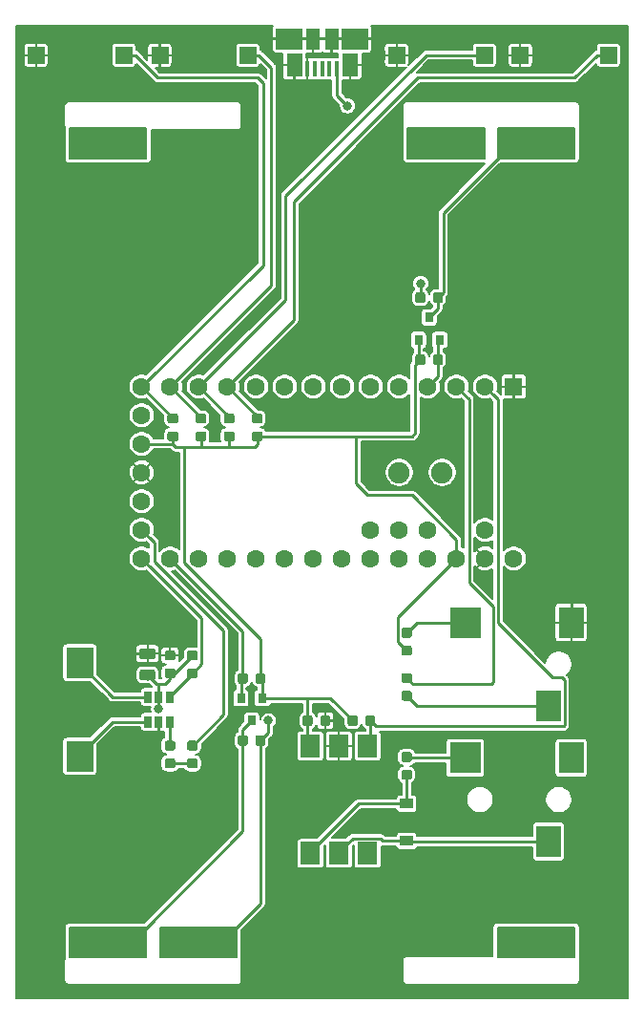
<source format=gtl>
G04 #@! TF.GenerationSoftware,KiCad,Pcbnew,(5.1.4)-1*
G04 #@! TF.CreationDate,2019-10-14T19:51:17-04:00*
G04 #@! TF.ProjectId,badger-badge,62616467-6572-42d6-9261-6467652e6b69,rev?*
G04 #@! TF.SameCoordinates,Original*
G04 #@! TF.FileFunction,Copper,L1,Top*
G04 #@! TF.FilePolarity,Positive*
%FSLAX46Y46*%
G04 Gerber Fmt 4.6, Leading zero omitted, Abs format (unit mm)*
G04 Created by KiCad (PCBNEW (5.1.4)-1) date 2019-10-14 19:51:17*
%MOMM*%
%LPD*%
G04 APERTURE LIST*
%ADD10C,1.900000*%
%ADD11R,1.600000X1.600000*%
%ADD12C,1.600000*%
%ADD13R,1.780000X2.000000*%
%ADD14C,0.100000*%
%ADD15C,0.875000*%
%ADD16R,2.800000X2.800000*%
%ADD17R,2.200000X2.800000*%
%ADD18R,1.200000X0.900000*%
%ADD19R,1.175000X1.900000*%
%ADD20R,2.375000X1.900000*%
%ADD21R,1.475000X2.100000*%
%ADD22R,0.450000X1.380000*%
%ADD23R,0.650000X1.060000*%
%ADD24R,1.500000X1.500000*%
%ADD25R,0.800000X0.900000*%
%ADD26R,2.410000X2.710000*%
%ADD27C,0.975000*%
%ADD28C,0.800000*%
%ADD29C,0.250000*%
%ADD30C,0.200000*%
G04 APERTURE END LIST*
D10*
X88160000Y-90000000D03*
X84350000Y-90000000D03*
D11*
X94510000Y-82380000D03*
D12*
X91970000Y-82380000D03*
X89430000Y-82380000D03*
X86890000Y-82380000D03*
X84350000Y-82380000D03*
X81810000Y-82380000D03*
X79270000Y-82380000D03*
X76730000Y-82380000D03*
X74190000Y-82380000D03*
X71650000Y-82380000D03*
X69110000Y-82380000D03*
X66570000Y-82380000D03*
X64030000Y-82380000D03*
X81810000Y-95080000D03*
X84350000Y-95080000D03*
X86890000Y-95080000D03*
X91970000Y-95080000D03*
X94510000Y-97620000D03*
X91970000Y-97620000D03*
X89430000Y-97620000D03*
X86890000Y-97620000D03*
X84350000Y-97620000D03*
X81810000Y-97620000D03*
X79270000Y-97620000D03*
X76730000Y-97620000D03*
X74190000Y-97620000D03*
X71650000Y-97620000D03*
X69110000Y-97620000D03*
X66570000Y-97620000D03*
X64030000Y-97620000D03*
X61490000Y-82380000D03*
X61490000Y-84920000D03*
X61490000Y-87460000D03*
X61490000Y-97620000D03*
X61490000Y-95080000D03*
X61490000Y-92540000D03*
X61490000Y-90000000D03*
D13*
X76460000Y-114235000D03*
X81540000Y-123765000D03*
X79000000Y-114235000D03*
X79000000Y-123765000D03*
X81540000Y-114235000D03*
X76460000Y-123765000D03*
D14*
G36*
X80452691Y-111526053D02*
G01*
X80473926Y-111529203D01*
X80494750Y-111534419D01*
X80514962Y-111541651D01*
X80534368Y-111550830D01*
X80552781Y-111561866D01*
X80570024Y-111574654D01*
X80585930Y-111589070D01*
X80600346Y-111604976D01*
X80613134Y-111622219D01*
X80624170Y-111640632D01*
X80633349Y-111660038D01*
X80640581Y-111680250D01*
X80645797Y-111701074D01*
X80648947Y-111722309D01*
X80650000Y-111743750D01*
X80650000Y-112256250D01*
X80648947Y-112277691D01*
X80645797Y-112298926D01*
X80640581Y-112319750D01*
X80633349Y-112339962D01*
X80624170Y-112359368D01*
X80613134Y-112377781D01*
X80600346Y-112395024D01*
X80585930Y-112410930D01*
X80570024Y-112425346D01*
X80552781Y-112438134D01*
X80534368Y-112449170D01*
X80514962Y-112458349D01*
X80494750Y-112465581D01*
X80473926Y-112470797D01*
X80452691Y-112473947D01*
X80431250Y-112475000D01*
X79993750Y-112475000D01*
X79972309Y-112473947D01*
X79951074Y-112470797D01*
X79930250Y-112465581D01*
X79910038Y-112458349D01*
X79890632Y-112449170D01*
X79872219Y-112438134D01*
X79854976Y-112425346D01*
X79839070Y-112410930D01*
X79824654Y-112395024D01*
X79811866Y-112377781D01*
X79800830Y-112359368D01*
X79791651Y-112339962D01*
X79784419Y-112319750D01*
X79779203Y-112298926D01*
X79776053Y-112277691D01*
X79775000Y-112256250D01*
X79775000Y-111743750D01*
X79776053Y-111722309D01*
X79779203Y-111701074D01*
X79784419Y-111680250D01*
X79791651Y-111660038D01*
X79800830Y-111640632D01*
X79811866Y-111622219D01*
X79824654Y-111604976D01*
X79839070Y-111589070D01*
X79854976Y-111574654D01*
X79872219Y-111561866D01*
X79890632Y-111550830D01*
X79910038Y-111541651D01*
X79930250Y-111534419D01*
X79951074Y-111529203D01*
X79972309Y-111526053D01*
X79993750Y-111525000D01*
X80431250Y-111525000D01*
X80452691Y-111526053D01*
X80452691Y-111526053D01*
G37*
D15*
X80212500Y-112000000D03*
D14*
G36*
X82027691Y-111526053D02*
G01*
X82048926Y-111529203D01*
X82069750Y-111534419D01*
X82089962Y-111541651D01*
X82109368Y-111550830D01*
X82127781Y-111561866D01*
X82145024Y-111574654D01*
X82160930Y-111589070D01*
X82175346Y-111604976D01*
X82188134Y-111622219D01*
X82199170Y-111640632D01*
X82208349Y-111660038D01*
X82215581Y-111680250D01*
X82220797Y-111701074D01*
X82223947Y-111722309D01*
X82225000Y-111743750D01*
X82225000Y-112256250D01*
X82223947Y-112277691D01*
X82220797Y-112298926D01*
X82215581Y-112319750D01*
X82208349Y-112339962D01*
X82199170Y-112359368D01*
X82188134Y-112377781D01*
X82175346Y-112395024D01*
X82160930Y-112410930D01*
X82145024Y-112425346D01*
X82127781Y-112438134D01*
X82109368Y-112449170D01*
X82089962Y-112458349D01*
X82069750Y-112465581D01*
X82048926Y-112470797D01*
X82027691Y-112473947D01*
X82006250Y-112475000D01*
X81568750Y-112475000D01*
X81547309Y-112473947D01*
X81526074Y-112470797D01*
X81505250Y-112465581D01*
X81485038Y-112458349D01*
X81465632Y-112449170D01*
X81447219Y-112438134D01*
X81429976Y-112425346D01*
X81414070Y-112410930D01*
X81399654Y-112395024D01*
X81386866Y-112377781D01*
X81375830Y-112359368D01*
X81366651Y-112339962D01*
X81359419Y-112319750D01*
X81354203Y-112298926D01*
X81351053Y-112277691D01*
X81350000Y-112256250D01*
X81350000Y-111743750D01*
X81351053Y-111722309D01*
X81354203Y-111701074D01*
X81359419Y-111680250D01*
X81366651Y-111660038D01*
X81375830Y-111640632D01*
X81386866Y-111622219D01*
X81399654Y-111604976D01*
X81414070Y-111589070D01*
X81429976Y-111574654D01*
X81447219Y-111561866D01*
X81465632Y-111550830D01*
X81485038Y-111541651D01*
X81505250Y-111534419D01*
X81526074Y-111529203D01*
X81547309Y-111526053D01*
X81568750Y-111525000D01*
X82006250Y-111525000D01*
X82027691Y-111526053D01*
X82027691Y-111526053D01*
G37*
D15*
X81787500Y-112000000D03*
D14*
G36*
X85277691Y-103776053D02*
G01*
X85298926Y-103779203D01*
X85319750Y-103784419D01*
X85339962Y-103791651D01*
X85359368Y-103800830D01*
X85377781Y-103811866D01*
X85395024Y-103824654D01*
X85410930Y-103839070D01*
X85425346Y-103854976D01*
X85438134Y-103872219D01*
X85449170Y-103890632D01*
X85458349Y-103910038D01*
X85465581Y-103930250D01*
X85470797Y-103951074D01*
X85473947Y-103972309D01*
X85475000Y-103993750D01*
X85475000Y-104431250D01*
X85473947Y-104452691D01*
X85470797Y-104473926D01*
X85465581Y-104494750D01*
X85458349Y-104514962D01*
X85449170Y-104534368D01*
X85438134Y-104552781D01*
X85425346Y-104570024D01*
X85410930Y-104585930D01*
X85395024Y-104600346D01*
X85377781Y-104613134D01*
X85359368Y-104624170D01*
X85339962Y-104633349D01*
X85319750Y-104640581D01*
X85298926Y-104645797D01*
X85277691Y-104648947D01*
X85256250Y-104650000D01*
X84743750Y-104650000D01*
X84722309Y-104648947D01*
X84701074Y-104645797D01*
X84680250Y-104640581D01*
X84660038Y-104633349D01*
X84640632Y-104624170D01*
X84622219Y-104613134D01*
X84604976Y-104600346D01*
X84589070Y-104585930D01*
X84574654Y-104570024D01*
X84561866Y-104552781D01*
X84550830Y-104534368D01*
X84541651Y-104514962D01*
X84534419Y-104494750D01*
X84529203Y-104473926D01*
X84526053Y-104452691D01*
X84525000Y-104431250D01*
X84525000Y-103993750D01*
X84526053Y-103972309D01*
X84529203Y-103951074D01*
X84534419Y-103930250D01*
X84541651Y-103910038D01*
X84550830Y-103890632D01*
X84561866Y-103872219D01*
X84574654Y-103854976D01*
X84589070Y-103839070D01*
X84604976Y-103824654D01*
X84622219Y-103811866D01*
X84640632Y-103800830D01*
X84660038Y-103791651D01*
X84680250Y-103784419D01*
X84701074Y-103779203D01*
X84722309Y-103776053D01*
X84743750Y-103775000D01*
X85256250Y-103775000D01*
X85277691Y-103776053D01*
X85277691Y-103776053D01*
G37*
D15*
X85000000Y-104212500D03*
D14*
G36*
X85277691Y-105351053D02*
G01*
X85298926Y-105354203D01*
X85319750Y-105359419D01*
X85339962Y-105366651D01*
X85359368Y-105375830D01*
X85377781Y-105386866D01*
X85395024Y-105399654D01*
X85410930Y-105414070D01*
X85425346Y-105429976D01*
X85438134Y-105447219D01*
X85449170Y-105465632D01*
X85458349Y-105485038D01*
X85465581Y-105505250D01*
X85470797Y-105526074D01*
X85473947Y-105547309D01*
X85475000Y-105568750D01*
X85475000Y-106006250D01*
X85473947Y-106027691D01*
X85470797Y-106048926D01*
X85465581Y-106069750D01*
X85458349Y-106089962D01*
X85449170Y-106109368D01*
X85438134Y-106127781D01*
X85425346Y-106145024D01*
X85410930Y-106160930D01*
X85395024Y-106175346D01*
X85377781Y-106188134D01*
X85359368Y-106199170D01*
X85339962Y-106208349D01*
X85319750Y-106215581D01*
X85298926Y-106220797D01*
X85277691Y-106223947D01*
X85256250Y-106225000D01*
X84743750Y-106225000D01*
X84722309Y-106223947D01*
X84701074Y-106220797D01*
X84680250Y-106215581D01*
X84660038Y-106208349D01*
X84640632Y-106199170D01*
X84622219Y-106188134D01*
X84604976Y-106175346D01*
X84589070Y-106160930D01*
X84574654Y-106145024D01*
X84561866Y-106127781D01*
X84550830Y-106109368D01*
X84541651Y-106089962D01*
X84534419Y-106069750D01*
X84529203Y-106048926D01*
X84526053Y-106027691D01*
X84525000Y-106006250D01*
X84525000Y-105568750D01*
X84526053Y-105547309D01*
X84529203Y-105526074D01*
X84534419Y-105505250D01*
X84541651Y-105485038D01*
X84550830Y-105465632D01*
X84561866Y-105447219D01*
X84574654Y-105429976D01*
X84589070Y-105414070D01*
X84604976Y-105399654D01*
X84622219Y-105386866D01*
X84640632Y-105375830D01*
X84660038Y-105366651D01*
X84680250Y-105359419D01*
X84701074Y-105354203D01*
X84722309Y-105351053D01*
X84743750Y-105350000D01*
X85256250Y-105350000D01*
X85277691Y-105351053D01*
X85277691Y-105351053D01*
G37*
D15*
X85000000Y-105787500D03*
D14*
G36*
X85277691Y-114776053D02*
G01*
X85298926Y-114779203D01*
X85319750Y-114784419D01*
X85339962Y-114791651D01*
X85359368Y-114800830D01*
X85377781Y-114811866D01*
X85395024Y-114824654D01*
X85410930Y-114839070D01*
X85425346Y-114854976D01*
X85438134Y-114872219D01*
X85449170Y-114890632D01*
X85458349Y-114910038D01*
X85465581Y-114930250D01*
X85470797Y-114951074D01*
X85473947Y-114972309D01*
X85475000Y-114993750D01*
X85475000Y-115431250D01*
X85473947Y-115452691D01*
X85470797Y-115473926D01*
X85465581Y-115494750D01*
X85458349Y-115514962D01*
X85449170Y-115534368D01*
X85438134Y-115552781D01*
X85425346Y-115570024D01*
X85410930Y-115585930D01*
X85395024Y-115600346D01*
X85377781Y-115613134D01*
X85359368Y-115624170D01*
X85339962Y-115633349D01*
X85319750Y-115640581D01*
X85298926Y-115645797D01*
X85277691Y-115648947D01*
X85256250Y-115650000D01*
X84743750Y-115650000D01*
X84722309Y-115648947D01*
X84701074Y-115645797D01*
X84680250Y-115640581D01*
X84660038Y-115633349D01*
X84640632Y-115624170D01*
X84622219Y-115613134D01*
X84604976Y-115600346D01*
X84589070Y-115585930D01*
X84574654Y-115570024D01*
X84561866Y-115552781D01*
X84550830Y-115534368D01*
X84541651Y-115514962D01*
X84534419Y-115494750D01*
X84529203Y-115473926D01*
X84526053Y-115452691D01*
X84525000Y-115431250D01*
X84525000Y-114993750D01*
X84526053Y-114972309D01*
X84529203Y-114951074D01*
X84534419Y-114930250D01*
X84541651Y-114910038D01*
X84550830Y-114890632D01*
X84561866Y-114872219D01*
X84574654Y-114854976D01*
X84589070Y-114839070D01*
X84604976Y-114824654D01*
X84622219Y-114811866D01*
X84640632Y-114800830D01*
X84660038Y-114791651D01*
X84680250Y-114784419D01*
X84701074Y-114779203D01*
X84722309Y-114776053D01*
X84743750Y-114775000D01*
X85256250Y-114775000D01*
X85277691Y-114776053D01*
X85277691Y-114776053D01*
G37*
D15*
X85000000Y-115212500D03*
D14*
G36*
X85277691Y-116351053D02*
G01*
X85298926Y-116354203D01*
X85319750Y-116359419D01*
X85339962Y-116366651D01*
X85359368Y-116375830D01*
X85377781Y-116386866D01*
X85395024Y-116399654D01*
X85410930Y-116414070D01*
X85425346Y-116429976D01*
X85438134Y-116447219D01*
X85449170Y-116465632D01*
X85458349Y-116485038D01*
X85465581Y-116505250D01*
X85470797Y-116526074D01*
X85473947Y-116547309D01*
X85475000Y-116568750D01*
X85475000Y-117006250D01*
X85473947Y-117027691D01*
X85470797Y-117048926D01*
X85465581Y-117069750D01*
X85458349Y-117089962D01*
X85449170Y-117109368D01*
X85438134Y-117127781D01*
X85425346Y-117145024D01*
X85410930Y-117160930D01*
X85395024Y-117175346D01*
X85377781Y-117188134D01*
X85359368Y-117199170D01*
X85339962Y-117208349D01*
X85319750Y-117215581D01*
X85298926Y-117220797D01*
X85277691Y-117223947D01*
X85256250Y-117225000D01*
X84743750Y-117225000D01*
X84722309Y-117223947D01*
X84701074Y-117220797D01*
X84680250Y-117215581D01*
X84660038Y-117208349D01*
X84640632Y-117199170D01*
X84622219Y-117188134D01*
X84604976Y-117175346D01*
X84589070Y-117160930D01*
X84574654Y-117145024D01*
X84561866Y-117127781D01*
X84550830Y-117109368D01*
X84541651Y-117089962D01*
X84534419Y-117069750D01*
X84529203Y-117048926D01*
X84526053Y-117027691D01*
X84525000Y-117006250D01*
X84525000Y-116568750D01*
X84526053Y-116547309D01*
X84529203Y-116526074D01*
X84534419Y-116505250D01*
X84541651Y-116485038D01*
X84550830Y-116465632D01*
X84561866Y-116447219D01*
X84574654Y-116429976D01*
X84589070Y-116414070D01*
X84604976Y-116399654D01*
X84622219Y-116386866D01*
X84640632Y-116375830D01*
X84660038Y-116366651D01*
X84680250Y-116359419D01*
X84701074Y-116354203D01*
X84722309Y-116351053D01*
X84743750Y-116350000D01*
X85256250Y-116350000D01*
X85277691Y-116351053D01*
X85277691Y-116351053D01*
G37*
D15*
X85000000Y-116787500D03*
D14*
G36*
X85277691Y-109351053D02*
G01*
X85298926Y-109354203D01*
X85319750Y-109359419D01*
X85339962Y-109366651D01*
X85359368Y-109375830D01*
X85377781Y-109386866D01*
X85395024Y-109399654D01*
X85410930Y-109414070D01*
X85425346Y-109429976D01*
X85438134Y-109447219D01*
X85449170Y-109465632D01*
X85458349Y-109485038D01*
X85465581Y-109505250D01*
X85470797Y-109526074D01*
X85473947Y-109547309D01*
X85475000Y-109568750D01*
X85475000Y-110006250D01*
X85473947Y-110027691D01*
X85470797Y-110048926D01*
X85465581Y-110069750D01*
X85458349Y-110089962D01*
X85449170Y-110109368D01*
X85438134Y-110127781D01*
X85425346Y-110145024D01*
X85410930Y-110160930D01*
X85395024Y-110175346D01*
X85377781Y-110188134D01*
X85359368Y-110199170D01*
X85339962Y-110208349D01*
X85319750Y-110215581D01*
X85298926Y-110220797D01*
X85277691Y-110223947D01*
X85256250Y-110225000D01*
X84743750Y-110225000D01*
X84722309Y-110223947D01*
X84701074Y-110220797D01*
X84680250Y-110215581D01*
X84660038Y-110208349D01*
X84640632Y-110199170D01*
X84622219Y-110188134D01*
X84604976Y-110175346D01*
X84589070Y-110160930D01*
X84574654Y-110145024D01*
X84561866Y-110127781D01*
X84550830Y-110109368D01*
X84541651Y-110089962D01*
X84534419Y-110069750D01*
X84529203Y-110048926D01*
X84526053Y-110027691D01*
X84525000Y-110006250D01*
X84525000Y-109568750D01*
X84526053Y-109547309D01*
X84529203Y-109526074D01*
X84534419Y-109505250D01*
X84541651Y-109485038D01*
X84550830Y-109465632D01*
X84561866Y-109447219D01*
X84574654Y-109429976D01*
X84589070Y-109414070D01*
X84604976Y-109399654D01*
X84622219Y-109386866D01*
X84640632Y-109375830D01*
X84660038Y-109366651D01*
X84680250Y-109359419D01*
X84701074Y-109354203D01*
X84722309Y-109351053D01*
X84743750Y-109350000D01*
X85256250Y-109350000D01*
X85277691Y-109351053D01*
X85277691Y-109351053D01*
G37*
D15*
X85000000Y-109787500D03*
D14*
G36*
X85277691Y-107776053D02*
G01*
X85298926Y-107779203D01*
X85319750Y-107784419D01*
X85339962Y-107791651D01*
X85359368Y-107800830D01*
X85377781Y-107811866D01*
X85395024Y-107824654D01*
X85410930Y-107839070D01*
X85425346Y-107854976D01*
X85438134Y-107872219D01*
X85449170Y-107890632D01*
X85458349Y-107910038D01*
X85465581Y-107930250D01*
X85470797Y-107951074D01*
X85473947Y-107972309D01*
X85475000Y-107993750D01*
X85475000Y-108431250D01*
X85473947Y-108452691D01*
X85470797Y-108473926D01*
X85465581Y-108494750D01*
X85458349Y-108514962D01*
X85449170Y-108534368D01*
X85438134Y-108552781D01*
X85425346Y-108570024D01*
X85410930Y-108585930D01*
X85395024Y-108600346D01*
X85377781Y-108613134D01*
X85359368Y-108624170D01*
X85339962Y-108633349D01*
X85319750Y-108640581D01*
X85298926Y-108645797D01*
X85277691Y-108648947D01*
X85256250Y-108650000D01*
X84743750Y-108650000D01*
X84722309Y-108648947D01*
X84701074Y-108645797D01*
X84680250Y-108640581D01*
X84660038Y-108633349D01*
X84640632Y-108624170D01*
X84622219Y-108613134D01*
X84604976Y-108600346D01*
X84589070Y-108585930D01*
X84574654Y-108570024D01*
X84561866Y-108552781D01*
X84550830Y-108534368D01*
X84541651Y-108514962D01*
X84534419Y-108494750D01*
X84529203Y-108473926D01*
X84526053Y-108452691D01*
X84525000Y-108431250D01*
X84525000Y-107993750D01*
X84526053Y-107972309D01*
X84529203Y-107951074D01*
X84534419Y-107930250D01*
X84541651Y-107910038D01*
X84550830Y-107890632D01*
X84561866Y-107872219D01*
X84574654Y-107854976D01*
X84589070Y-107839070D01*
X84604976Y-107824654D01*
X84622219Y-107811866D01*
X84640632Y-107800830D01*
X84660038Y-107791651D01*
X84680250Y-107784419D01*
X84701074Y-107779203D01*
X84722309Y-107776053D01*
X84743750Y-107775000D01*
X85256250Y-107775000D01*
X85277691Y-107776053D01*
X85277691Y-107776053D01*
G37*
D15*
X85000000Y-108212500D03*
D16*
X90200000Y-115300000D03*
D17*
X99600000Y-115300000D03*
X97600000Y-122700000D03*
D16*
X90200000Y-103300000D03*
D17*
X99600000Y-103300000D03*
X97600000Y-110700000D03*
D18*
X85000000Y-122650000D03*
X85000000Y-119350000D03*
D14*
G36*
X78027691Y-111526053D02*
G01*
X78048926Y-111529203D01*
X78069750Y-111534419D01*
X78089962Y-111541651D01*
X78109368Y-111550830D01*
X78127781Y-111561866D01*
X78145024Y-111574654D01*
X78160930Y-111589070D01*
X78175346Y-111604976D01*
X78188134Y-111622219D01*
X78199170Y-111640632D01*
X78208349Y-111660038D01*
X78215581Y-111680250D01*
X78220797Y-111701074D01*
X78223947Y-111722309D01*
X78225000Y-111743750D01*
X78225000Y-112256250D01*
X78223947Y-112277691D01*
X78220797Y-112298926D01*
X78215581Y-112319750D01*
X78208349Y-112339962D01*
X78199170Y-112359368D01*
X78188134Y-112377781D01*
X78175346Y-112395024D01*
X78160930Y-112410930D01*
X78145024Y-112425346D01*
X78127781Y-112438134D01*
X78109368Y-112449170D01*
X78089962Y-112458349D01*
X78069750Y-112465581D01*
X78048926Y-112470797D01*
X78027691Y-112473947D01*
X78006250Y-112475000D01*
X77568750Y-112475000D01*
X77547309Y-112473947D01*
X77526074Y-112470797D01*
X77505250Y-112465581D01*
X77485038Y-112458349D01*
X77465632Y-112449170D01*
X77447219Y-112438134D01*
X77429976Y-112425346D01*
X77414070Y-112410930D01*
X77399654Y-112395024D01*
X77386866Y-112377781D01*
X77375830Y-112359368D01*
X77366651Y-112339962D01*
X77359419Y-112319750D01*
X77354203Y-112298926D01*
X77351053Y-112277691D01*
X77350000Y-112256250D01*
X77350000Y-111743750D01*
X77351053Y-111722309D01*
X77354203Y-111701074D01*
X77359419Y-111680250D01*
X77366651Y-111660038D01*
X77375830Y-111640632D01*
X77386866Y-111622219D01*
X77399654Y-111604976D01*
X77414070Y-111589070D01*
X77429976Y-111574654D01*
X77447219Y-111561866D01*
X77465632Y-111550830D01*
X77485038Y-111541651D01*
X77505250Y-111534419D01*
X77526074Y-111529203D01*
X77547309Y-111526053D01*
X77568750Y-111525000D01*
X78006250Y-111525000D01*
X78027691Y-111526053D01*
X78027691Y-111526053D01*
G37*
D15*
X77787500Y-112000000D03*
D14*
G36*
X76452691Y-111526053D02*
G01*
X76473926Y-111529203D01*
X76494750Y-111534419D01*
X76514962Y-111541651D01*
X76534368Y-111550830D01*
X76552781Y-111561866D01*
X76570024Y-111574654D01*
X76585930Y-111589070D01*
X76600346Y-111604976D01*
X76613134Y-111622219D01*
X76624170Y-111640632D01*
X76633349Y-111660038D01*
X76640581Y-111680250D01*
X76645797Y-111701074D01*
X76648947Y-111722309D01*
X76650000Y-111743750D01*
X76650000Y-112256250D01*
X76648947Y-112277691D01*
X76645797Y-112298926D01*
X76640581Y-112319750D01*
X76633349Y-112339962D01*
X76624170Y-112359368D01*
X76613134Y-112377781D01*
X76600346Y-112395024D01*
X76585930Y-112410930D01*
X76570024Y-112425346D01*
X76552781Y-112438134D01*
X76534368Y-112449170D01*
X76514962Y-112458349D01*
X76494750Y-112465581D01*
X76473926Y-112470797D01*
X76452691Y-112473947D01*
X76431250Y-112475000D01*
X75993750Y-112475000D01*
X75972309Y-112473947D01*
X75951074Y-112470797D01*
X75930250Y-112465581D01*
X75910038Y-112458349D01*
X75890632Y-112449170D01*
X75872219Y-112438134D01*
X75854976Y-112425346D01*
X75839070Y-112410930D01*
X75824654Y-112395024D01*
X75811866Y-112377781D01*
X75800830Y-112359368D01*
X75791651Y-112339962D01*
X75784419Y-112319750D01*
X75779203Y-112298926D01*
X75776053Y-112277691D01*
X75775000Y-112256250D01*
X75775000Y-111743750D01*
X75776053Y-111722309D01*
X75779203Y-111701074D01*
X75784419Y-111680250D01*
X75791651Y-111660038D01*
X75800830Y-111640632D01*
X75811866Y-111622219D01*
X75824654Y-111604976D01*
X75839070Y-111589070D01*
X75854976Y-111574654D01*
X75872219Y-111561866D01*
X75890632Y-111550830D01*
X75910038Y-111541651D01*
X75930250Y-111534419D01*
X75951074Y-111529203D01*
X75972309Y-111526053D01*
X75993750Y-111525000D01*
X76431250Y-111525000D01*
X76452691Y-111526053D01*
X76452691Y-111526053D01*
G37*
D15*
X76212500Y-112000000D03*
D19*
X76660000Y-51550000D03*
X78340000Y-51550000D03*
D20*
X74590000Y-51550000D03*
X80410000Y-51550000D03*
D21*
X75037500Y-53850000D03*
X79962500Y-53850000D03*
D22*
X76200000Y-54210000D03*
X76850000Y-54210000D03*
X77500000Y-54210000D03*
X78150000Y-54210000D03*
X78800000Y-54210000D03*
D23*
X63000000Y-109900000D03*
X62050000Y-109900000D03*
X63950000Y-109900000D03*
X63950000Y-112100000D03*
X63000000Y-112100000D03*
X62050000Y-112100000D03*
D24*
X59900000Y-53000000D03*
X52100000Y-53000000D03*
X70900000Y-53000000D03*
X63100000Y-53000000D03*
X91900000Y-53000000D03*
X84100000Y-53000000D03*
X102900000Y-53000000D03*
X95100000Y-53000000D03*
D14*
G36*
X70702691Y-113276053D02*
G01*
X70723926Y-113279203D01*
X70744750Y-113284419D01*
X70764962Y-113291651D01*
X70784368Y-113300830D01*
X70802781Y-113311866D01*
X70820024Y-113324654D01*
X70835930Y-113339070D01*
X70850346Y-113354976D01*
X70863134Y-113372219D01*
X70874170Y-113390632D01*
X70883349Y-113410038D01*
X70890581Y-113430250D01*
X70895797Y-113451074D01*
X70898947Y-113472309D01*
X70900000Y-113493750D01*
X70900000Y-114006250D01*
X70898947Y-114027691D01*
X70895797Y-114048926D01*
X70890581Y-114069750D01*
X70883349Y-114089962D01*
X70874170Y-114109368D01*
X70863134Y-114127781D01*
X70850346Y-114145024D01*
X70835930Y-114160930D01*
X70820024Y-114175346D01*
X70802781Y-114188134D01*
X70784368Y-114199170D01*
X70764962Y-114208349D01*
X70744750Y-114215581D01*
X70723926Y-114220797D01*
X70702691Y-114223947D01*
X70681250Y-114225000D01*
X70243750Y-114225000D01*
X70222309Y-114223947D01*
X70201074Y-114220797D01*
X70180250Y-114215581D01*
X70160038Y-114208349D01*
X70140632Y-114199170D01*
X70122219Y-114188134D01*
X70104976Y-114175346D01*
X70089070Y-114160930D01*
X70074654Y-114145024D01*
X70061866Y-114127781D01*
X70050830Y-114109368D01*
X70041651Y-114089962D01*
X70034419Y-114069750D01*
X70029203Y-114048926D01*
X70026053Y-114027691D01*
X70025000Y-114006250D01*
X70025000Y-113493750D01*
X70026053Y-113472309D01*
X70029203Y-113451074D01*
X70034419Y-113430250D01*
X70041651Y-113410038D01*
X70050830Y-113390632D01*
X70061866Y-113372219D01*
X70074654Y-113354976D01*
X70089070Y-113339070D01*
X70104976Y-113324654D01*
X70122219Y-113311866D01*
X70140632Y-113300830D01*
X70160038Y-113291651D01*
X70180250Y-113284419D01*
X70201074Y-113279203D01*
X70222309Y-113276053D01*
X70243750Y-113275000D01*
X70681250Y-113275000D01*
X70702691Y-113276053D01*
X70702691Y-113276053D01*
G37*
D15*
X70462500Y-113750000D03*
D14*
G36*
X72277691Y-113276053D02*
G01*
X72298926Y-113279203D01*
X72319750Y-113284419D01*
X72339962Y-113291651D01*
X72359368Y-113300830D01*
X72377781Y-113311866D01*
X72395024Y-113324654D01*
X72410930Y-113339070D01*
X72425346Y-113354976D01*
X72438134Y-113372219D01*
X72449170Y-113390632D01*
X72458349Y-113410038D01*
X72465581Y-113430250D01*
X72470797Y-113451074D01*
X72473947Y-113472309D01*
X72475000Y-113493750D01*
X72475000Y-114006250D01*
X72473947Y-114027691D01*
X72470797Y-114048926D01*
X72465581Y-114069750D01*
X72458349Y-114089962D01*
X72449170Y-114109368D01*
X72438134Y-114127781D01*
X72425346Y-114145024D01*
X72410930Y-114160930D01*
X72395024Y-114175346D01*
X72377781Y-114188134D01*
X72359368Y-114199170D01*
X72339962Y-114208349D01*
X72319750Y-114215581D01*
X72298926Y-114220797D01*
X72277691Y-114223947D01*
X72256250Y-114225000D01*
X71818750Y-114225000D01*
X71797309Y-114223947D01*
X71776074Y-114220797D01*
X71755250Y-114215581D01*
X71735038Y-114208349D01*
X71715632Y-114199170D01*
X71697219Y-114188134D01*
X71679976Y-114175346D01*
X71664070Y-114160930D01*
X71649654Y-114145024D01*
X71636866Y-114127781D01*
X71625830Y-114109368D01*
X71616651Y-114089962D01*
X71609419Y-114069750D01*
X71604203Y-114048926D01*
X71601053Y-114027691D01*
X71600000Y-114006250D01*
X71600000Y-113493750D01*
X71601053Y-113472309D01*
X71604203Y-113451074D01*
X71609419Y-113430250D01*
X71616651Y-113410038D01*
X71625830Y-113390632D01*
X71636866Y-113372219D01*
X71649654Y-113354976D01*
X71664070Y-113339070D01*
X71679976Y-113324654D01*
X71697219Y-113311866D01*
X71715632Y-113300830D01*
X71735038Y-113291651D01*
X71755250Y-113284419D01*
X71776074Y-113279203D01*
X71797309Y-113276053D01*
X71818750Y-113275000D01*
X72256250Y-113275000D01*
X72277691Y-113276053D01*
X72277691Y-113276053D01*
G37*
D15*
X72037500Y-113750000D03*
D14*
G36*
X88027691Y-74026053D02*
G01*
X88048926Y-74029203D01*
X88069750Y-74034419D01*
X88089962Y-74041651D01*
X88109368Y-74050830D01*
X88127781Y-74061866D01*
X88145024Y-74074654D01*
X88160930Y-74089070D01*
X88175346Y-74104976D01*
X88188134Y-74122219D01*
X88199170Y-74140632D01*
X88208349Y-74160038D01*
X88215581Y-74180250D01*
X88220797Y-74201074D01*
X88223947Y-74222309D01*
X88225000Y-74243750D01*
X88225000Y-74756250D01*
X88223947Y-74777691D01*
X88220797Y-74798926D01*
X88215581Y-74819750D01*
X88208349Y-74839962D01*
X88199170Y-74859368D01*
X88188134Y-74877781D01*
X88175346Y-74895024D01*
X88160930Y-74910930D01*
X88145024Y-74925346D01*
X88127781Y-74938134D01*
X88109368Y-74949170D01*
X88089962Y-74958349D01*
X88069750Y-74965581D01*
X88048926Y-74970797D01*
X88027691Y-74973947D01*
X88006250Y-74975000D01*
X87568750Y-74975000D01*
X87547309Y-74973947D01*
X87526074Y-74970797D01*
X87505250Y-74965581D01*
X87485038Y-74958349D01*
X87465632Y-74949170D01*
X87447219Y-74938134D01*
X87429976Y-74925346D01*
X87414070Y-74910930D01*
X87399654Y-74895024D01*
X87386866Y-74877781D01*
X87375830Y-74859368D01*
X87366651Y-74839962D01*
X87359419Y-74819750D01*
X87354203Y-74798926D01*
X87351053Y-74777691D01*
X87350000Y-74756250D01*
X87350000Y-74243750D01*
X87351053Y-74222309D01*
X87354203Y-74201074D01*
X87359419Y-74180250D01*
X87366651Y-74160038D01*
X87375830Y-74140632D01*
X87386866Y-74122219D01*
X87399654Y-74104976D01*
X87414070Y-74089070D01*
X87429976Y-74074654D01*
X87447219Y-74061866D01*
X87465632Y-74050830D01*
X87485038Y-74041651D01*
X87505250Y-74034419D01*
X87526074Y-74029203D01*
X87547309Y-74026053D01*
X87568750Y-74025000D01*
X88006250Y-74025000D01*
X88027691Y-74026053D01*
X88027691Y-74026053D01*
G37*
D15*
X87787500Y-74500000D03*
D14*
G36*
X86452691Y-74026053D02*
G01*
X86473926Y-74029203D01*
X86494750Y-74034419D01*
X86514962Y-74041651D01*
X86534368Y-74050830D01*
X86552781Y-74061866D01*
X86570024Y-74074654D01*
X86585930Y-74089070D01*
X86600346Y-74104976D01*
X86613134Y-74122219D01*
X86624170Y-74140632D01*
X86633349Y-74160038D01*
X86640581Y-74180250D01*
X86645797Y-74201074D01*
X86648947Y-74222309D01*
X86650000Y-74243750D01*
X86650000Y-74756250D01*
X86648947Y-74777691D01*
X86645797Y-74798926D01*
X86640581Y-74819750D01*
X86633349Y-74839962D01*
X86624170Y-74859368D01*
X86613134Y-74877781D01*
X86600346Y-74895024D01*
X86585930Y-74910930D01*
X86570024Y-74925346D01*
X86552781Y-74938134D01*
X86534368Y-74949170D01*
X86514962Y-74958349D01*
X86494750Y-74965581D01*
X86473926Y-74970797D01*
X86452691Y-74973947D01*
X86431250Y-74975000D01*
X85993750Y-74975000D01*
X85972309Y-74973947D01*
X85951074Y-74970797D01*
X85930250Y-74965581D01*
X85910038Y-74958349D01*
X85890632Y-74949170D01*
X85872219Y-74938134D01*
X85854976Y-74925346D01*
X85839070Y-74910930D01*
X85824654Y-74895024D01*
X85811866Y-74877781D01*
X85800830Y-74859368D01*
X85791651Y-74839962D01*
X85784419Y-74819750D01*
X85779203Y-74798926D01*
X85776053Y-74777691D01*
X85775000Y-74756250D01*
X85775000Y-74243750D01*
X85776053Y-74222309D01*
X85779203Y-74201074D01*
X85784419Y-74180250D01*
X85791651Y-74160038D01*
X85800830Y-74140632D01*
X85811866Y-74122219D01*
X85824654Y-74104976D01*
X85839070Y-74089070D01*
X85854976Y-74074654D01*
X85872219Y-74061866D01*
X85890632Y-74050830D01*
X85910038Y-74041651D01*
X85930250Y-74034419D01*
X85951074Y-74029203D01*
X85972309Y-74026053D01*
X85993750Y-74025000D01*
X86431250Y-74025000D01*
X86452691Y-74026053D01*
X86452691Y-74026053D01*
G37*
D15*
X86212500Y-74500000D03*
D14*
G36*
X70702691Y-107776053D02*
G01*
X70723926Y-107779203D01*
X70744750Y-107784419D01*
X70764962Y-107791651D01*
X70784368Y-107800830D01*
X70802781Y-107811866D01*
X70820024Y-107824654D01*
X70835930Y-107839070D01*
X70850346Y-107854976D01*
X70863134Y-107872219D01*
X70874170Y-107890632D01*
X70883349Y-107910038D01*
X70890581Y-107930250D01*
X70895797Y-107951074D01*
X70898947Y-107972309D01*
X70900000Y-107993750D01*
X70900000Y-108506250D01*
X70898947Y-108527691D01*
X70895797Y-108548926D01*
X70890581Y-108569750D01*
X70883349Y-108589962D01*
X70874170Y-108609368D01*
X70863134Y-108627781D01*
X70850346Y-108645024D01*
X70835930Y-108660930D01*
X70820024Y-108675346D01*
X70802781Y-108688134D01*
X70784368Y-108699170D01*
X70764962Y-108708349D01*
X70744750Y-108715581D01*
X70723926Y-108720797D01*
X70702691Y-108723947D01*
X70681250Y-108725000D01*
X70243750Y-108725000D01*
X70222309Y-108723947D01*
X70201074Y-108720797D01*
X70180250Y-108715581D01*
X70160038Y-108708349D01*
X70140632Y-108699170D01*
X70122219Y-108688134D01*
X70104976Y-108675346D01*
X70089070Y-108660930D01*
X70074654Y-108645024D01*
X70061866Y-108627781D01*
X70050830Y-108609368D01*
X70041651Y-108589962D01*
X70034419Y-108569750D01*
X70029203Y-108548926D01*
X70026053Y-108527691D01*
X70025000Y-108506250D01*
X70025000Y-107993750D01*
X70026053Y-107972309D01*
X70029203Y-107951074D01*
X70034419Y-107930250D01*
X70041651Y-107910038D01*
X70050830Y-107890632D01*
X70061866Y-107872219D01*
X70074654Y-107854976D01*
X70089070Y-107839070D01*
X70104976Y-107824654D01*
X70122219Y-107811866D01*
X70140632Y-107800830D01*
X70160038Y-107791651D01*
X70180250Y-107784419D01*
X70201074Y-107779203D01*
X70222309Y-107776053D01*
X70243750Y-107775000D01*
X70681250Y-107775000D01*
X70702691Y-107776053D01*
X70702691Y-107776053D01*
G37*
D15*
X70462500Y-108250000D03*
D14*
G36*
X72277691Y-107776053D02*
G01*
X72298926Y-107779203D01*
X72319750Y-107784419D01*
X72339962Y-107791651D01*
X72359368Y-107800830D01*
X72377781Y-107811866D01*
X72395024Y-107824654D01*
X72410930Y-107839070D01*
X72425346Y-107854976D01*
X72438134Y-107872219D01*
X72449170Y-107890632D01*
X72458349Y-107910038D01*
X72465581Y-107930250D01*
X72470797Y-107951074D01*
X72473947Y-107972309D01*
X72475000Y-107993750D01*
X72475000Y-108506250D01*
X72473947Y-108527691D01*
X72470797Y-108548926D01*
X72465581Y-108569750D01*
X72458349Y-108589962D01*
X72449170Y-108609368D01*
X72438134Y-108627781D01*
X72425346Y-108645024D01*
X72410930Y-108660930D01*
X72395024Y-108675346D01*
X72377781Y-108688134D01*
X72359368Y-108699170D01*
X72339962Y-108708349D01*
X72319750Y-108715581D01*
X72298926Y-108720797D01*
X72277691Y-108723947D01*
X72256250Y-108725000D01*
X71818750Y-108725000D01*
X71797309Y-108723947D01*
X71776074Y-108720797D01*
X71755250Y-108715581D01*
X71735038Y-108708349D01*
X71715632Y-108699170D01*
X71697219Y-108688134D01*
X71679976Y-108675346D01*
X71664070Y-108660930D01*
X71649654Y-108645024D01*
X71636866Y-108627781D01*
X71625830Y-108609368D01*
X71616651Y-108589962D01*
X71609419Y-108569750D01*
X71604203Y-108548926D01*
X71601053Y-108527691D01*
X71600000Y-108506250D01*
X71600000Y-107993750D01*
X71601053Y-107972309D01*
X71604203Y-107951074D01*
X71609419Y-107930250D01*
X71616651Y-107910038D01*
X71625830Y-107890632D01*
X71636866Y-107872219D01*
X71649654Y-107854976D01*
X71664070Y-107839070D01*
X71679976Y-107824654D01*
X71697219Y-107811866D01*
X71715632Y-107800830D01*
X71735038Y-107791651D01*
X71755250Y-107784419D01*
X71776074Y-107779203D01*
X71797309Y-107776053D01*
X71818750Y-107775000D01*
X72256250Y-107775000D01*
X72277691Y-107776053D01*
X72277691Y-107776053D01*
G37*
D15*
X72037500Y-108250000D03*
D14*
G36*
X88027691Y-79526053D02*
G01*
X88048926Y-79529203D01*
X88069750Y-79534419D01*
X88089962Y-79541651D01*
X88109368Y-79550830D01*
X88127781Y-79561866D01*
X88145024Y-79574654D01*
X88160930Y-79589070D01*
X88175346Y-79604976D01*
X88188134Y-79622219D01*
X88199170Y-79640632D01*
X88208349Y-79660038D01*
X88215581Y-79680250D01*
X88220797Y-79701074D01*
X88223947Y-79722309D01*
X88225000Y-79743750D01*
X88225000Y-80256250D01*
X88223947Y-80277691D01*
X88220797Y-80298926D01*
X88215581Y-80319750D01*
X88208349Y-80339962D01*
X88199170Y-80359368D01*
X88188134Y-80377781D01*
X88175346Y-80395024D01*
X88160930Y-80410930D01*
X88145024Y-80425346D01*
X88127781Y-80438134D01*
X88109368Y-80449170D01*
X88089962Y-80458349D01*
X88069750Y-80465581D01*
X88048926Y-80470797D01*
X88027691Y-80473947D01*
X88006250Y-80475000D01*
X87568750Y-80475000D01*
X87547309Y-80473947D01*
X87526074Y-80470797D01*
X87505250Y-80465581D01*
X87485038Y-80458349D01*
X87465632Y-80449170D01*
X87447219Y-80438134D01*
X87429976Y-80425346D01*
X87414070Y-80410930D01*
X87399654Y-80395024D01*
X87386866Y-80377781D01*
X87375830Y-80359368D01*
X87366651Y-80339962D01*
X87359419Y-80319750D01*
X87354203Y-80298926D01*
X87351053Y-80277691D01*
X87350000Y-80256250D01*
X87350000Y-79743750D01*
X87351053Y-79722309D01*
X87354203Y-79701074D01*
X87359419Y-79680250D01*
X87366651Y-79660038D01*
X87375830Y-79640632D01*
X87386866Y-79622219D01*
X87399654Y-79604976D01*
X87414070Y-79589070D01*
X87429976Y-79574654D01*
X87447219Y-79561866D01*
X87465632Y-79550830D01*
X87485038Y-79541651D01*
X87505250Y-79534419D01*
X87526074Y-79529203D01*
X87547309Y-79526053D01*
X87568750Y-79525000D01*
X88006250Y-79525000D01*
X88027691Y-79526053D01*
X88027691Y-79526053D01*
G37*
D15*
X87787500Y-80000000D03*
D14*
G36*
X86452691Y-79526053D02*
G01*
X86473926Y-79529203D01*
X86494750Y-79534419D01*
X86514962Y-79541651D01*
X86534368Y-79550830D01*
X86552781Y-79561866D01*
X86570024Y-79574654D01*
X86585930Y-79589070D01*
X86600346Y-79604976D01*
X86613134Y-79622219D01*
X86624170Y-79640632D01*
X86633349Y-79660038D01*
X86640581Y-79680250D01*
X86645797Y-79701074D01*
X86648947Y-79722309D01*
X86650000Y-79743750D01*
X86650000Y-80256250D01*
X86648947Y-80277691D01*
X86645797Y-80298926D01*
X86640581Y-80319750D01*
X86633349Y-80339962D01*
X86624170Y-80359368D01*
X86613134Y-80377781D01*
X86600346Y-80395024D01*
X86585930Y-80410930D01*
X86570024Y-80425346D01*
X86552781Y-80438134D01*
X86534368Y-80449170D01*
X86514962Y-80458349D01*
X86494750Y-80465581D01*
X86473926Y-80470797D01*
X86452691Y-80473947D01*
X86431250Y-80475000D01*
X85993750Y-80475000D01*
X85972309Y-80473947D01*
X85951074Y-80470797D01*
X85930250Y-80465581D01*
X85910038Y-80458349D01*
X85890632Y-80449170D01*
X85872219Y-80438134D01*
X85854976Y-80425346D01*
X85839070Y-80410930D01*
X85824654Y-80395024D01*
X85811866Y-80377781D01*
X85800830Y-80359368D01*
X85791651Y-80339962D01*
X85784419Y-80319750D01*
X85779203Y-80298926D01*
X85776053Y-80277691D01*
X85775000Y-80256250D01*
X85775000Y-79743750D01*
X85776053Y-79722309D01*
X85779203Y-79701074D01*
X85784419Y-79680250D01*
X85791651Y-79660038D01*
X85800830Y-79640632D01*
X85811866Y-79622219D01*
X85824654Y-79604976D01*
X85839070Y-79589070D01*
X85854976Y-79574654D01*
X85872219Y-79561866D01*
X85890632Y-79550830D01*
X85910038Y-79541651D01*
X85930250Y-79534419D01*
X85951074Y-79529203D01*
X85972309Y-79526053D01*
X85993750Y-79525000D01*
X86431250Y-79525000D01*
X86452691Y-79526053D01*
X86452691Y-79526053D01*
G37*
D15*
X86212500Y-80000000D03*
D14*
G36*
X64277691Y-115351053D02*
G01*
X64298926Y-115354203D01*
X64319750Y-115359419D01*
X64339962Y-115366651D01*
X64359368Y-115375830D01*
X64377781Y-115386866D01*
X64395024Y-115399654D01*
X64410930Y-115414070D01*
X64425346Y-115429976D01*
X64438134Y-115447219D01*
X64449170Y-115465632D01*
X64458349Y-115485038D01*
X64465581Y-115505250D01*
X64470797Y-115526074D01*
X64473947Y-115547309D01*
X64475000Y-115568750D01*
X64475000Y-116006250D01*
X64473947Y-116027691D01*
X64470797Y-116048926D01*
X64465581Y-116069750D01*
X64458349Y-116089962D01*
X64449170Y-116109368D01*
X64438134Y-116127781D01*
X64425346Y-116145024D01*
X64410930Y-116160930D01*
X64395024Y-116175346D01*
X64377781Y-116188134D01*
X64359368Y-116199170D01*
X64339962Y-116208349D01*
X64319750Y-116215581D01*
X64298926Y-116220797D01*
X64277691Y-116223947D01*
X64256250Y-116225000D01*
X63743750Y-116225000D01*
X63722309Y-116223947D01*
X63701074Y-116220797D01*
X63680250Y-116215581D01*
X63660038Y-116208349D01*
X63640632Y-116199170D01*
X63622219Y-116188134D01*
X63604976Y-116175346D01*
X63589070Y-116160930D01*
X63574654Y-116145024D01*
X63561866Y-116127781D01*
X63550830Y-116109368D01*
X63541651Y-116089962D01*
X63534419Y-116069750D01*
X63529203Y-116048926D01*
X63526053Y-116027691D01*
X63525000Y-116006250D01*
X63525000Y-115568750D01*
X63526053Y-115547309D01*
X63529203Y-115526074D01*
X63534419Y-115505250D01*
X63541651Y-115485038D01*
X63550830Y-115465632D01*
X63561866Y-115447219D01*
X63574654Y-115429976D01*
X63589070Y-115414070D01*
X63604976Y-115399654D01*
X63622219Y-115386866D01*
X63640632Y-115375830D01*
X63660038Y-115366651D01*
X63680250Y-115359419D01*
X63701074Y-115354203D01*
X63722309Y-115351053D01*
X63743750Y-115350000D01*
X64256250Y-115350000D01*
X64277691Y-115351053D01*
X64277691Y-115351053D01*
G37*
D15*
X64000000Y-115787500D03*
D14*
G36*
X64277691Y-113776053D02*
G01*
X64298926Y-113779203D01*
X64319750Y-113784419D01*
X64339962Y-113791651D01*
X64359368Y-113800830D01*
X64377781Y-113811866D01*
X64395024Y-113824654D01*
X64410930Y-113839070D01*
X64425346Y-113854976D01*
X64438134Y-113872219D01*
X64449170Y-113890632D01*
X64458349Y-113910038D01*
X64465581Y-113930250D01*
X64470797Y-113951074D01*
X64473947Y-113972309D01*
X64475000Y-113993750D01*
X64475000Y-114431250D01*
X64473947Y-114452691D01*
X64470797Y-114473926D01*
X64465581Y-114494750D01*
X64458349Y-114514962D01*
X64449170Y-114534368D01*
X64438134Y-114552781D01*
X64425346Y-114570024D01*
X64410930Y-114585930D01*
X64395024Y-114600346D01*
X64377781Y-114613134D01*
X64359368Y-114624170D01*
X64339962Y-114633349D01*
X64319750Y-114640581D01*
X64298926Y-114645797D01*
X64277691Y-114648947D01*
X64256250Y-114650000D01*
X63743750Y-114650000D01*
X63722309Y-114648947D01*
X63701074Y-114645797D01*
X63680250Y-114640581D01*
X63660038Y-114633349D01*
X63640632Y-114624170D01*
X63622219Y-114613134D01*
X63604976Y-114600346D01*
X63589070Y-114585930D01*
X63574654Y-114570024D01*
X63561866Y-114552781D01*
X63550830Y-114534368D01*
X63541651Y-114514962D01*
X63534419Y-114494750D01*
X63529203Y-114473926D01*
X63526053Y-114452691D01*
X63525000Y-114431250D01*
X63525000Y-113993750D01*
X63526053Y-113972309D01*
X63529203Y-113951074D01*
X63534419Y-113930250D01*
X63541651Y-113910038D01*
X63550830Y-113890632D01*
X63561866Y-113872219D01*
X63574654Y-113854976D01*
X63589070Y-113839070D01*
X63604976Y-113824654D01*
X63622219Y-113811866D01*
X63640632Y-113800830D01*
X63660038Y-113791651D01*
X63680250Y-113784419D01*
X63701074Y-113779203D01*
X63722309Y-113776053D01*
X63743750Y-113775000D01*
X64256250Y-113775000D01*
X64277691Y-113776053D01*
X64277691Y-113776053D01*
G37*
D15*
X64000000Y-114212500D03*
D14*
G36*
X66277691Y-107351053D02*
G01*
X66298926Y-107354203D01*
X66319750Y-107359419D01*
X66339962Y-107366651D01*
X66359368Y-107375830D01*
X66377781Y-107386866D01*
X66395024Y-107399654D01*
X66410930Y-107414070D01*
X66425346Y-107429976D01*
X66438134Y-107447219D01*
X66449170Y-107465632D01*
X66458349Y-107485038D01*
X66465581Y-107505250D01*
X66470797Y-107526074D01*
X66473947Y-107547309D01*
X66475000Y-107568750D01*
X66475000Y-108006250D01*
X66473947Y-108027691D01*
X66470797Y-108048926D01*
X66465581Y-108069750D01*
X66458349Y-108089962D01*
X66449170Y-108109368D01*
X66438134Y-108127781D01*
X66425346Y-108145024D01*
X66410930Y-108160930D01*
X66395024Y-108175346D01*
X66377781Y-108188134D01*
X66359368Y-108199170D01*
X66339962Y-108208349D01*
X66319750Y-108215581D01*
X66298926Y-108220797D01*
X66277691Y-108223947D01*
X66256250Y-108225000D01*
X65743750Y-108225000D01*
X65722309Y-108223947D01*
X65701074Y-108220797D01*
X65680250Y-108215581D01*
X65660038Y-108208349D01*
X65640632Y-108199170D01*
X65622219Y-108188134D01*
X65604976Y-108175346D01*
X65589070Y-108160930D01*
X65574654Y-108145024D01*
X65561866Y-108127781D01*
X65550830Y-108109368D01*
X65541651Y-108089962D01*
X65534419Y-108069750D01*
X65529203Y-108048926D01*
X65526053Y-108027691D01*
X65525000Y-108006250D01*
X65525000Y-107568750D01*
X65526053Y-107547309D01*
X65529203Y-107526074D01*
X65534419Y-107505250D01*
X65541651Y-107485038D01*
X65550830Y-107465632D01*
X65561866Y-107447219D01*
X65574654Y-107429976D01*
X65589070Y-107414070D01*
X65604976Y-107399654D01*
X65622219Y-107386866D01*
X65640632Y-107375830D01*
X65660038Y-107366651D01*
X65680250Y-107359419D01*
X65701074Y-107354203D01*
X65722309Y-107351053D01*
X65743750Y-107350000D01*
X66256250Y-107350000D01*
X66277691Y-107351053D01*
X66277691Y-107351053D01*
G37*
D15*
X66000000Y-107787500D03*
D14*
G36*
X66277691Y-105776053D02*
G01*
X66298926Y-105779203D01*
X66319750Y-105784419D01*
X66339962Y-105791651D01*
X66359368Y-105800830D01*
X66377781Y-105811866D01*
X66395024Y-105824654D01*
X66410930Y-105839070D01*
X66425346Y-105854976D01*
X66438134Y-105872219D01*
X66449170Y-105890632D01*
X66458349Y-105910038D01*
X66465581Y-105930250D01*
X66470797Y-105951074D01*
X66473947Y-105972309D01*
X66475000Y-105993750D01*
X66475000Y-106431250D01*
X66473947Y-106452691D01*
X66470797Y-106473926D01*
X66465581Y-106494750D01*
X66458349Y-106514962D01*
X66449170Y-106534368D01*
X66438134Y-106552781D01*
X66425346Y-106570024D01*
X66410930Y-106585930D01*
X66395024Y-106600346D01*
X66377781Y-106613134D01*
X66359368Y-106624170D01*
X66339962Y-106633349D01*
X66319750Y-106640581D01*
X66298926Y-106645797D01*
X66277691Y-106648947D01*
X66256250Y-106650000D01*
X65743750Y-106650000D01*
X65722309Y-106648947D01*
X65701074Y-106645797D01*
X65680250Y-106640581D01*
X65660038Y-106633349D01*
X65640632Y-106624170D01*
X65622219Y-106613134D01*
X65604976Y-106600346D01*
X65589070Y-106585930D01*
X65574654Y-106570024D01*
X65561866Y-106552781D01*
X65550830Y-106534368D01*
X65541651Y-106514962D01*
X65534419Y-106494750D01*
X65529203Y-106473926D01*
X65526053Y-106452691D01*
X65525000Y-106431250D01*
X65525000Y-105993750D01*
X65526053Y-105972309D01*
X65529203Y-105951074D01*
X65534419Y-105930250D01*
X65541651Y-105910038D01*
X65550830Y-105890632D01*
X65561866Y-105872219D01*
X65574654Y-105854976D01*
X65589070Y-105839070D01*
X65604976Y-105824654D01*
X65622219Y-105811866D01*
X65640632Y-105800830D01*
X65660038Y-105791651D01*
X65680250Y-105784419D01*
X65701074Y-105779203D01*
X65722309Y-105776053D01*
X65743750Y-105775000D01*
X66256250Y-105775000D01*
X66277691Y-105776053D01*
X66277691Y-105776053D01*
G37*
D15*
X66000000Y-106212500D03*
D14*
G36*
X64527691Y-86351053D02*
G01*
X64548926Y-86354203D01*
X64569750Y-86359419D01*
X64589962Y-86366651D01*
X64609368Y-86375830D01*
X64627781Y-86386866D01*
X64645024Y-86399654D01*
X64660930Y-86414070D01*
X64675346Y-86429976D01*
X64688134Y-86447219D01*
X64699170Y-86465632D01*
X64708349Y-86485038D01*
X64715581Y-86505250D01*
X64720797Y-86526074D01*
X64723947Y-86547309D01*
X64725000Y-86568750D01*
X64725000Y-87006250D01*
X64723947Y-87027691D01*
X64720797Y-87048926D01*
X64715581Y-87069750D01*
X64708349Y-87089962D01*
X64699170Y-87109368D01*
X64688134Y-87127781D01*
X64675346Y-87145024D01*
X64660930Y-87160930D01*
X64645024Y-87175346D01*
X64627781Y-87188134D01*
X64609368Y-87199170D01*
X64589962Y-87208349D01*
X64569750Y-87215581D01*
X64548926Y-87220797D01*
X64527691Y-87223947D01*
X64506250Y-87225000D01*
X63993750Y-87225000D01*
X63972309Y-87223947D01*
X63951074Y-87220797D01*
X63930250Y-87215581D01*
X63910038Y-87208349D01*
X63890632Y-87199170D01*
X63872219Y-87188134D01*
X63854976Y-87175346D01*
X63839070Y-87160930D01*
X63824654Y-87145024D01*
X63811866Y-87127781D01*
X63800830Y-87109368D01*
X63791651Y-87089962D01*
X63784419Y-87069750D01*
X63779203Y-87048926D01*
X63776053Y-87027691D01*
X63775000Y-87006250D01*
X63775000Y-86568750D01*
X63776053Y-86547309D01*
X63779203Y-86526074D01*
X63784419Y-86505250D01*
X63791651Y-86485038D01*
X63800830Y-86465632D01*
X63811866Y-86447219D01*
X63824654Y-86429976D01*
X63839070Y-86414070D01*
X63854976Y-86399654D01*
X63872219Y-86386866D01*
X63890632Y-86375830D01*
X63910038Y-86366651D01*
X63930250Y-86359419D01*
X63951074Y-86354203D01*
X63972309Y-86351053D01*
X63993750Y-86350000D01*
X64506250Y-86350000D01*
X64527691Y-86351053D01*
X64527691Y-86351053D01*
G37*
D15*
X64250000Y-86787500D03*
D14*
G36*
X64527691Y-84776053D02*
G01*
X64548926Y-84779203D01*
X64569750Y-84784419D01*
X64589962Y-84791651D01*
X64609368Y-84800830D01*
X64627781Y-84811866D01*
X64645024Y-84824654D01*
X64660930Y-84839070D01*
X64675346Y-84854976D01*
X64688134Y-84872219D01*
X64699170Y-84890632D01*
X64708349Y-84910038D01*
X64715581Y-84930250D01*
X64720797Y-84951074D01*
X64723947Y-84972309D01*
X64725000Y-84993750D01*
X64725000Y-85431250D01*
X64723947Y-85452691D01*
X64720797Y-85473926D01*
X64715581Y-85494750D01*
X64708349Y-85514962D01*
X64699170Y-85534368D01*
X64688134Y-85552781D01*
X64675346Y-85570024D01*
X64660930Y-85585930D01*
X64645024Y-85600346D01*
X64627781Y-85613134D01*
X64609368Y-85624170D01*
X64589962Y-85633349D01*
X64569750Y-85640581D01*
X64548926Y-85645797D01*
X64527691Y-85648947D01*
X64506250Y-85650000D01*
X63993750Y-85650000D01*
X63972309Y-85648947D01*
X63951074Y-85645797D01*
X63930250Y-85640581D01*
X63910038Y-85633349D01*
X63890632Y-85624170D01*
X63872219Y-85613134D01*
X63854976Y-85600346D01*
X63839070Y-85585930D01*
X63824654Y-85570024D01*
X63811866Y-85552781D01*
X63800830Y-85534368D01*
X63791651Y-85514962D01*
X63784419Y-85494750D01*
X63779203Y-85473926D01*
X63776053Y-85452691D01*
X63775000Y-85431250D01*
X63775000Y-84993750D01*
X63776053Y-84972309D01*
X63779203Y-84951074D01*
X63784419Y-84930250D01*
X63791651Y-84910038D01*
X63800830Y-84890632D01*
X63811866Y-84872219D01*
X63824654Y-84854976D01*
X63839070Y-84839070D01*
X63854976Y-84824654D01*
X63872219Y-84811866D01*
X63890632Y-84800830D01*
X63910038Y-84791651D01*
X63930250Y-84784419D01*
X63951074Y-84779203D01*
X63972309Y-84776053D01*
X63993750Y-84775000D01*
X64506250Y-84775000D01*
X64527691Y-84776053D01*
X64527691Y-84776053D01*
G37*
D15*
X64250000Y-85212500D03*
D14*
G36*
X67027691Y-86351053D02*
G01*
X67048926Y-86354203D01*
X67069750Y-86359419D01*
X67089962Y-86366651D01*
X67109368Y-86375830D01*
X67127781Y-86386866D01*
X67145024Y-86399654D01*
X67160930Y-86414070D01*
X67175346Y-86429976D01*
X67188134Y-86447219D01*
X67199170Y-86465632D01*
X67208349Y-86485038D01*
X67215581Y-86505250D01*
X67220797Y-86526074D01*
X67223947Y-86547309D01*
X67225000Y-86568750D01*
X67225000Y-87006250D01*
X67223947Y-87027691D01*
X67220797Y-87048926D01*
X67215581Y-87069750D01*
X67208349Y-87089962D01*
X67199170Y-87109368D01*
X67188134Y-87127781D01*
X67175346Y-87145024D01*
X67160930Y-87160930D01*
X67145024Y-87175346D01*
X67127781Y-87188134D01*
X67109368Y-87199170D01*
X67089962Y-87208349D01*
X67069750Y-87215581D01*
X67048926Y-87220797D01*
X67027691Y-87223947D01*
X67006250Y-87225000D01*
X66493750Y-87225000D01*
X66472309Y-87223947D01*
X66451074Y-87220797D01*
X66430250Y-87215581D01*
X66410038Y-87208349D01*
X66390632Y-87199170D01*
X66372219Y-87188134D01*
X66354976Y-87175346D01*
X66339070Y-87160930D01*
X66324654Y-87145024D01*
X66311866Y-87127781D01*
X66300830Y-87109368D01*
X66291651Y-87089962D01*
X66284419Y-87069750D01*
X66279203Y-87048926D01*
X66276053Y-87027691D01*
X66275000Y-87006250D01*
X66275000Y-86568750D01*
X66276053Y-86547309D01*
X66279203Y-86526074D01*
X66284419Y-86505250D01*
X66291651Y-86485038D01*
X66300830Y-86465632D01*
X66311866Y-86447219D01*
X66324654Y-86429976D01*
X66339070Y-86414070D01*
X66354976Y-86399654D01*
X66372219Y-86386866D01*
X66390632Y-86375830D01*
X66410038Y-86366651D01*
X66430250Y-86359419D01*
X66451074Y-86354203D01*
X66472309Y-86351053D01*
X66493750Y-86350000D01*
X67006250Y-86350000D01*
X67027691Y-86351053D01*
X67027691Y-86351053D01*
G37*
D15*
X66750000Y-86787500D03*
D14*
G36*
X67027691Y-84776053D02*
G01*
X67048926Y-84779203D01*
X67069750Y-84784419D01*
X67089962Y-84791651D01*
X67109368Y-84800830D01*
X67127781Y-84811866D01*
X67145024Y-84824654D01*
X67160930Y-84839070D01*
X67175346Y-84854976D01*
X67188134Y-84872219D01*
X67199170Y-84890632D01*
X67208349Y-84910038D01*
X67215581Y-84930250D01*
X67220797Y-84951074D01*
X67223947Y-84972309D01*
X67225000Y-84993750D01*
X67225000Y-85431250D01*
X67223947Y-85452691D01*
X67220797Y-85473926D01*
X67215581Y-85494750D01*
X67208349Y-85514962D01*
X67199170Y-85534368D01*
X67188134Y-85552781D01*
X67175346Y-85570024D01*
X67160930Y-85585930D01*
X67145024Y-85600346D01*
X67127781Y-85613134D01*
X67109368Y-85624170D01*
X67089962Y-85633349D01*
X67069750Y-85640581D01*
X67048926Y-85645797D01*
X67027691Y-85648947D01*
X67006250Y-85650000D01*
X66493750Y-85650000D01*
X66472309Y-85648947D01*
X66451074Y-85645797D01*
X66430250Y-85640581D01*
X66410038Y-85633349D01*
X66390632Y-85624170D01*
X66372219Y-85613134D01*
X66354976Y-85600346D01*
X66339070Y-85585930D01*
X66324654Y-85570024D01*
X66311866Y-85552781D01*
X66300830Y-85534368D01*
X66291651Y-85514962D01*
X66284419Y-85494750D01*
X66279203Y-85473926D01*
X66276053Y-85452691D01*
X66275000Y-85431250D01*
X66275000Y-84993750D01*
X66276053Y-84972309D01*
X66279203Y-84951074D01*
X66284419Y-84930250D01*
X66291651Y-84910038D01*
X66300830Y-84890632D01*
X66311866Y-84872219D01*
X66324654Y-84854976D01*
X66339070Y-84839070D01*
X66354976Y-84824654D01*
X66372219Y-84811866D01*
X66390632Y-84800830D01*
X66410038Y-84791651D01*
X66430250Y-84784419D01*
X66451074Y-84779203D01*
X66472309Y-84776053D01*
X66493750Y-84775000D01*
X67006250Y-84775000D01*
X67027691Y-84776053D01*
X67027691Y-84776053D01*
G37*
D15*
X66750000Y-85212500D03*
D14*
G36*
X69527691Y-86351053D02*
G01*
X69548926Y-86354203D01*
X69569750Y-86359419D01*
X69589962Y-86366651D01*
X69609368Y-86375830D01*
X69627781Y-86386866D01*
X69645024Y-86399654D01*
X69660930Y-86414070D01*
X69675346Y-86429976D01*
X69688134Y-86447219D01*
X69699170Y-86465632D01*
X69708349Y-86485038D01*
X69715581Y-86505250D01*
X69720797Y-86526074D01*
X69723947Y-86547309D01*
X69725000Y-86568750D01*
X69725000Y-87006250D01*
X69723947Y-87027691D01*
X69720797Y-87048926D01*
X69715581Y-87069750D01*
X69708349Y-87089962D01*
X69699170Y-87109368D01*
X69688134Y-87127781D01*
X69675346Y-87145024D01*
X69660930Y-87160930D01*
X69645024Y-87175346D01*
X69627781Y-87188134D01*
X69609368Y-87199170D01*
X69589962Y-87208349D01*
X69569750Y-87215581D01*
X69548926Y-87220797D01*
X69527691Y-87223947D01*
X69506250Y-87225000D01*
X68993750Y-87225000D01*
X68972309Y-87223947D01*
X68951074Y-87220797D01*
X68930250Y-87215581D01*
X68910038Y-87208349D01*
X68890632Y-87199170D01*
X68872219Y-87188134D01*
X68854976Y-87175346D01*
X68839070Y-87160930D01*
X68824654Y-87145024D01*
X68811866Y-87127781D01*
X68800830Y-87109368D01*
X68791651Y-87089962D01*
X68784419Y-87069750D01*
X68779203Y-87048926D01*
X68776053Y-87027691D01*
X68775000Y-87006250D01*
X68775000Y-86568750D01*
X68776053Y-86547309D01*
X68779203Y-86526074D01*
X68784419Y-86505250D01*
X68791651Y-86485038D01*
X68800830Y-86465632D01*
X68811866Y-86447219D01*
X68824654Y-86429976D01*
X68839070Y-86414070D01*
X68854976Y-86399654D01*
X68872219Y-86386866D01*
X68890632Y-86375830D01*
X68910038Y-86366651D01*
X68930250Y-86359419D01*
X68951074Y-86354203D01*
X68972309Y-86351053D01*
X68993750Y-86350000D01*
X69506250Y-86350000D01*
X69527691Y-86351053D01*
X69527691Y-86351053D01*
G37*
D15*
X69250000Y-86787500D03*
D14*
G36*
X69527691Y-84776053D02*
G01*
X69548926Y-84779203D01*
X69569750Y-84784419D01*
X69589962Y-84791651D01*
X69609368Y-84800830D01*
X69627781Y-84811866D01*
X69645024Y-84824654D01*
X69660930Y-84839070D01*
X69675346Y-84854976D01*
X69688134Y-84872219D01*
X69699170Y-84890632D01*
X69708349Y-84910038D01*
X69715581Y-84930250D01*
X69720797Y-84951074D01*
X69723947Y-84972309D01*
X69725000Y-84993750D01*
X69725000Y-85431250D01*
X69723947Y-85452691D01*
X69720797Y-85473926D01*
X69715581Y-85494750D01*
X69708349Y-85514962D01*
X69699170Y-85534368D01*
X69688134Y-85552781D01*
X69675346Y-85570024D01*
X69660930Y-85585930D01*
X69645024Y-85600346D01*
X69627781Y-85613134D01*
X69609368Y-85624170D01*
X69589962Y-85633349D01*
X69569750Y-85640581D01*
X69548926Y-85645797D01*
X69527691Y-85648947D01*
X69506250Y-85650000D01*
X68993750Y-85650000D01*
X68972309Y-85648947D01*
X68951074Y-85645797D01*
X68930250Y-85640581D01*
X68910038Y-85633349D01*
X68890632Y-85624170D01*
X68872219Y-85613134D01*
X68854976Y-85600346D01*
X68839070Y-85585930D01*
X68824654Y-85570024D01*
X68811866Y-85552781D01*
X68800830Y-85534368D01*
X68791651Y-85514962D01*
X68784419Y-85494750D01*
X68779203Y-85473926D01*
X68776053Y-85452691D01*
X68775000Y-85431250D01*
X68775000Y-84993750D01*
X68776053Y-84972309D01*
X68779203Y-84951074D01*
X68784419Y-84930250D01*
X68791651Y-84910038D01*
X68800830Y-84890632D01*
X68811866Y-84872219D01*
X68824654Y-84854976D01*
X68839070Y-84839070D01*
X68854976Y-84824654D01*
X68872219Y-84811866D01*
X68890632Y-84800830D01*
X68910038Y-84791651D01*
X68930250Y-84784419D01*
X68951074Y-84779203D01*
X68972309Y-84776053D01*
X68993750Y-84775000D01*
X69506250Y-84775000D01*
X69527691Y-84776053D01*
X69527691Y-84776053D01*
G37*
D15*
X69250000Y-85212500D03*
D14*
G36*
X72027691Y-86351053D02*
G01*
X72048926Y-86354203D01*
X72069750Y-86359419D01*
X72089962Y-86366651D01*
X72109368Y-86375830D01*
X72127781Y-86386866D01*
X72145024Y-86399654D01*
X72160930Y-86414070D01*
X72175346Y-86429976D01*
X72188134Y-86447219D01*
X72199170Y-86465632D01*
X72208349Y-86485038D01*
X72215581Y-86505250D01*
X72220797Y-86526074D01*
X72223947Y-86547309D01*
X72225000Y-86568750D01*
X72225000Y-87006250D01*
X72223947Y-87027691D01*
X72220797Y-87048926D01*
X72215581Y-87069750D01*
X72208349Y-87089962D01*
X72199170Y-87109368D01*
X72188134Y-87127781D01*
X72175346Y-87145024D01*
X72160930Y-87160930D01*
X72145024Y-87175346D01*
X72127781Y-87188134D01*
X72109368Y-87199170D01*
X72089962Y-87208349D01*
X72069750Y-87215581D01*
X72048926Y-87220797D01*
X72027691Y-87223947D01*
X72006250Y-87225000D01*
X71493750Y-87225000D01*
X71472309Y-87223947D01*
X71451074Y-87220797D01*
X71430250Y-87215581D01*
X71410038Y-87208349D01*
X71390632Y-87199170D01*
X71372219Y-87188134D01*
X71354976Y-87175346D01*
X71339070Y-87160930D01*
X71324654Y-87145024D01*
X71311866Y-87127781D01*
X71300830Y-87109368D01*
X71291651Y-87089962D01*
X71284419Y-87069750D01*
X71279203Y-87048926D01*
X71276053Y-87027691D01*
X71275000Y-87006250D01*
X71275000Y-86568750D01*
X71276053Y-86547309D01*
X71279203Y-86526074D01*
X71284419Y-86505250D01*
X71291651Y-86485038D01*
X71300830Y-86465632D01*
X71311866Y-86447219D01*
X71324654Y-86429976D01*
X71339070Y-86414070D01*
X71354976Y-86399654D01*
X71372219Y-86386866D01*
X71390632Y-86375830D01*
X71410038Y-86366651D01*
X71430250Y-86359419D01*
X71451074Y-86354203D01*
X71472309Y-86351053D01*
X71493750Y-86350000D01*
X72006250Y-86350000D01*
X72027691Y-86351053D01*
X72027691Y-86351053D01*
G37*
D15*
X71750000Y-86787500D03*
D14*
G36*
X72027691Y-84776053D02*
G01*
X72048926Y-84779203D01*
X72069750Y-84784419D01*
X72089962Y-84791651D01*
X72109368Y-84800830D01*
X72127781Y-84811866D01*
X72145024Y-84824654D01*
X72160930Y-84839070D01*
X72175346Y-84854976D01*
X72188134Y-84872219D01*
X72199170Y-84890632D01*
X72208349Y-84910038D01*
X72215581Y-84930250D01*
X72220797Y-84951074D01*
X72223947Y-84972309D01*
X72225000Y-84993750D01*
X72225000Y-85431250D01*
X72223947Y-85452691D01*
X72220797Y-85473926D01*
X72215581Y-85494750D01*
X72208349Y-85514962D01*
X72199170Y-85534368D01*
X72188134Y-85552781D01*
X72175346Y-85570024D01*
X72160930Y-85585930D01*
X72145024Y-85600346D01*
X72127781Y-85613134D01*
X72109368Y-85624170D01*
X72089962Y-85633349D01*
X72069750Y-85640581D01*
X72048926Y-85645797D01*
X72027691Y-85648947D01*
X72006250Y-85650000D01*
X71493750Y-85650000D01*
X71472309Y-85648947D01*
X71451074Y-85645797D01*
X71430250Y-85640581D01*
X71410038Y-85633349D01*
X71390632Y-85624170D01*
X71372219Y-85613134D01*
X71354976Y-85600346D01*
X71339070Y-85585930D01*
X71324654Y-85570024D01*
X71311866Y-85552781D01*
X71300830Y-85534368D01*
X71291651Y-85514962D01*
X71284419Y-85494750D01*
X71279203Y-85473926D01*
X71276053Y-85452691D01*
X71275000Y-85431250D01*
X71275000Y-84993750D01*
X71276053Y-84972309D01*
X71279203Y-84951074D01*
X71284419Y-84930250D01*
X71291651Y-84910038D01*
X71300830Y-84890632D01*
X71311866Y-84872219D01*
X71324654Y-84854976D01*
X71339070Y-84839070D01*
X71354976Y-84824654D01*
X71372219Y-84811866D01*
X71390632Y-84800830D01*
X71410038Y-84791651D01*
X71430250Y-84784419D01*
X71451074Y-84779203D01*
X71472309Y-84776053D01*
X71493750Y-84775000D01*
X72006250Y-84775000D01*
X72027691Y-84776053D01*
X72027691Y-84776053D01*
G37*
D15*
X71750000Y-85212500D03*
D25*
X71250000Y-112000000D03*
X70300000Y-110000000D03*
X72200000Y-110000000D03*
X87000000Y-76250000D03*
X87950000Y-78250000D03*
X86050000Y-78250000D03*
D26*
X56000000Y-106850000D03*
X56000000Y-115150000D03*
D14*
G36*
X62480142Y-105576174D02*
G01*
X62503803Y-105579684D01*
X62527007Y-105585496D01*
X62549529Y-105593554D01*
X62571153Y-105603782D01*
X62591670Y-105616079D01*
X62610883Y-105630329D01*
X62628607Y-105646393D01*
X62644671Y-105664117D01*
X62658921Y-105683330D01*
X62671218Y-105703847D01*
X62681446Y-105725471D01*
X62689504Y-105747993D01*
X62695316Y-105771197D01*
X62698826Y-105794858D01*
X62700000Y-105818750D01*
X62700000Y-106306250D01*
X62698826Y-106330142D01*
X62695316Y-106353803D01*
X62689504Y-106377007D01*
X62681446Y-106399529D01*
X62671218Y-106421153D01*
X62658921Y-106441670D01*
X62644671Y-106460883D01*
X62628607Y-106478607D01*
X62610883Y-106494671D01*
X62591670Y-106508921D01*
X62571153Y-106521218D01*
X62549529Y-106531446D01*
X62527007Y-106539504D01*
X62503803Y-106545316D01*
X62480142Y-106548826D01*
X62456250Y-106550000D01*
X61543750Y-106550000D01*
X61519858Y-106548826D01*
X61496197Y-106545316D01*
X61472993Y-106539504D01*
X61450471Y-106531446D01*
X61428847Y-106521218D01*
X61408330Y-106508921D01*
X61389117Y-106494671D01*
X61371393Y-106478607D01*
X61355329Y-106460883D01*
X61341079Y-106441670D01*
X61328782Y-106421153D01*
X61318554Y-106399529D01*
X61310496Y-106377007D01*
X61304684Y-106353803D01*
X61301174Y-106330142D01*
X61300000Y-106306250D01*
X61300000Y-105818750D01*
X61301174Y-105794858D01*
X61304684Y-105771197D01*
X61310496Y-105747993D01*
X61318554Y-105725471D01*
X61328782Y-105703847D01*
X61341079Y-105683330D01*
X61355329Y-105664117D01*
X61371393Y-105646393D01*
X61389117Y-105630329D01*
X61408330Y-105616079D01*
X61428847Y-105603782D01*
X61450471Y-105593554D01*
X61472993Y-105585496D01*
X61496197Y-105579684D01*
X61519858Y-105576174D01*
X61543750Y-105575000D01*
X62456250Y-105575000D01*
X62480142Y-105576174D01*
X62480142Y-105576174D01*
G37*
D27*
X62000000Y-106062500D03*
D14*
G36*
X62480142Y-107451174D02*
G01*
X62503803Y-107454684D01*
X62527007Y-107460496D01*
X62549529Y-107468554D01*
X62571153Y-107478782D01*
X62591670Y-107491079D01*
X62610883Y-107505329D01*
X62628607Y-107521393D01*
X62644671Y-107539117D01*
X62658921Y-107558330D01*
X62671218Y-107578847D01*
X62681446Y-107600471D01*
X62689504Y-107622993D01*
X62695316Y-107646197D01*
X62698826Y-107669858D01*
X62700000Y-107693750D01*
X62700000Y-108181250D01*
X62698826Y-108205142D01*
X62695316Y-108228803D01*
X62689504Y-108252007D01*
X62681446Y-108274529D01*
X62671218Y-108296153D01*
X62658921Y-108316670D01*
X62644671Y-108335883D01*
X62628607Y-108353607D01*
X62610883Y-108369671D01*
X62591670Y-108383921D01*
X62571153Y-108396218D01*
X62549529Y-108406446D01*
X62527007Y-108414504D01*
X62503803Y-108420316D01*
X62480142Y-108423826D01*
X62456250Y-108425000D01*
X61543750Y-108425000D01*
X61519858Y-108423826D01*
X61496197Y-108420316D01*
X61472993Y-108414504D01*
X61450471Y-108406446D01*
X61428847Y-108396218D01*
X61408330Y-108383921D01*
X61389117Y-108369671D01*
X61371393Y-108353607D01*
X61355329Y-108335883D01*
X61341079Y-108316670D01*
X61328782Y-108296153D01*
X61318554Y-108274529D01*
X61310496Y-108252007D01*
X61304684Y-108228803D01*
X61301174Y-108205142D01*
X61300000Y-108181250D01*
X61300000Y-107693750D01*
X61301174Y-107669858D01*
X61304684Y-107646197D01*
X61310496Y-107622993D01*
X61318554Y-107600471D01*
X61328782Y-107578847D01*
X61341079Y-107558330D01*
X61355329Y-107539117D01*
X61371393Y-107521393D01*
X61389117Y-107505329D01*
X61408330Y-107491079D01*
X61428847Y-107478782D01*
X61450471Y-107468554D01*
X61472993Y-107460496D01*
X61496197Y-107454684D01*
X61519858Y-107451174D01*
X61543750Y-107450000D01*
X62456250Y-107450000D01*
X62480142Y-107451174D01*
X62480142Y-107451174D01*
G37*
D27*
X62000000Y-107937500D03*
D14*
G36*
X64277691Y-105776053D02*
G01*
X64298926Y-105779203D01*
X64319750Y-105784419D01*
X64339962Y-105791651D01*
X64359368Y-105800830D01*
X64377781Y-105811866D01*
X64395024Y-105824654D01*
X64410930Y-105839070D01*
X64425346Y-105854976D01*
X64438134Y-105872219D01*
X64449170Y-105890632D01*
X64458349Y-105910038D01*
X64465581Y-105930250D01*
X64470797Y-105951074D01*
X64473947Y-105972309D01*
X64475000Y-105993750D01*
X64475000Y-106431250D01*
X64473947Y-106452691D01*
X64470797Y-106473926D01*
X64465581Y-106494750D01*
X64458349Y-106514962D01*
X64449170Y-106534368D01*
X64438134Y-106552781D01*
X64425346Y-106570024D01*
X64410930Y-106585930D01*
X64395024Y-106600346D01*
X64377781Y-106613134D01*
X64359368Y-106624170D01*
X64339962Y-106633349D01*
X64319750Y-106640581D01*
X64298926Y-106645797D01*
X64277691Y-106648947D01*
X64256250Y-106650000D01*
X63743750Y-106650000D01*
X63722309Y-106648947D01*
X63701074Y-106645797D01*
X63680250Y-106640581D01*
X63660038Y-106633349D01*
X63640632Y-106624170D01*
X63622219Y-106613134D01*
X63604976Y-106600346D01*
X63589070Y-106585930D01*
X63574654Y-106570024D01*
X63561866Y-106552781D01*
X63550830Y-106534368D01*
X63541651Y-106514962D01*
X63534419Y-106494750D01*
X63529203Y-106473926D01*
X63526053Y-106452691D01*
X63525000Y-106431250D01*
X63525000Y-105993750D01*
X63526053Y-105972309D01*
X63529203Y-105951074D01*
X63534419Y-105930250D01*
X63541651Y-105910038D01*
X63550830Y-105890632D01*
X63561866Y-105872219D01*
X63574654Y-105854976D01*
X63589070Y-105839070D01*
X63604976Y-105824654D01*
X63622219Y-105811866D01*
X63640632Y-105800830D01*
X63660038Y-105791651D01*
X63680250Y-105784419D01*
X63701074Y-105779203D01*
X63722309Y-105776053D01*
X63743750Y-105775000D01*
X64256250Y-105775000D01*
X64277691Y-105776053D01*
X64277691Y-105776053D01*
G37*
D15*
X64000000Y-106212500D03*
D14*
G36*
X64277691Y-107351053D02*
G01*
X64298926Y-107354203D01*
X64319750Y-107359419D01*
X64339962Y-107366651D01*
X64359368Y-107375830D01*
X64377781Y-107386866D01*
X64395024Y-107399654D01*
X64410930Y-107414070D01*
X64425346Y-107429976D01*
X64438134Y-107447219D01*
X64449170Y-107465632D01*
X64458349Y-107485038D01*
X64465581Y-107505250D01*
X64470797Y-107526074D01*
X64473947Y-107547309D01*
X64475000Y-107568750D01*
X64475000Y-108006250D01*
X64473947Y-108027691D01*
X64470797Y-108048926D01*
X64465581Y-108069750D01*
X64458349Y-108089962D01*
X64449170Y-108109368D01*
X64438134Y-108127781D01*
X64425346Y-108145024D01*
X64410930Y-108160930D01*
X64395024Y-108175346D01*
X64377781Y-108188134D01*
X64359368Y-108199170D01*
X64339962Y-108208349D01*
X64319750Y-108215581D01*
X64298926Y-108220797D01*
X64277691Y-108223947D01*
X64256250Y-108225000D01*
X63743750Y-108225000D01*
X63722309Y-108223947D01*
X63701074Y-108220797D01*
X63680250Y-108215581D01*
X63660038Y-108208349D01*
X63640632Y-108199170D01*
X63622219Y-108188134D01*
X63604976Y-108175346D01*
X63589070Y-108160930D01*
X63574654Y-108145024D01*
X63561866Y-108127781D01*
X63550830Y-108109368D01*
X63541651Y-108089962D01*
X63534419Y-108069750D01*
X63529203Y-108048926D01*
X63526053Y-108027691D01*
X63525000Y-108006250D01*
X63525000Y-107568750D01*
X63526053Y-107547309D01*
X63529203Y-107526074D01*
X63534419Y-107505250D01*
X63541651Y-107485038D01*
X63550830Y-107465632D01*
X63561866Y-107447219D01*
X63574654Y-107429976D01*
X63589070Y-107414070D01*
X63604976Y-107399654D01*
X63622219Y-107386866D01*
X63640632Y-107375830D01*
X63660038Y-107366651D01*
X63680250Y-107359419D01*
X63701074Y-107354203D01*
X63722309Y-107351053D01*
X63743750Y-107350000D01*
X64256250Y-107350000D01*
X64277691Y-107351053D01*
X64277691Y-107351053D01*
G37*
D15*
X64000000Y-107787500D03*
D14*
G36*
X66277691Y-113776053D02*
G01*
X66298926Y-113779203D01*
X66319750Y-113784419D01*
X66339962Y-113791651D01*
X66359368Y-113800830D01*
X66377781Y-113811866D01*
X66395024Y-113824654D01*
X66410930Y-113839070D01*
X66425346Y-113854976D01*
X66438134Y-113872219D01*
X66449170Y-113890632D01*
X66458349Y-113910038D01*
X66465581Y-113930250D01*
X66470797Y-113951074D01*
X66473947Y-113972309D01*
X66475000Y-113993750D01*
X66475000Y-114431250D01*
X66473947Y-114452691D01*
X66470797Y-114473926D01*
X66465581Y-114494750D01*
X66458349Y-114514962D01*
X66449170Y-114534368D01*
X66438134Y-114552781D01*
X66425346Y-114570024D01*
X66410930Y-114585930D01*
X66395024Y-114600346D01*
X66377781Y-114613134D01*
X66359368Y-114624170D01*
X66339962Y-114633349D01*
X66319750Y-114640581D01*
X66298926Y-114645797D01*
X66277691Y-114648947D01*
X66256250Y-114650000D01*
X65743750Y-114650000D01*
X65722309Y-114648947D01*
X65701074Y-114645797D01*
X65680250Y-114640581D01*
X65660038Y-114633349D01*
X65640632Y-114624170D01*
X65622219Y-114613134D01*
X65604976Y-114600346D01*
X65589070Y-114585930D01*
X65574654Y-114570024D01*
X65561866Y-114552781D01*
X65550830Y-114534368D01*
X65541651Y-114514962D01*
X65534419Y-114494750D01*
X65529203Y-114473926D01*
X65526053Y-114452691D01*
X65525000Y-114431250D01*
X65525000Y-113993750D01*
X65526053Y-113972309D01*
X65529203Y-113951074D01*
X65534419Y-113930250D01*
X65541651Y-113910038D01*
X65550830Y-113890632D01*
X65561866Y-113872219D01*
X65574654Y-113854976D01*
X65589070Y-113839070D01*
X65604976Y-113824654D01*
X65622219Y-113811866D01*
X65640632Y-113800830D01*
X65660038Y-113791651D01*
X65680250Y-113784419D01*
X65701074Y-113779203D01*
X65722309Y-113776053D01*
X65743750Y-113775000D01*
X66256250Y-113775000D01*
X66277691Y-113776053D01*
X66277691Y-113776053D01*
G37*
D15*
X66000000Y-114212500D03*
D14*
G36*
X66277691Y-115351053D02*
G01*
X66298926Y-115354203D01*
X66319750Y-115359419D01*
X66339962Y-115366651D01*
X66359368Y-115375830D01*
X66377781Y-115386866D01*
X66395024Y-115399654D01*
X66410930Y-115414070D01*
X66425346Y-115429976D01*
X66438134Y-115447219D01*
X66449170Y-115465632D01*
X66458349Y-115485038D01*
X66465581Y-115505250D01*
X66470797Y-115526074D01*
X66473947Y-115547309D01*
X66475000Y-115568750D01*
X66475000Y-116006250D01*
X66473947Y-116027691D01*
X66470797Y-116048926D01*
X66465581Y-116069750D01*
X66458349Y-116089962D01*
X66449170Y-116109368D01*
X66438134Y-116127781D01*
X66425346Y-116145024D01*
X66410930Y-116160930D01*
X66395024Y-116175346D01*
X66377781Y-116188134D01*
X66359368Y-116199170D01*
X66339962Y-116208349D01*
X66319750Y-116215581D01*
X66298926Y-116220797D01*
X66277691Y-116223947D01*
X66256250Y-116225000D01*
X65743750Y-116225000D01*
X65722309Y-116223947D01*
X65701074Y-116220797D01*
X65680250Y-116215581D01*
X65660038Y-116208349D01*
X65640632Y-116199170D01*
X65622219Y-116188134D01*
X65604976Y-116175346D01*
X65589070Y-116160930D01*
X65574654Y-116145024D01*
X65561866Y-116127781D01*
X65550830Y-116109368D01*
X65541651Y-116089962D01*
X65534419Y-116069750D01*
X65529203Y-116048926D01*
X65526053Y-116027691D01*
X65525000Y-116006250D01*
X65525000Y-115568750D01*
X65526053Y-115547309D01*
X65529203Y-115526074D01*
X65534419Y-115505250D01*
X65541651Y-115485038D01*
X65550830Y-115465632D01*
X65561866Y-115447219D01*
X65574654Y-115429976D01*
X65589070Y-115414070D01*
X65604976Y-115399654D01*
X65622219Y-115386866D01*
X65640632Y-115375830D01*
X65660038Y-115366651D01*
X65680250Y-115359419D01*
X65701074Y-115354203D01*
X65722309Y-115351053D01*
X65743750Y-115350000D01*
X66256250Y-115350000D01*
X66277691Y-115351053D01*
X66277691Y-115351053D01*
G37*
D15*
X66000000Y-115787500D03*
D28*
X99600000Y-100800000D03*
X63000000Y-113400000D03*
X60400000Y-106000000D03*
X63000000Y-110969998D03*
X72750000Y-112000000D03*
X86250000Y-73250000D03*
X79750000Y-57500000D03*
X85500000Y-60750000D03*
D29*
X62289999Y-95879999D02*
X61490000Y-95080000D01*
X62615001Y-96205001D02*
X62289999Y-95879999D01*
X62615001Y-97870003D02*
X62615001Y-96205001D01*
X68750000Y-104005002D02*
X62615001Y-97870003D01*
X68750000Y-111462500D02*
X68750000Y-104005002D01*
X66000000Y-114212500D02*
X68750000Y-111462500D01*
X66000000Y-115787500D02*
X64000000Y-115787500D01*
X99600000Y-103300000D02*
X99600000Y-100800000D01*
X63000000Y-112100000D02*
X63000000Y-113400000D01*
X62000000Y-106062500D02*
X60462500Y-106062500D01*
X60462500Y-106062500D02*
X60400000Y-106000000D01*
X63000000Y-109900000D02*
X63000000Y-108750000D01*
X62812500Y-108750000D02*
X62000000Y-107937500D01*
X63000000Y-108750000D02*
X62812500Y-108750000D01*
X64000000Y-108325000D02*
X63575000Y-108750000D01*
X64000000Y-107787500D02*
X64000000Y-108325000D01*
X63575000Y-108750000D02*
X63000000Y-108750000D01*
X64425000Y-107787500D02*
X64000000Y-107787500D01*
X66000000Y-106212500D02*
X64425000Y-107787500D01*
X63000000Y-109900000D02*
X63000000Y-110969998D01*
X72037500Y-113750000D02*
X72750000Y-113037500D01*
X72750000Y-113037500D02*
X72750000Y-112000000D01*
X86250000Y-74462500D02*
X86212500Y-74500000D01*
X86250000Y-73250000D02*
X86250000Y-74462500D01*
X78800000Y-54210000D02*
X78800000Y-56550000D01*
X78800000Y-56550000D02*
X79750000Y-57500000D01*
X72037500Y-113750000D02*
X72037500Y-128212500D01*
X72037500Y-128212500D02*
X69500000Y-130750000D01*
X56000000Y-107000000D02*
X56000000Y-106850000D01*
X58900000Y-109900000D02*
X56000000Y-107000000D01*
X62050000Y-109900000D02*
X58900000Y-109900000D01*
X56000000Y-115000000D02*
X56000000Y-115150000D01*
X58900000Y-112100000D02*
X56000000Y-115000000D01*
X62050000Y-112100000D02*
X58900000Y-112100000D01*
X87787500Y-75462500D02*
X87000000Y-76250000D01*
X87787500Y-74500000D02*
X87787500Y-75462500D01*
X88249112Y-74038388D02*
X88249112Y-67000888D01*
X87787500Y-74500000D02*
X88249112Y-74038388D01*
X88249112Y-67000888D02*
X93500000Y-61750000D01*
X87787500Y-81482500D02*
X87787500Y-80000000D01*
X86890000Y-82380000D02*
X87787500Y-81482500D01*
X87787500Y-78412500D02*
X87950000Y-78250000D01*
X87787500Y-80000000D02*
X87787500Y-78412500D01*
X64250000Y-86787500D02*
X64250000Y-87500000D01*
X64250000Y-87500000D02*
X64500000Y-87750000D01*
X71750000Y-87500000D02*
X71750000Y-86787500D01*
X71500000Y-87750000D02*
X71750000Y-87500000D01*
X69250000Y-86787500D02*
X69250000Y-87750000D01*
X69250000Y-87750000D02*
X71500000Y-87750000D01*
X66750000Y-86787500D02*
X66750000Y-87750000D01*
X86050000Y-79837500D02*
X86212500Y-80000000D01*
X86050000Y-78250000D02*
X86050000Y-79837500D01*
X86212500Y-80000000D02*
X85750000Y-80462500D01*
X85750000Y-80462500D02*
X85750000Y-86500000D01*
X85750000Y-86500000D02*
X85462500Y-86787500D01*
X89430000Y-95954998D02*
X85475002Y-92000000D01*
X89430000Y-97620000D02*
X89430000Y-95954998D01*
X85475002Y-92000000D02*
X81500000Y-92000000D01*
X81500000Y-92000000D02*
X80500000Y-91000000D01*
X66750000Y-87750000D02*
X68000000Y-87750000D01*
X68000000Y-87750000D02*
X69250000Y-87750000D01*
X72200000Y-108412500D02*
X72037500Y-108250000D01*
X72200000Y-110000000D02*
X72200000Y-108412500D01*
X72037500Y-104752502D02*
X65290000Y-98005002D01*
X72037500Y-108250000D02*
X72037500Y-104752502D01*
X80212500Y-112000000D02*
X78212500Y-110000000D01*
X76212500Y-110037500D02*
X76250000Y-110000000D01*
X76212500Y-112000000D02*
X76212500Y-110037500D01*
X78212500Y-110000000D02*
X76250000Y-110000000D01*
X76250000Y-110000000D02*
X72200000Y-110000000D01*
X76212500Y-113987500D02*
X76460000Y-114235000D01*
X76212500Y-112000000D02*
X76212500Y-113987500D01*
X84538388Y-105325888D02*
X85000000Y-105787500D01*
X84199990Y-104987490D02*
X84538388Y-105325888D01*
X84199990Y-102850010D02*
X84199990Y-104987490D01*
X89430000Y-97620000D02*
X84199990Y-102850010D01*
X80500000Y-86825000D02*
X80462500Y-86787500D01*
X80500000Y-91000000D02*
X80500000Y-86825000D01*
X85462500Y-86787500D02*
X80462500Y-86787500D01*
X80462500Y-86787500D02*
X71750000Y-86787500D01*
X64210000Y-87460000D02*
X64250000Y-87500000D01*
X61490000Y-87460000D02*
X64210000Y-87460000D01*
X65290000Y-87790000D02*
X65250000Y-87750000D01*
X65290000Y-98005002D02*
X65290000Y-87790000D01*
X64500000Y-87750000D02*
X65250000Y-87750000D01*
X65250000Y-87750000D02*
X66750000Y-87750000D01*
X70462500Y-112787500D02*
X71250000Y-112000000D01*
X70462500Y-113750000D02*
X70462500Y-112787500D01*
X70462500Y-113750000D02*
X70462500Y-121787500D01*
X70462500Y-121787500D02*
X61500000Y-130750000D01*
X70300000Y-108412500D02*
X70462500Y-108250000D01*
X70300000Y-110000000D02*
X70300000Y-108412500D01*
X70462500Y-104052500D02*
X64030000Y-97620000D01*
X70462500Y-108250000D02*
X70462500Y-104052500D01*
X71750000Y-85020000D02*
X71750000Y-85212500D01*
X69110000Y-82380000D02*
X71750000Y-85020000D01*
X69909999Y-81580001D02*
X69110000Y-82380000D01*
X101900000Y-53000000D02*
X99900000Y-55000000D01*
X102900000Y-53000000D02*
X101900000Y-53000000D01*
X75000000Y-66000000D02*
X75000000Y-76490000D01*
X99900000Y-55000000D02*
X86000000Y-55000000D01*
X86000000Y-55000000D02*
X75000000Y-66000000D01*
X75000000Y-76490000D02*
X69909999Y-81580001D01*
X69250000Y-85060000D02*
X69250000Y-85212500D01*
X66570000Y-82380000D02*
X69250000Y-85060000D01*
X74250000Y-74700000D02*
X66570000Y-82380000D01*
X74250000Y-65500000D02*
X74250000Y-74700000D01*
X91900000Y-53000000D02*
X86750000Y-53000000D01*
X86750000Y-53000000D02*
X74250000Y-65500000D01*
X66770000Y-85192500D02*
X66750000Y-85212500D01*
X66750000Y-85100000D02*
X66750000Y-85212500D01*
X64030000Y-82380000D02*
X66750000Y-85100000D01*
X73000000Y-73410000D02*
X64030000Y-82380000D01*
X73000000Y-54100000D02*
X73000000Y-73410000D01*
X70900000Y-53000000D02*
X71900000Y-53000000D01*
X71900000Y-53000000D02*
X73000000Y-54100000D01*
X64230000Y-85192500D02*
X64250000Y-85212500D01*
X64250000Y-85140000D02*
X64250000Y-85212500D01*
X61490000Y-82380000D02*
X64250000Y-85140000D01*
X72250000Y-71620000D02*
X61490000Y-82380000D01*
X72250000Y-55500000D02*
X72250000Y-71620000D01*
X71750000Y-55000000D02*
X72250000Y-55500000D01*
X62900000Y-55000000D02*
X71750000Y-55000000D01*
X59900000Y-53000000D02*
X60900000Y-53000000D01*
X60900000Y-53000000D02*
X62900000Y-55000000D01*
X63950000Y-109837500D02*
X63950000Y-109900000D01*
X66000000Y-107787500D02*
X63950000Y-109837500D01*
X62289999Y-98419999D02*
X61490000Y-97620000D01*
X66800010Y-102930010D02*
X62289999Y-98419999D01*
X66800010Y-106987490D02*
X66800010Y-102930010D01*
X66000000Y-107787500D02*
X66800010Y-106987490D01*
X63950000Y-114162500D02*
X64000000Y-114212500D01*
X63950000Y-112100000D02*
X63950000Y-114162500D01*
X85050000Y-122700000D02*
X85000000Y-122650000D01*
X97600000Y-122700000D02*
X85050000Y-122700000D01*
X79000000Y-123655000D02*
X79000000Y-123765000D01*
X80215001Y-122439999D02*
X79000000Y-123655000D01*
X82690001Y-122439999D02*
X80215001Y-122439999D01*
X82900002Y-122650000D02*
X82690001Y-122439999D01*
X85000000Y-122650000D02*
X82900002Y-122650000D01*
X85000000Y-116787500D02*
X85000000Y-119350000D01*
X76460000Y-123655000D02*
X76460000Y-123765000D01*
X80765000Y-119350000D02*
X76460000Y-123655000D01*
X85000000Y-119350000D02*
X80765000Y-119350000D01*
X85912500Y-103300000D02*
X85000000Y-104212500D01*
X90200000Y-103300000D02*
X85912500Y-103300000D01*
X85912500Y-110700000D02*
X85000000Y-109787500D01*
X97600000Y-110700000D02*
X85912500Y-110700000D01*
X85087500Y-115300000D02*
X85000000Y-115212500D01*
X90200000Y-115300000D02*
X85087500Y-115300000D01*
X85537500Y-108750000D02*
X85000000Y-108212500D01*
X90555001Y-83505001D02*
X90555001Y-99805001D01*
X89430000Y-82380000D02*
X90555001Y-83505001D01*
X90555001Y-99805001D02*
X92675001Y-101925001D01*
X92675001Y-101925001D02*
X92675001Y-108574999D01*
X92675001Y-108574999D02*
X92500000Y-108750000D01*
X92500000Y-108750000D02*
X85537500Y-108750000D01*
X81787500Y-113987500D02*
X81540000Y-114235000D01*
X81787500Y-112000000D02*
X81787500Y-113987500D01*
X92769999Y-83179999D02*
X91970000Y-82380000D01*
X93125011Y-103364013D02*
X93125011Y-83535011D01*
X97935999Y-108175001D02*
X93125011Y-103364013D01*
X98775001Y-108175001D02*
X97935999Y-108175001D01*
X99025001Y-112360001D02*
X99025001Y-108425001D01*
X98923390Y-112461612D02*
X99025001Y-112360001D01*
X99025001Y-108425001D02*
X98775001Y-108175001D01*
X82249112Y-112461612D02*
X98923390Y-112461612D01*
X93125011Y-83535011D02*
X92769999Y-83179999D01*
X81787500Y-112000000D02*
X82249112Y-112461612D01*
D30*
G36*
X73106735Y-50402376D02*
G01*
X73073864Y-50463875D01*
X73053622Y-50530604D01*
X73046787Y-50600000D01*
X73048500Y-51459900D01*
X73137000Y-51548400D01*
X74588400Y-51548400D01*
X74588400Y-51528400D01*
X74591600Y-51528400D01*
X74591600Y-51548400D01*
X76658400Y-51548400D01*
X76658400Y-51528400D01*
X76661600Y-51528400D01*
X76661600Y-51548400D01*
X78338400Y-51548400D01*
X78338400Y-51528400D01*
X78341600Y-51528400D01*
X78341600Y-51548400D01*
X80408400Y-51548400D01*
X80408400Y-51528400D01*
X80411600Y-51528400D01*
X80411600Y-51548400D01*
X81863000Y-51548400D01*
X81951500Y-51459900D01*
X81953213Y-50600000D01*
X81946378Y-50530604D01*
X81926136Y-50463875D01*
X81893265Y-50402376D01*
X81874080Y-50379000D01*
X104621000Y-50379000D01*
X104621001Y-136621000D01*
X50379000Y-136621000D01*
X50379000Y-133250000D01*
X54619167Y-133250000D01*
X54621000Y-133268610D01*
X54621001Y-134981380D01*
X54619167Y-135000000D01*
X54626485Y-135074297D01*
X54648156Y-135145738D01*
X54683349Y-135211579D01*
X54730710Y-135269290D01*
X54788421Y-135316651D01*
X54854262Y-135351844D01*
X54925703Y-135373515D01*
X54981390Y-135379000D01*
X55000000Y-135380833D01*
X55018610Y-135379000D01*
X69981390Y-135379000D01*
X70000000Y-135380833D01*
X70018610Y-135379000D01*
X70074297Y-135373515D01*
X70145738Y-135351844D01*
X70211579Y-135316651D01*
X70269290Y-135269290D01*
X70316651Y-135211579D01*
X70351844Y-135145738D01*
X70373515Y-135074297D01*
X70380833Y-135000000D01*
X70379000Y-134981390D01*
X70379000Y-133268610D01*
X70380833Y-133250000D01*
X84619167Y-133250000D01*
X84621000Y-133268610D01*
X84621001Y-134981380D01*
X84619167Y-135000000D01*
X84626485Y-135074297D01*
X84648156Y-135145738D01*
X84683349Y-135211579D01*
X84730710Y-135269290D01*
X84788421Y-135316651D01*
X84854262Y-135351844D01*
X84925703Y-135373515D01*
X84981390Y-135379000D01*
X85000000Y-135380833D01*
X85018610Y-135379000D01*
X99981390Y-135379000D01*
X100000000Y-135380833D01*
X100018610Y-135379000D01*
X100074297Y-135373515D01*
X100145738Y-135351844D01*
X100211579Y-135316651D01*
X100269290Y-135269290D01*
X100316651Y-135211579D01*
X100351844Y-135145738D01*
X100373515Y-135074297D01*
X100380833Y-135000000D01*
X100379000Y-134981390D01*
X100379000Y-133268610D01*
X100380833Y-133250000D01*
X100373515Y-133175703D01*
X100354000Y-133111370D01*
X100354000Y-130250000D01*
X100347198Y-130180938D01*
X100327053Y-130114530D01*
X100294340Y-130053328D01*
X100250316Y-129999684D01*
X100196672Y-129955660D01*
X100135470Y-129922947D01*
X100069062Y-129902802D01*
X100000000Y-129896000D01*
X93000000Y-129896000D01*
X92930938Y-129902802D01*
X92864530Y-129922947D01*
X92803328Y-129955660D01*
X92749684Y-129999684D01*
X92705660Y-130053328D01*
X92672947Y-130114530D01*
X92652802Y-130180938D01*
X92646000Y-130250000D01*
X92646000Y-132871000D01*
X85018610Y-132871000D01*
X85000000Y-132869167D01*
X84981390Y-132871000D01*
X84925703Y-132876485D01*
X84854262Y-132898156D01*
X84788421Y-132933349D01*
X84730710Y-132980710D01*
X84683349Y-133038421D01*
X84648156Y-133104262D01*
X84626485Y-133175703D01*
X84619167Y-133250000D01*
X70380833Y-133250000D01*
X70373515Y-133175703D01*
X70354000Y-133111370D01*
X70354000Y-130573407D01*
X72359565Y-128567843D01*
X72377843Y-128552843D01*
X72412935Y-128510083D01*
X72437700Y-128479906D01*
X72482179Y-128396693D01*
X72490487Y-128369303D01*
X72509569Y-128306400D01*
X72516500Y-128236026D01*
X72516500Y-128236023D01*
X72518817Y-128212500D01*
X72516500Y-128188977D01*
X72516500Y-122765000D01*
X75214288Y-122765000D01*
X75214288Y-124765000D01*
X75221123Y-124834396D01*
X75241365Y-124901125D01*
X75274236Y-124962623D01*
X75318474Y-125016526D01*
X75372377Y-125060764D01*
X75433875Y-125093635D01*
X75500604Y-125113877D01*
X75570000Y-125120712D01*
X77350000Y-125120712D01*
X77419396Y-125113877D01*
X77486125Y-125093635D01*
X77547623Y-125060764D01*
X77601526Y-125016526D01*
X77645764Y-124962623D01*
X77678635Y-124901125D01*
X77698877Y-124834396D01*
X77705712Y-124765000D01*
X77705712Y-123086695D01*
X77754288Y-123038119D01*
X77754288Y-124765000D01*
X77761123Y-124834396D01*
X77781365Y-124901125D01*
X77814236Y-124962623D01*
X77858474Y-125016526D01*
X77912377Y-125060764D01*
X77973875Y-125093635D01*
X78040604Y-125113877D01*
X78110000Y-125120712D01*
X79890000Y-125120712D01*
X79959396Y-125113877D01*
X80026125Y-125093635D01*
X80087623Y-125060764D01*
X80141526Y-125016526D01*
X80185764Y-124962623D01*
X80218635Y-124901125D01*
X80238877Y-124834396D01*
X80245712Y-124765000D01*
X80245712Y-123086696D01*
X80294288Y-123038120D01*
X80294288Y-124765000D01*
X80301123Y-124834396D01*
X80321365Y-124901125D01*
X80354236Y-124962623D01*
X80398474Y-125016526D01*
X80452377Y-125060764D01*
X80513875Y-125093635D01*
X80580604Y-125113877D01*
X80650000Y-125120712D01*
X82430000Y-125120712D01*
X82499396Y-125113877D01*
X82566125Y-125093635D01*
X82627623Y-125060764D01*
X82681526Y-125016526D01*
X82725764Y-124962623D01*
X82758635Y-124901125D01*
X82778877Y-124834396D01*
X82785712Y-124765000D01*
X82785712Y-123115884D01*
X82806102Y-123122069D01*
X82876476Y-123129000D01*
X82876480Y-123129000D01*
X82900001Y-123131317D01*
X82923522Y-123129000D01*
X84047144Y-123129000D01*
X84051123Y-123169396D01*
X84071365Y-123236125D01*
X84104236Y-123297623D01*
X84148474Y-123351526D01*
X84202377Y-123395764D01*
X84263875Y-123428635D01*
X84330604Y-123448877D01*
X84400000Y-123455712D01*
X85600000Y-123455712D01*
X85669396Y-123448877D01*
X85736125Y-123428635D01*
X85797623Y-123395764D01*
X85851526Y-123351526D01*
X85895764Y-123297623D01*
X85928635Y-123236125D01*
X85945964Y-123179000D01*
X96144288Y-123179000D01*
X96144288Y-124100000D01*
X96151123Y-124169396D01*
X96171365Y-124236125D01*
X96204236Y-124297623D01*
X96248474Y-124351526D01*
X96302377Y-124395764D01*
X96363875Y-124428635D01*
X96430604Y-124448877D01*
X96500000Y-124455712D01*
X98700000Y-124455712D01*
X98769396Y-124448877D01*
X98836125Y-124428635D01*
X98897623Y-124395764D01*
X98951526Y-124351526D01*
X98995764Y-124297623D01*
X99028635Y-124236125D01*
X99048877Y-124169396D01*
X99055712Y-124100000D01*
X99055712Y-121300000D01*
X99048877Y-121230604D01*
X99028635Y-121163875D01*
X98995764Y-121102377D01*
X98951526Y-121048474D01*
X98897623Y-121004236D01*
X98836125Y-120971365D01*
X98769396Y-120951123D01*
X98700000Y-120944288D01*
X96500000Y-120944288D01*
X96430604Y-120951123D01*
X96363875Y-120971365D01*
X96302377Y-121004236D01*
X96248474Y-121048474D01*
X96204236Y-121102377D01*
X96171365Y-121163875D01*
X96151123Y-121230604D01*
X96144288Y-121300000D01*
X96144288Y-122221000D01*
X85955712Y-122221000D01*
X85955712Y-122200000D01*
X85948877Y-122130604D01*
X85928635Y-122063875D01*
X85895764Y-122002377D01*
X85851526Y-121948474D01*
X85797623Y-121904236D01*
X85736125Y-121871365D01*
X85669396Y-121851123D01*
X85600000Y-121844288D01*
X84400000Y-121844288D01*
X84330604Y-121851123D01*
X84263875Y-121871365D01*
X84202377Y-121904236D01*
X84148474Y-121948474D01*
X84104236Y-122002377D01*
X84071365Y-122063875D01*
X84051123Y-122130604D01*
X84047144Y-122171000D01*
X83098409Y-122171000D01*
X83045348Y-122117939D01*
X83030344Y-122099656D01*
X82957406Y-122039799D01*
X82874193Y-121995320D01*
X82783901Y-121967930D01*
X82713527Y-121960999D01*
X82713524Y-121960999D01*
X82690001Y-121958682D01*
X82666478Y-121960999D01*
X80238524Y-121960999D01*
X80215001Y-121958682D01*
X80191478Y-121960999D01*
X80191475Y-121960999D01*
X80121101Y-121967930D01*
X80058198Y-121987012D01*
X80030808Y-121995320D01*
X79947595Y-122039799D01*
X79918258Y-122063875D01*
X79874658Y-122099656D01*
X79859658Y-122117934D01*
X79568304Y-122409288D01*
X78383120Y-122409288D01*
X80963409Y-119829000D01*
X84047144Y-119829000D01*
X84051123Y-119869396D01*
X84071365Y-119936125D01*
X84104236Y-119997623D01*
X84148474Y-120051526D01*
X84202377Y-120095764D01*
X84263875Y-120128635D01*
X84330604Y-120148877D01*
X84400000Y-120155712D01*
X85600000Y-120155712D01*
X85669396Y-120148877D01*
X85736125Y-120128635D01*
X85797623Y-120095764D01*
X85851526Y-120051526D01*
X85895764Y-119997623D01*
X85928635Y-119936125D01*
X85948877Y-119869396D01*
X85955712Y-119800000D01*
X85955712Y-118900000D01*
X85953882Y-118881416D01*
X90296000Y-118881416D01*
X90296000Y-119118584D01*
X90342269Y-119351194D01*
X90433029Y-119570308D01*
X90564792Y-119767505D01*
X90732495Y-119935208D01*
X90929692Y-120066971D01*
X91148806Y-120157731D01*
X91381416Y-120204000D01*
X91618584Y-120204000D01*
X91851194Y-120157731D01*
X92070308Y-120066971D01*
X92267505Y-119935208D01*
X92435208Y-119767505D01*
X92566971Y-119570308D01*
X92657731Y-119351194D01*
X92704000Y-119118584D01*
X92704000Y-118881416D01*
X97296000Y-118881416D01*
X97296000Y-119118584D01*
X97342269Y-119351194D01*
X97433029Y-119570308D01*
X97564792Y-119767505D01*
X97732495Y-119935208D01*
X97929692Y-120066971D01*
X98148806Y-120157731D01*
X98381416Y-120204000D01*
X98618584Y-120204000D01*
X98851194Y-120157731D01*
X99070308Y-120066971D01*
X99267505Y-119935208D01*
X99435208Y-119767505D01*
X99566971Y-119570308D01*
X99657731Y-119351194D01*
X99704000Y-119118584D01*
X99704000Y-118881416D01*
X99657731Y-118648806D01*
X99566971Y-118429692D01*
X99435208Y-118232495D01*
X99267505Y-118064792D01*
X99070308Y-117933029D01*
X98851194Y-117842269D01*
X98618584Y-117796000D01*
X98381416Y-117796000D01*
X98148806Y-117842269D01*
X97929692Y-117933029D01*
X97732495Y-118064792D01*
X97564792Y-118232495D01*
X97433029Y-118429692D01*
X97342269Y-118648806D01*
X97296000Y-118881416D01*
X92704000Y-118881416D01*
X92657731Y-118648806D01*
X92566971Y-118429692D01*
X92435208Y-118232495D01*
X92267505Y-118064792D01*
X92070308Y-117933029D01*
X91851194Y-117842269D01*
X91618584Y-117796000D01*
X91381416Y-117796000D01*
X91148806Y-117842269D01*
X90929692Y-117933029D01*
X90732495Y-118064792D01*
X90564792Y-118232495D01*
X90433029Y-118429692D01*
X90342269Y-118648806D01*
X90296000Y-118881416D01*
X85953882Y-118881416D01*
X85948877Y-118830604D01*
X85928635Y-118763875D01*
X85895764Y-118702377D01*
X85851526Y-118648474D01*
X85797623Y-118604236D01*
X85736125Y-118571365D01*
X85669396Y-118551123D01*
X85600000Y-118544288D01*
X85479000Y-118544288D01*
X85479000Y-117535427D01*
X85575404Y-117483898D01*
X85662456Y-117412456D01*
X85733898Y-117325404D01*
X85786984Y-117226087D01*
X85819674Y-117118322D01*
X85830712Y-117006250D01*
X85830712Y-116568750D01*
X85819674Y-116456678D01*
X85786984Y-116348913D01*
X85733898Y-116249596D01*
X85662456Y-116162544D01*
X85575404Y-116091102D01*
X85476087Y-116038016D01*
X85368322Y-116005326D01*
X85314246Y-116000000D01*
X85368322Y-115994674D01*
X85476087Y-115961984D01*
X85575404Y-115908898D01*
X85662456Y-115837456D01*
X85710430Y-115779000D01*
X88444288Y-115779000D01*
X88444288Y-116700000D01*
X88451123Y-116769396D01*
X88471365Y-116836125D01*
X88504236Y-116897623D01*
X88548474Y-116951526D01*
X88602377Y-116995764D01*
X88663875Y-117028635D01*
X88730604Y-117048877D01*
X88800000Y-117055712D01*
X91600000Y-117055712D01*
X91669396Y-117048877D01*
X91736125Y-117028635D01*
X91797623Y-116995764D01*
X91851526Y-116951526D01*
X91895764Y-116897623D01*
X91928635Y-116836125D01*
X91948877Y-116769396D01*
X91955712Y-116700000D01*
X91955712Y-113900000D01*
X98144288Y-113900000D01*
X98144288Y-116700000D01*
X98151123Y-116769396D01*
X98171365Y-116836125D01*
X98204236Y-116897623D01*
X98248474Y-116951526D01*
X98302377Y-116995764D01*
X98363875Y-117028635D01*
X98430604Y-117048877D01*
X98500000Y-117055712D01*
X100700000Y-117055712D01*
X100769396Y-117048877D01*
X100836125Y-117028635D01*
X100897623Y-116995764D01*
X100951526Y-116951526D01*
X100995764Y-116897623D01*
X101028635Y-116836125D01*
X101048877Y-116769396D01*
X101055712Y-116700000D01*
X101055712Y-113900000D01*
X101048877Y-113830604D01*
X101028635Y-113763875D01*
X100995764Y-113702377D01*
X100951526Y-113648474D01*
X100897623Y-113604236D01*
X100836125Y-113571365D01*
X100769396Y-113551123D01*
X100700000Y-113544288D01*
X98500000Y-113544288D01*
X98430604Y-113551123D01*
X98363875Y-113571365D01*
X98302377Y-113604236D01*
X98248474Y-113648474D01*
X98204236Y-113702377D01*
X98171365Y-113763875D01*
X98151123Y-113830604D01*
X98144288Y-113900000D01*
X91955712Y-113900000D01*
X91948877Y-113830604D01*
X91928635Y-113763875D01*
X91895764Y-113702377D01*
X91851526Y-113648474D01*
X91797623Y-113604236D01*
X91736125Y-113571365D01*
X91669396Y-113551123D01*
X91600000Y-113544288D01*
X88800000Y-113544288D01*
X88730604Y-113551123D01*
X88663875Y-113571365D01*
X88602377Y-113604236D01*
X88548474Y-113648474D01*
X88504236Y-113702377D01*
X88471365Y-113763875D01*
X88451123Y-113830604D01*
X88444288Y-113900000D01*
X88444288Y-114821000D01*
X85801268Y-114821000D01*
X85786984Y-114773913D01*
X85733898Y-114674596D01*
X85662456Y-114587544D01*
X85575404Y-114516102D01*
X85476087Y-114463016D01*
X85368322Y-114430326D01*
X85256250Y-114419288D01*
X84743750Y-114419288D01*
X84631678Y-114430326D01*
X84523913Y-114463016D01*
X84424596Y-114516102D01*
X84337544Y-114587544D01*
X84266102Y-114674596D01*
X84213016Y-114773913D01*
X84180326Y-114881678D01*
X84169288Y-114993750D01*
X84169288Y-115431250D01*
X84180326Y-115543322D01*
X84213016Y-115651087D01*
X84266102Y-115750404D01*
X84337544Y-115837456D01*
X84424596Y-115908898D01*
X84523913Y-115961984D01*
X84631678Y-115994674D01*
X84685754Y-116000000D01*
X84631678Y-116005326D01*
X84523913Y-116038016D01*
X84424596Y-116091102D01*
X84337544Y-116162544D01*
X84266102Y-116249596D01*
X84213016Y-116348913D01*
X84180326Y-116456678D01*
X84169288Y-116568750D01*
X84169288Y-117006250D01*
X84180326Y-117118322D01*
X84213016Y-117226087D01*
X84266102Y-117325404D01*
X84337544Y-117412456D01*
X84424596Y-117483898D01*
X84521000Y-117535427D01*
X84521001Y-118544288D01*
X84400000Y-118544288D01*
X84330604Y-118551123D01*
X84263875Y-118571365D01*
X84202377Y-118604236D01*
X84148474Y-118648474D01*
X84104236Y-118702377D01*
X84071365Y-118763875D01*
X84051123Y-118830604D01*
X84047144Y-118871000D01*
X80788520Y-118871000D01*
X80764999Y-118868683D01*
X80741478Y-118871000D01*
X80741474Y-118871000D01*
X80671100Y-118877931D01*
X80580808Y-118905321D01*
X80555565Y-118918814D01*
X80497593Y-118949800D01*
X80442930Y-118994661D01*
X80424657Y-119009657D01*
X80409662Y-119027929D01*
X77028305Y-122409288D01*
X75570000Y-122409288D01*
X75500604Y-122416123D01*
X75433875Y-122436365D01*
X75372377Y-122469236D01*
X75318474Y-122513474D01*
X75274236Y-122567377D01*
X75241365Y-122628875D01*
X75221123Y-122695604D01*
X75214288Y-122765000D01*
X72516500Y-122765000D01*
X72516500Y-114515383D01*
X72575404Y-114483898D01*
X72662456Y-114412456D01*
X72733898Y-114325404D01*
X72786984Y-114226087D01*
X72819674Y-114118322D01*
X72830712Y-114006250D01*
X72830712Y-113634196D01*
X73072065Y-113392843D01*
X73090343Y-113377843D01*
X73149859Y-113305321D01*
X73150200Y-113304906D01*
X73174434Y-113259568D01*
X73194679Y-113221692D01*
X73222069Y-113131400D01*
X73229000Y-113061026D01*
X73229000Y-113061022D01*
X73231317Y-113037501D01*
X73229000Y-113013980D01*
X73229000Y-112586770D01*
X73230647Y-112585670D01*
X73335670Y-112480647D01*
X73418186Y-112357153D01*
X73475024Y-112219934D01*
X73504000Y-112074262D01*
X73504000Y-111925738D01*
X73475024Y-111780066D01*
X73418186Y-111642847D01*
X73335670Y-111519353D01*
X73230647Y-111414330D01*
X73107153Y-111331814D01*
X72969934Y-111274976D01*
X72824262Y-111246000D01*
X72675738Y-111246000D01*
X72530066Y-111274976D01*
X72392847Y-111331814D01*
X72269353Y-111414330D01*
X72164330Y-111519353D01*
X72081814Y-111642847D01*
X72024976Y-111780066D01*
X72005712Y-111876913D01*
X72005712Y-111550000D01*
X71998877Y-111480604D01*
X71978635Y-111413875D01*
X71945764Y-111352377D01*
X71901526Y-111298474D01*
X71847623Y-111254236D01*
X71786125Y-111221365D01*
X71719396Y-111201123D01*
X71650000Y-111194288D01*
X70850000Y-111194288D01*
X70780604Y-111201123D01*
X70713875Y-111221365D01*
X70652377Y-111254236D01*
X70598474Y-111298474D01*
X70554236Y-111352377D01*
X70521365Y-111413875D01*
X70501123Y-111480604D01*
X70494288Y-111550000D01*
X70494288Y-112078305D01*
X70140435Y-112432157D01*
X70122158Y-112447157D01*
X70094674Y-112480647D01*
X70062300Y-112520095D01*
X70017822Y-112603308D01*
X69990432Y-112693600D01*
X69981183Y-112787500D01*
X69983501Y-112811033D01*
X69983501Y-112984617D01*
X69924596Y-113016102D01*
X69837544Y-113087544D01*
X69766102Y-113174596D01*
X69713016Y-113273913D01*
X69680326Y-113381678D01*
X69669288Y-113493750D01*
X69669288Y-114006250D01*
X69680326Y-114118322D01*
X69713016Y-114226087D01*
X69766102Y-114325404D01*
X69837544Y-114412456D01*
X69924596Y-114483898D01*
X69983500Y-114515383D01*
X69983501Y-121589091D01*
X61676593Y-129896000D01*
X55000000Y-129896000D01*
X54930938Y-129902802D01*
X54864530Y-129922947D01*
X54803328Y-129955660D01*
X54749684Y-129999684D01*
X54705660Y-130053328D01*
X54672947Y-130114530D01*
X54652802Y-130180938D01*
X54646000Y-130250000D01*
X54646000Y-133111370D01*
X54626485Y-133175703D01*
X54619167Y-133250000D01*
X50379000Y-133250000D01*
X50379000Y-105495000D01*
X54439288Y-105495000D01*
X54439288Y-108205000D01*
X54446123Y-108274396D01*
X54466365Y-108341125D01*
X54499236Y-108402623D01*
X54543474Y-108456526D01*
X54597377Y-108500764D01*
X54658875Y-108533635D01*
X54725604Y-108553877D01*
X54795000Y-108560712D01*
X56883305Y-108560712D01*
X58544657Y-110222065D01*
X58559657Y-110240343D01*
X58592633Y-110267405D01*
X58632593Y-110300200D01*
X58690565Y-110331186D01*
X58715808Y-110344679D01*
X58806100Y-110372069D01*
X58876474Y-110379000D01*
X58876478Y-110379000D01*
X58899999Y-110381317D01*
X58923520Y-110379000D01*
X61369288Y-110379000D01*
X61369288Y-110430000D01*
X61376123Y-110499396D01*
X61396365Y-110566125D01*
X61429236Y-110627623D01*
X61473474Y-110681526D01*
X61527377Y-110725764D01*
X61588875Y-110758635D01*
X61655604Y-110778877D01*
X61725000Y-110785712D01*
X62267885Y-110785712D01*
X62246000Y-110895736D01*
X62246000Y-111044260D01*
X62274976Y-111189932D01*
X62285065Y-111214288D01*
X61725000Y-111214288D01*
X61655604Y-111221123D01*
X61588875Y-111241365D01*
X61527377Y-111274236D01*
X61473474Y-111318474D01*
X61429236Y-111372377D01*
X61396365Y-111433875D01*
X61376123Y-111500604D01*
X61369288Y-111570000D01*
X61369288Y-111621000D01*
X58923520Y-111621000D01*
X58899999Y-111618683D01*
X58876478Y-111621000D01*
X58876474Y-111621000D01*
X58806100Y-111627931D01*
X58715808Y-111655321D01*
X58690565Y-111668814D01*
X58632593Y-111699800D01*
X58595911Y-111729905D01*
X58559657Y-111759657D01*
X58544657Y-111777935D01*
X56883305Y-113439288D01*
X54795000Y-113439288D01*
X54725604Y-113446123D01*
X54658875Y-113466365D01*
X54597377Y-113499236D01*
X54543474Y-113543474D01*
X54499236Y-113597377D01*
X54466365Y-113658875D01*
X54446123Y-113725604D01*
X54439288Y-113795000D01*
X54439288Y-116505000D01*
X54446123Y-116574396D01*
X54466365Y-116641125D01*
X54499236Y-116702623D01*
X54543474Y-116756526D01*
X54597377Y-116800764D01*
X54658875Y-116833635D01*
X54725604Y-116853877D01*
X54795000Y-116860712D01*
X57205000Y-116860712D01*
X57274396Y-116853877D01*
X57341125Y-116833635D01*
X57402623Y-116800764D01*
X57456526Y-116756526D01*
X57500764Y-116702623D01*
X57533635Y-116641125D01*
X57553877Y-116574396D01*
X57560712Y-116505000D01*
X57560712Y-114116695D01*
X59098408Y-112579000D01*
X61369288Y-112579000D01*
X61369288Y-112630000D01*
X61376123Y-112699396D01*
X61396365Y-112766125D01*
X61429236Y-112827623D01*
X61473474Y-112881526D01*
X61527377Y-112925764D01*
X61588875Y-112958635D01*
X61655604Y-112978877D01*
X61725000Y-112985712D01*
X62375000Y-112985712D01*
X62444396Y-112978877D01*
X62511125Y-112958635D01*
X62524999Y-112951219D01*
X62538875Y-112958636D01*
X62605604Y-112978878D01*
X62675000Y-112985713D01*
X62909900Y-112984000D01*
X62998400Y-112895500D01*
X62998400Y-112101600D01*
X62978400Y-112101600D01*
X62978400Y-112098400D01*
X62998400Y-112098400D01*
X62998400Y-112078400D01*
X63001600Y-112078400D01*
X63001600Y-112098400D01*
X63021600Y-112098400D01*
X63021600Y-112101600D01*
X63001600Y-112101600D01*
X63001600Y-112895500D01*
X63090100Y-112984000D01*
X63325000Y-112985713D01*
X63394396Y-112978878D01*
X63461125Y-112958636D01*
X63471000Y-112953358D01*
X63471001Y-113491298D01*
X63424596Y-113516102D01*
X63337544Y-113587544D01*
X63266102Y-113674596D01*
X63213016Y-113773913D01*
X63180326Y-113881678D01*
X63169288Y-113993750D01*
X63169288Y-114431250D01*
X63180326Y-114543322D01*
X63213016Y-114651087D01*
X63266102Y-114750404D01*
X63337544Y-114837456D01*
X63424596Y-114908898D01*
X63523913Y-114961984D01*
X63631678Y-114994674D01*
X63685754Y-115000000D01*
X63631678Y-115005326D01*
X63523913Y-115038016D01*
X63424596Y-115091102D01*
X63337544Y-115162544D01*
X63266102Y-115249596D01*
X63213016Y-115348913D01*
X63180326Y-115456678D01*
X63169288Y-115568750D01*
X63169288Y-116006250D01*
X63180326Y-116118322D01*
X63213016Y-116226087D01*
X63266102Y-116325404D01*
X63337544Y-116412456D01*
X63424596Y-116483898D01*
X63523913Y-116536984D01*
X63631678Y-116569674D01*
X63743750Y-116580712D01*
X64256250Y-116580712D01*
X64368322Y-116569674D01*
X64476087Y-116536984D01*
X64575404Y-116483898D01*
X64662456Y-116412456D01*
X64733898Y-116325404D01*
X64765383Y-116266500D01*
X65234617Y-116266500D01*
X65266102Y-116325404D01*
X65337544Y-116412456D01*
X65424596Y-116483898D01*
X65523913Y-116536984D01*
X65631678Y-116569674D01*
X65743750Y-116580712D01*
X66256250Y-116580712D01*
X66368322Y-116569674D01*
X66476087Y-116536984D01*
X66575404Y-116483898D01*
X66662456Y-116412456D01*
X66733898Y-116325404D01*
X66786984Y-116226087D01*
X66819674Y-116118322D01*
X66830712Y-116006250D01*
X66830712Y-115568750D01*
X66819674Y-115456678D01*
X66786984Y-115348913D01*
X66733898Y-115249596D01*
X66662456Y-115162544D01*
X66575404Y-115091102D01*
X66476087Y-115038016D01*
X66368322Y-115005326D01*
X66314246Y-115000000D01*
X66368322Y-114994674D01*
X66476087Y-114961984D01*
X66575404Y-114908898D01*
X66662456Y-114837456D01*
X66733898Y-114750404D01*
X66786984Y-114651087D01*
X66819674Y-114543322D01*
X66830712Y-114431250D01*
X66830712Y-114059195D01*
X69072065Y-111817843D01*
X69090343Y-111802843D01*
X69125784Y-111759657D01*
X69150200Y-111729907D01*
X69190066Y-111655322D01*
X69194679Y-111646692D01*
X69222069Y-111556400D01*
X69229000Y-111486026D01*
X69229000Y-111486022D01*
X69231317Y-111462501D01*
X69229000Y-111438980D01*
X69229000Y-104028525D01*
X69231317Y-104005002D01*
X69226747Y-103958600D01*
X69222069Y-103911102D01*
X69194679Y-103820810D01*
X69164427Y-103764213D01*
X69150200Y-103737596D01*
X69125435Y-103707419D01*
X69090343Y-103664659D01*
X69072065Y-103649659D01*
X64187654Y-98765249D01*
X64366609Y-98729653D01*
X64434235Y-98701642D01*
X69983501Y-104250909D01*
X69983500Y-107484617D01*
X69924596Y-107516102D01*
X69837544Y-107587544D01*
X69766102Y-107674596D01*
X69713016Y-107773913D01*
X69680326Y-107881678D01*
X69669288Y-107993750D01*
X69669288Y-108506250D01*
X69680326Y-108618322D01*
X69713016Y-108726087D01*
X69766102Y-108825404D01*
X69821001Y-108892298D01*
X69821001Y-109204036D01*
X69763875Y-109221365D01*
X69702377Y-109254236D01*
X69648474Y-109298474D01*
X69604236Y-109352377D01*
X69571365Y-109413875D01*
X69551123Y-109480604D01*
X69544288Y-109550000D01*
X69544288Y-110450000D01*
X69551123Y-110519396D01*
X69571365Y-110586125D01*
X69604236Y-110647623D01*
X69648474Y-110701526D01*
X69702377Y-110745764D01*
X69763875Y-110778635D01*
X69830604Y-110798877D01*
X69900000Y-110805712D01*
X70700000Y-110805712D01*
X70769396Y-110798877D01*
X70836125Y-110778635D01*
X70897623Y-110745764D01*
X70951526Y-110701526D01*
X70995764Y-110647623D01*
X71028635Y-110586125D01*
X71048877Y-110519396D01*
X71055712Y-110450000D01*
X71055712Y-109550000D01*
X71048877Y-109480604D01*
X71028635Y-109413875D01*
X70995764Y-109352377D01*
X70951526Y-109298474D01*
X70897623Y-109254236D01*
X70836125Y-109221365D01*
X70779000Y-109204036D01*
X70779000Y-109071085D01*
X70793322Y-109069674D01*
X70901087Y-109036984D01*
X71000404Y-108983898D01*
X71087456Y-108912456D01*
X71158898Y-108825404D01*
X71211984Y-108726087D01*
X71244674Y-108618322D01*
X71250000Y-108564246D01*
X71255326Y-108618322D01*
X71288016Y-108726087D01*
X71341102Y-108825404D01*
X71412544Y-108912456D01*
X71499596Y-108983898D01*
X71598913Y-109036984D01*
X71706678Y-109069674D01*
X71721001Y-109071085D01*
X71721001Y-109204036D01*
X71663875Y-109221365D01*
X71602377Y-109254236D01*
X71548474Y-109298474D01*
X71504236Y-109352377D01*
X71471365Y-109413875D01*
X71451123Y-109480604D01*
X71444288Y-109550000D01*
X71444288Y-110450000D01*
X71451123Y-110519396D01*
X71471365Y-110586125D01*
X71504236Y-110647623D01*
X71548474Y-110701526D01*
X71602377Y-110745764D01*
X71663875Y-110778635D01*
X71730604Y-110798877D01*
X71800000Y-110805712D01*
X72600000Y-110805712D01*
X72669396Y-110798877D01*
X72736125Y-110778635D01*
X72797623Y-110745764D01*
X72851526Y-110701526D01*
X72895764Y-110647623D01*
X72928635Y-110586125D01*
X72948877Y-110519396D01*
X72952856Y-110479000D01*
X75733501Y-110479000D01*
X75733500Y-111234617D01*
X75674596Y-111266102D01*
X75587544Y-111337544D01*
X75516102Y-111424596D01*
X75463016Y-111523913D01*
X75430326Y-111631678D01*
X75419288Y-111743750D01*
X75419288Y-112256250D01*
X75430326Y-112368322D01*
X75463016Y-112476087D01*
X75516102Y-112575404D01*
X75587544Y-112662456D01*
X75674596Y-112733898D01*
X75733500Y-112765383D01*
X75733500Y-112879288D01*
X75570000Y-112879288D01*
X75500604Y-112886123D01*
X75433875Y-112906365D01*
X75372377Y-112939236D01*
X75318474Y-112983474D01*
X75274236Y-113037377D01*
X75241365Y-113098875D01*
X75221123Y-113165604D01*
X75214288Y-113235000D01*
X75214288Y-115235000D01*
X75221123Y-115304396D01*
X75241365Y-115371125D01*
X75274236Y-115432623D01*
X75318474Y-115486526D01*
X75372377Y-115530764D01*
X75433875Y-115563635D01*
X75500604Y-115583877D01*
X75570000Y-115590712D01*
X77350000Y-115590712D01*
X77419396Y-115583877D01*
X77486125Y-115563635D01*
X77547623Y-115530764D01*
X77601526Y-115486526D01*
X77645764Y-115432623D01*
X77678635Y-115371125D01*
X77698877Y-115304396D01*
X77705712Y-115235000D01*
X77754287Y-115235000D01*
X77761122Y-115304396D01*
X77781364Y-115371125D01*
X77814235Y-115432624D01*
X77858473Y-115486527D01*
X77912376Y-115530765D01*
X77973875Y-115563636D01*
X78040604Y-115583878D01*
X78110000Y-115590713D01*
X78909900Y-115589000D01*
X78998400Y-115500500D01*
X78998400Y-114236600D01*
X79001600Y-114236600D01*
X79001600Y-115500500D01*
X79090100Y-115589000D01*
X79890000Y-115590713D01*
X79959396Y-115583878D01*
X80026125Y-115563636D01*
X80087624Y-115530765D01*
X80141527Y-115486527D01*
X80185765Y-115432624D01*
X80218636Y-115371125D01*
X80238878Y-115304396D01*
X80245713Y-115235000D01*
X80244000Y-114325100D01*
X80155500Y-114236600D01*
X79001600Y-114236600D01*
X78998400Y-114236600D01*
X77844500Y-114236600D01*
X77756000Y-114325100D01*
X77754287Y-115235000D01*
X77705712Y-115235000D01*
X77705712Y-113235000D01*
X77754287Y-113235000D01*
X77756000Y-114144900D01*
X77844500Y-114233400D01*
X78998400Y-114233400D01*
X78998400Y-112969500D01*
X79001600Y-112969500D01*
X79001600Y-114233400D01*
X80155500Y-114233400D01*
X80244000Y-114144900D01*
X80245713Y-113235000D01*
X80238878Y-113165604D01*
X80218636Y-113098875D01*
X80185765Y-113037376D01*
X80141527Y-112983473D01*
X80087624Y-112939235D01*
X80026125Y-112906364D01*
X79959396Y-112886122D01*
X79890000Y-112879287D01*
X79090100Y-112881000D01*
X79001600Y-112969500D01*
X78998400Y-112969500D01*
X78909900Y-112881000D01*
X78110000Y-112879287D01*
X78040604Y-112886122D01*
X77973875Y-112906364D01*
X77912376Y-112939235D01*
X77858473Y-112983473D01*
X77814235Y-113037376D01*
X77781364Y-113098875D01*
X77761122Y-113165604D01*
X77754287Y-113235000D01*
X77705712Y-113235000D01*
X77698877Y-113165604D01*
X77678635Y-113098875D01*
X77645764Y-113037377D01*
X77601526Y-112983474D01*
X77547623Y-112939236D01*
X77486125Y-112906365D01*
X77419396Y-112886123D01*
X77350000Y-112879288D01*
X76691500Y-112879288D01*
X76691500Y-112765383D01*
X76750404Y-112733898D01*
X76837456Y-112662456D01*
X76908898Y-112575404D01*
X76961984Y-112476087D01*
X76994674Y-112368322D01*
X76994766Y-112367389D01*
X76994287Y-112475000D01*
X77001122Y-112544396D01*
X77021364Y-112611125D01*
X77054235Y-112672624D01*
X77098473Y-112726527D01*
X77152376Y-112770765D01*
X77213875Y-112803636D01*
X77280604Y-112823878D01*
X77350000Y-112830713D01*
X77697400Y-112829000D01*
X77785900Y-112740500D01*
X77785900Y-112001600D01*
X77789100Y-112001600D01*
X77789100Y-112740500D01*
X77877600Y-112829000D01*
X78225000Y-112830713D01*
X78294396Y-112823878D01*
X78361125Y-112803636D01*
X78422624Y-112770765D01*
X78476527Y-112726527D01*
X78520765Y-112672624D01*
X78553636Y-112611125D01*
X78573878Y-112544396D01*
X78580713Y-112475000D01*
X78579000Y-112090100D01*
X78490500Y-112001600D01*
X77789100Y-112001600D01*
X77785900Y-112001600D01*
X77765900Y-112001600D01*
X77765900Y-111998400D01*
X77785900Y-111998400D01*
X77785900Y-111259500D01*
X77789100Y-111259500D01*
X77789100Y-111998400D01*
X78490500Y-111998400D01*
X78579000Y-111909900D01*
X78580713Y-111525000D01*
X78573878Y-111455604D01*
X78553636Y-111388875D01*
X78520765Y-111327376D01*
X78476527Y-111273473D01*
X78422624Y-111229235D01*
X78361125Y-111196364D01*
X78294396Y-111176122D01*
X78225000Y-111169287D01*
X77877600Y-111171000D01*
X77789100Y-111259500D01*
X77785900Y-111259500D01*
X77697400Y-111171000D01*
X77350000Y-111169287D01*
X77280604Y-111176122D01*
X77213875Y-111196364D01*
X77152376Y-111229235D01*
X77098473Y-111273473D01*
X77054235Y-111327376D01*
X77021364Y-111388875D01*
X77001122Y-111455604D01*
X76994287Y-111525000D01*
X76994766Y-111632611D01*
X76994674Y-111631678D01*
X76961984Y-111523913D01*
X76908898Y-111424596D01*
X76837456Y-111337544D01*
X76750404Y-111266102D01*
X76691500Y-111234617D01*
X76691500Y-110479000D01*
X78014093Y-110479000D01*
X79419288Y-111884196D01*
X79419288Y-112256250D01*
X79430326Y-112368322D01*
X79463016Y-112476087D01*
X79516102Y-112575404D01*
X79587544Y-112662456D01*
X79674596Y-112733898D01*
X79773913Y-112786984D01*
X79881678Y-112819674D01*
X79993750Y-112830712D01*
X80431250Y-112830712D01*
X80543322Y-112819674D01*
X80651087Y-112786984D01*
X80750404Y-112733898D01*
X80837456Y-112662456D01*
X80908898Y-112575404D01*
X80961984Y-112476087D01*
X80994674Y-112368322D01*
X81000000Y-112314246D01*
X81005326Y-112368322D01*
X81038016Y-112476087D01*
X81091102Y-112575404D01*
X81162544Y-112662456D01*
X81249596Y-112733898D01*
X81308500Y-112765383D01*
X81308500Y-112879288D01*
X80650000Y-112879288D01*
X80580604Y-112886123D01*
X80513875Y-112906365D01*
X80452377Y-112939236D01*
X80398474Y-112983474D01*
X80354236Y-113037377D01*
X80321365Y-113098875D01*
X80301123Y-113165604D01*
X80294288Y-113235000D01*
X80294288Y-115235000D01*
X80301123Y-115304396D01*
X80321365Y-115371125D01*
X80354236Y-115432623D01*
X80398474Y-115486526D01*
X80452377Y-115530764D01*
X80513875Y-115563635D01*
X80580604Y-115583877D01*
X80650000Y-115590712D01*
X82430000Y-115590712D01*
X82499396Y-115583877D01*
X82566125Y-115563635D01*
X82627623Y-115530764D01*
X82681526Y-115486526D01*
X82725764Y-115432623D01*
X82758635Y-115371125D01*
X82778877Y-115304396D01*
X82785712Y-115235000D01*
X82785712Y-113235000D01*
X82778877Y-113165604D01*
X82758635Y-113098875D01*
X82725764Y-113037377D01*
X82681526Y-112983474D01*
X82629300Y-112940612D01*
X98899867Y-112940612D01*
X98923390Y-112942929D01*
X98946913Y-112940612D01*
X98946916Y-112940612D01*
X99017290Y-112933681D01*
X99107582Y-112906291D01*
X99190795Y-112861812D01*
X99263733Y-112801955D01*
X99278737Y-112783672D01*
X99347061Y-112715348D01*
X99365344Y-112700344D01*
X99425201Y-112627406D01*
X99469680Y-112544193D01*
X99497070Y-112453901D01*
X99504001Y-112383527D01*
X99504001Y-112383524D01*
X99506318Y-112360001D01*
X99504001Y-112336478D01*
X99504001Y-108448521D01*
X99506318Y-108425000D01*
X99504001Y-108401475D01*
X99497070Y-108331101D01*
X99469680Y-108240809D01*
X99437845Y-108181250D01*
X99425201Y-108157595D01*
X99395736Y-108121692D01*
X99365344Y-108084658D01*
X99347066Y-108069658D01*
X99234601Y-107957194D01*
X99267505Y-107935208D01*
X99435208Y-107767505D01*
X99566971Y-107570308D01*
X99657731Y-107351194D01*
X99704000Y-107118584D01*
X99704000Y-106881416D01*
X99657731Y-106648806D01*
X99566971Y-106429692D01*
X99435208Y-106232495D01*
X99267505Y-106064792D01*
X99070308Y-105933029D01*
X98851194Y-105842269D01*
X98618584Y-105796000D01*
X98381416Y-105796000D01*
X98148806Y-105842269D01*
X97929692Y-105933029D01*
X97732495Y-106064792D01*
X97564792Y-106232495D01*
X97433029Y-106429692D01*
X97342269Y-106648806D01*
X97299952Y-106861546D01*
X95138406Y-104700000D01*
X98144287Y-104700000D01*
X98151122Y-104769396D01*
X98171364Y-104836125D01*
X98204235Y-104897624D01*
X98248473Y-104951527D01*
X98302376Y-104995765D01*
X98363875Y-105028636D01*
X98430604Y-105048878D01*
X98500000Y-105055713D01*
X99509900Y-105054000D01*
X99598400Y-104965500D01*
X99598400Y-103301600D01*
X99601600Y-103301600D01*
X99601600Y-104965500D01*
X99690100Y-105054000D01*
X100700000Y-105055713D01*
X100769396Y-105048878D01*
X100836125Y-105028636D01*
X100897624Y-104995765D01*
X100951527Y-104951527D01*
X100995765Y-104897624D01*
X101028636Y-104836125D01*
X101048878Y-104769396D01*
X101055713Y-104700000D01*
X101054000Y-103390100D01*
X100965500Y-103301600D01*
X99601600Y-103301600D01*
X99598400Y-103301600D01*
X98234500Y-103301600D01*
X98146000Y-103390100D01*
X98144287Y-104700000D01*
X95138406Y-104700000D01*
X93604011Y-103165606D01*
X93604011Y-101900000D01*
X98144287Y-101900000D01*
X98146000Y-103209900D01*
X98234500Y-103298400D01*
X99598400Y-103298400D01*
X99598400Y-101634500D01*
X99601600Y-101634500D01*
X99601600Y-103298400D01*
X100965500Y-103298400D01*
X101054000Y-103209900D01*
X101055713Y-101900000D01*
X101048878Y-101830604D01*
X101028636Y-101763875D01*
X100995765Y-101702376D01*
X100951527Y-101648473D01*
X100897624Y-101604235D01*
X100836125Y-101571364D01*
X100769396Y-101551122D01*
X100700000Y-101544287D01*
X99690100Y-101546000D01*
X99601600Y-101634500D01*
X99598400Y-101634500D01*
X99509900Y-101546000D01*
X98500000Y-101544287D01*
X98430604Y-101551122D01*
X98363875Y-101571364D01*
X98302376Y-101604235D01*
X98248473Y-101648473D01*
X98204235Y-101702376D01*
X98171364Y-101763875D01*
X98151122Y-101830604D01*
X98144287Y-101900000D01*
X93604011Y-101900000D01*
X93604011Y-98341238D01*
X93613629Y-98355632D01*
X93774368Y-98516371D01*
X93963376Y-98642662D01*
X94173391Y-98729653D01*
X94396341Y-98774000D01*
X94623659Y-98774000D01*
X94846609Y-98729653D01*
X95056624Y-98642662D01*
X95245632Y-98516371D01*
X95406371Y-98355632D01*
X95532662Y-98166624D01*
X95619653Y-97956609D01*
X95664000Y-97733659D01*
X95664000Y-97506341D01*
X95619653Y-97283391D01*
X95532662Y-97073376D01*
X95406371Y-96884368D01*
X95245632Y-96723629D01*
X95056624Y-96597338D01*
X94846609Y-96510347D01*
X94623659Y-96466000D01*
X94396341Y-96466000D01*
X94173391Y-96510347D01*
X93963376Y-96597338D01*
X93774368Y-96723629D01*
X93613629Y-96884368D01*
X93604011Y-96898762D01*
X93604011Y-83558534D01*
X93606328Y-83535011D01*
X93604650Y-83517971D01*
X93640604Y-83528878D01*
X93710000Y-83535713D01*
X94419900Y-83534000D01*
X94508400Y-83445500D01*
X94508400Y-82381600D01*
X94511600Y-82381600D01*
X94511600Y-83445500D01*
X94600100Y-83534000D01*
X95310000Y-83535713D01*
X95379396Y-83528878D01*
X95446125Y-83508636D01*
X95507624Y-83475765D01*
X95561527Y-83431527D01*
X95605765Y-83377624D01*
X95638636Y-83316125D01*
X95658878Y-83249396D01*
X95665713Y-83180000D01*
X95664000Y-82470100D01*
X95575500Y-82381600D01*
X94511600Y-82381600D01*
X94508400Y-82381600D01*
X93444500Y-82381600D01*
X93356000Y-82470100D01*
X93354511Y-83087103D01*
X93125347Y-82857940D01*
X93125338Y-82857929D01*
X93051642Y-82784233D01*
X93079653Y-82716609D01*
X93124000Y-82493659D01*
X93124000Y-82266341D01*
X93079653Y-82043391D01*
X92992662Y-81833376D01*
X92866371Y-81644368D01*
X92802003Y-81580000D01*
X93354287Y-81580000D01*
X93356000Y-82289900D01*
X93444500Y-82378400D01*
X94508400Y-82378400D01*
X94508400Y-81314500D01*
X94511600Y-81314500D01*
X94511600Y-82378400D01*
X95575500Y-82378400D01*
X95664000Y-82289900D01*
X95665713Y-81580000D01*
X95658878Y-81510604D01*
X95638636Y-81443875D01*
X95605765Y-81382376D01*
X95561527Y-81328473D01*
X95507624Y-81284235D01*
X95446125Y-81251364D01*
X95379396Y-81231122D01*
X95310000Y-81224287D01*
X94600100Y-81226000D01*
X94511600Y-81314500D01*
X94508400Y-81314500D01*
X94419900Y-81226000D01*
X93710000Y-81224287D01*
X93640604Y-81231122D01*
X93573875Y-81251364D01*
X93512376Y-81284235D01*
X93458473Y-81328473D01*
X93414235Y-81382376D01*
X93381364Y-81443875D01*
X93361122Y-81510604D01*
X93354287Y-81580000D01*
X92802003Y-81580000D01*
X92705632Y-81483629D01*
X92516624Y-81357338D01*
X92306609Y-81270347D01*
X92083659Y-81226000D01*
X91856341Y-81226000D01*
X91633391Y-81270347D01*
X91423376Y-81357338D01*
X91234368Y-81483629D01*
X91073629Y-81644368D01*
X90947338Y-81833376D01*
X90860347Y-82043391D01*
X90816000Y-82266341D01*
X90816000Y-82493659D01*
X90860347Y-82716609D01*
X90947338Y-82926624D01*
X91073629Y-83115632D01*
X91234368Y-83276371D01*
X91423376Y-83402662D01*
X91633391Y-83489653D01*
X91856341Y-83534000D01*
X92083659Y-83534000D01*
X92306609Y-83489653D01*
X92374233Y-83461642D01*
X92447929Y-83535338D01*
X92447940Y-83535347D01*
X92646012Y-83733420D01*
X92646011Y-94143792D01*
X92516624Y-94057338D01*
X92306609Y-93970347D01*
X92083659Y-93926000D01*
X91856341Y-93926000D01*
X91633391Y-93970347D01*
X91423376Y-94057338D01*
X91234368Y-94183629D01*
X91073629Y-94344368D01*
X91034001Y-94403676D01*
X91034001Y-83528524D01*
X91036318Y-83505001D01*
X91034001Y-83481475D01*
X91027070Y-83411101D01*
X90999680Y-83320809D01*
X90971242Y-83267606D01*
X90955201Y-83237595D01*
X90919972Y-83194668D01*
X90895344Y-83164658D01*
X90877066Y-83149658D01*
X90511642Y-82784234D01*
X90539653Y-82716609D01*
X90584000Y-82493659D01*
X90584000Y-82266341D01*
X90539653Y-82043391D01*
X90452662Y-81833376D01*
X90326371Y-81644368D01*
X90165632Y-81483629D01*
X89976624Y-81357338D01*
X89766609Y-81270347D01*
X89543659Y-81226000D01*
X89316341Y-81226000D01*
X89093391Y-81270347D01*
X88883376Y-81357338D01*
X88694368Y-81483629D01*
X88533629Y-81644368D01*
X88407338Y-81833376D01*
X88320347Y-82043391D01*
X88276000Y-82266341D01*
X88276000Y-82493659D01*
X88320347Y-82716609D01*
X88407338Y-82926624D01*
X88533629Y-83115632D01*
X88694368Y-83276371D01*
X88883376Y-83402662D01*
X89093391Y-83489653D01*
X89316341Y-83534000D01*
X89543659Y-83534000D01*
X89766609Y-83489653D01*
X89834234Y-83461642D01*
X90076001Y-83703409D01*
X90076002Y-96663740D01*
X89976624Y-96597338D01*
X89909000Y-96569327D01*
X89909000Y-95978521D01*
X89911317Y-95954998D01*
X89904219Y-95882932D01*
X89902069Y-95861098D01*
X89874679Y-95770806D01*
X89854435Y-95732932D01*
X89830200Y-95687592D01*
X89805435Y-95657415D01*
X89770343Y-95614655D01*
X89752065Y-95599655D01*
X85830349Y-91677940D01*
X85815345Y-91659657D01*
X85742407Y-91599800D01*
X85659194Y-91555321D01*
X85568902Y-91527931D01*
X85498528Y-91521000D01*
X85498525Y-91521000D01*
X85475002Y-91518683D01*
X85451479Y-91521000D01*
X81698408Y-91521000D01*
X80979000Y-90801593D01*
X80979000Y-89871567D01*
X83046000Y-89871567D01*
X83046000Y-90128433D01*
X83096112Y-90380363D01*
X83194411Y-90617675D01*
X83337117Y-90831251D01*
X83518749Y-91012883D01*
X83732325Y-91155589D01*
X83969637Y-91253888D01*
X84221567Y-91304000D01*
X84478433Y-91304000D01*
X84730363Y-91253888D01*
X84967675Y-91155589D01*
X85181251Y-91012883D01*
X85362883Y-90831251D01*
X85505589Y-90617675D01*
X85603888Y-90380363D01*
X85654000Y-90128433D01*
X85654000Y-89871567D01*
X86856000Y-89871567D01*
X86856000Y-90128433D01*
X86906112Y-90380363D01*
X87004411Y-90617675D01*
X87147117Y-90831251D01*
X87328749Y-91012883D01*
X87542325Y-91155589D01*
X87779637Y-91253888D01*
X88031567Y-91304000D01*
X88288433Y-91304000D01*
X88540363Y-91253888D01*
X88777675Y-91155589D01*
X88991251Y-91012883D01*
X89172883Y-90831251D01*
X89315589Y-90617675D01*
X89413888Y-90380363D01*
X89464000Y-90128433D01*
X89464000Y-89871567D01*
X89413888Y-89619637D01*
X89315589Y-89382325D01*
X89172883Y-89168749D01*
X88991251Y-88987117D01*
X88777675Y-88844411D01*
X88540363Y-88746112D01*
X88288433Y-88696000D01*
X88031567Y-88696000D01*
X87779637Y-88746112D01*
X87542325Y-88844411D01*
X87328749Y-88987117D01*
X87147117Y-89168749D01*
X87004411Y-89382325D01*
X86906112Y-89619637D01*
X86856000Y-89871567D01*
X85654000Y-89871567D01*
X85603888Y-89619637D01*
X85505589Y-89382325D01*
X85362883Y-89168749D01*
X85181251Y-88987117D01*
X84967675Y-88844411D01*
X84730363Y-88746112D01*
X84478433Y-88696000D01*
X84221567Y-88696000D01*
X83969637Y-88746112D01*
X83732325Y-88844411D01*
X83518749Y-88987117D01*
X83337117Y-89168749D01*
X83194411Y-89382325D01*
X83096112Y-89619637D01*
X83046000Y-89871567D01*
X80979000Y-89871567D01*
X80979000Y-87266500D01*
X85438977Y-87266500D01*
X85462500Y-87268817D01*
X85486023Y-87266500D01*
X85486026Y-87266500D01*
X85556400Y-87259569D01*
X85646692Y-87232179D01*
X85729905Y-87187700D01*
X85802843Y-87127843D01*
X85817847Y-87109560D01*
X86072065Y-86855343D01*
X86090343Y-86840343D01*
X86122241Y-86801474D01*
X86150200Y-86767407D01*
X86181186Y-86709435D01*
X86194679Y-86684192D01*
X86222069Y-86593900D01*
X86229000Y-86523526D01*
X86229000Y-86523522D01*
X86231317Y-86500001D01*
X86229000Y-86476480D01*
X86229000Y-83326238D01*
X86343376Y-83402662D01*
X86553391Y-83489653D01*
X86776341Y-83534000D01*
X87003659Y-83534000D01*
X87226609Y-83489653D01*
X87436624Y-83402662D01*
X87625632Y-83276371D01*
X87786371Y-83115632D01*
X87912662Y-82926624D01*
X87999653Y-82716609D01*
X88044000Y-82493659D01*
X88044000Y-82266341D01*
X87999653Y-82043391D01*
X87971642Y-81975766D01*
X88109565Y-81837843D01*
X88127843Y-81822843D01*
X88175974Y-81764194D01*
X88187700Y-81749906D01*
X88232179Y-81666692D01*
X88258476Y-81580002D01*
X88259569Y-81576400D01*
X88266500Y-81506026D01*
X88266500Y-81506023D01*
X88268817Y-81482500D01*
X88266500Y-81458977D01*
X88266500Y-80765383D01*
X88325404Y-80733898D01*
X88412456Y-80662456D01*
X88483898Y-80575404D01*
X88536984Y-80476087D01*
X88569674Y-80368322D01*
X88580712Y-80256250D01*
X88580712Y-79743750D01*
X88569674Y-79631678D01*
X88536984Y-79523913D01*
X88483898Y-79424596D01*
X88412456Y-79337544D01*
X88325404Y-79266102D01*
X88266500Y-79234617D01*
X88266500Y-79055712D01*
X88350000Y-79055712D01*
X88419396Y-79048877D01*
X88486125Y-79028635D01*
X88547623Y-78995764D01*
X88601526Y-78951526D01*
X88645764Y-78897623D01*
X88678635Y-78836125D01*
X88698877Y-78769396D01*
X88705712Y-78700000D01*
X88705712Y-77800000D01*
X88698877Y-77730604D01*
X88678635Y-77663875D01*
X88645764Y-77602377D01*
X88601526Y-77548474D01*
X88547623Y-77504236D01*
X88486125Y-77471365D01*
X88419396Y-77451123D01*
X88350000Y-77444288D01*
X87550000Y-77444288D01*
X87480604Y-77451123D01*
X87413875Y-77471365D01*
X87352377Y-77504236D01*
X87298474Y-77548474D01*
X87254236Y-77602377D01*
X87221365Y-77663875D01*
X87201123Y-77730604D01*
X87194288Y-77800000D01*
X87194288Y-78700000D01*
X87201123Y-78769396D01*
X87221365Y-78836125D01*
X87254236Y-78897623D01*
X87298474Y-78951526D01*
X87308501Y-78959755D01*
X87308500Y-79234617D01*
X87249596Y-79266102D01*
X87162544Y-79337544D01*
X87091102Y-79424596D01*
X87038016Y-79523913D01*
X87005326Y-79631678D01*
X87000000Y-79685754D01*
X86994674Y-79631678D01*
X86961984Y-79523913D01*
X86908898Y-79424596D01*
X86837456Y-79337544D01*
X86750404Y-79266102D01*
X86651087Y-79213016D01*
X86543322Y-79180326D01*
X86529000Y-79178915D01*
X86529000Y-79045964D01*
X86586125Y-79028635D01*
X86647623Y-78995764D01*
X86701526Y-78951526D01*
X86745764Y-78897623D01*
X86778635Y-78836125D01*
X86798877Y-78769396D01*
X86805712Y-78700000D01*
X86805712Y-77800000D01*
X86798877Y-77730604D01*
X86778635Y-77663875D01*
X86745764Y-77602377D01*
X86701526Y-77548474D01*
X86647623Y-77504236D01*
X86586125Y-77471365D01*
X86519396Y-77451123D01*
X86450000Y-77444288D01*
X85650000Y-77444288D01*
X85580604Y-77451123D01*
X85513875Y-77471365D01*
X85452377Y-77504236D01*
X85398474Y-77548474D01*
X85354236Y-77602377D01*
X85321365Y-77663875D01*
X85301123Y-77730604D01*
X85294288Y-77800000D01*
X85294288Y-78700000D01*
X85301123Y-78769396D01*
X85321365Y-78836125D01*
X85354236Y-78897623D01*
X85398474Y-78951526D01*
X85452377Y-78995764D01*
X85513875Y-79028635D01*
X85571001Y-79045964D01*
X85571001Y-79357702D01*
X85516102Y-79424596D01*
X85463016Y-79523913D01*
X85430326Y-79631678D01*
X85419288Y-79743750D01*
X85419288Y-80114253D01*
X85409657Y-80122157D01*
X85349800Y-80195095D01*
X85305321Y-80278309D01*
X85277931Y-80368601D01*
X85274819Y-80400200D01*
X85268683Y-80462500D01*
X85271000Y-80486023D01*
X85271000Y-81681228D01*
X85246371Y-81644368D01*
X85085632Y-81483629D01*
X84896624Y-81357338D01*
X84686609Y-81270347D01*
X84463659Y-81226000D01*
X84236341Y-81226000D01*
X84013391Y-81270347D01*
X83803376Y-81357338D01*
X83614368Y-81483629D01*
X83453629Y-81644368D01*
X83327338Y-81833376D01*
X83240347Y-82043391D01*
X83196000Y-82266341D01*
X83196000Y-82493659D01*
X83240347Y-82716609D01*
X83327338Y-82926624D01*
X83453629Y-83115632D01*
X83614368Y-83276371D01*
X83803376Y-83402662D01*
X84013391Y-83489653D01*
X84236341Y-83534000D01*
X84463659Y-83534000D01*
X84686609Y-83489653D01*
X84896624Y-83402662D01*
X85085632Y-83276371D01*
X85246371Y-83115632D01*
X85271000Y-83078771D01*
X85271001Y-86301592D01*
X85264093Y-86308500D01*
X80486023Y-86308500D01*
X80462500Y-86306183D01*
X80438977Y-86308500D01*
X72515383Y-86308500D01*
X72483898Y-86249596D01*
X72412456Y-86162544D01*
X72325404Y-86091102D01*
X72226087Y-86038016D01*
X72118322Y-86005326D01*
X72064246Y-86000000D01*
X72118322Y-85994674D01*
X72226087Y-85961984D01*
X72325404Y-85908898D01*
X72412456Y-85837456D01*
X72483898Y-85750404D01*
X72536984Y-85651087D01*
X72569674Y-85543322D01*
X72580712Y-85431250D01*
X72580712Y-84993750D01*
X72569674Y-84881678D01*
X72536984Y-84773913D01*
X72483898Y-84674596D01*
X72412456Y-84587544D01*
X72325404Y-84516102D01*
X72226087Y-84463016D01*
X72118322Y-84430326D01*
X72006250Y-84419288D01*
X71826696Y-84419288D01*
X70191642Y-82784234D01*
X70219653Y-82716609D01*
X70264000Y-82493659D01*
X70264000Y-82266341D01*
X70496000Y-82266341D01*
X70496000Y-82493659D01*
X70540347Y-82716609D01*
X70627338Y-82926624D01*
X70753629Y-83115632D01*
X70914368Y-83276371D01*
X71103376Y-83402662D01*
X71313391Y-83489653D01*
X71536341Y-83534000D01*
X71763659Y-83534000D01*
X71986609Y-83489653D01*
X72196624Y-83402662D01*
X72385632Y-83276371D01*
X72546371Y-83115632D01*
X72672662Y-82926624D01*
X72759653Y-82716609D01*
X72804000Y-82493659D01*
X72804000Y-82266341D01*
X73036000Y-82266341D01*
X73036000Y-82493659D01*
X73080347Y-82716609D01*
X73167338Y-82926624D01*
X73293629Y-83115632D01*
X73454368Y-83276371D01*
X73643376Y-83402662D01*
X73853391Y-83489653D01*
X74076341Y-83534000D01*
X74303659Y-83534000D01*
X74526609Y-83489653D01*
X74736624Y-83402662D01*
X74925632Y-83276371D01*
X75086371Y-83115632D01*
X75212662Y-82926624D01*
X75299653Y-82716609D01*
X75344000Y-82493659D01*
X75344000Y-82266341D01*
X75576000Y-82266341D01*
X75576000Y-82493659D01*
X75620347Y-82716609D01*
X75707338Y-82926624D01*
X75833629Y-83115632D01*
X75994368Y-83276371D01*
X76183376Y-83402662D01*
X76393391Y-83489653D01*
X76616341Y-83534000D01*
X76843659Y-83534000D01*
X77066609Y-83489653D01*
X77276624Y-83402662D01*
X77465632Y-83276371D01*
X77626371Y-83115632D01*
X77752662Y-82926624D01*
X77839653Y-82716609D01*
X77884000Y-82493659D01*
X77884000Y-82266341D01*
X78116000Y-82266341D01*
X78116000Y-82493659D01*
X78160347Y-82716609D01*
X78247338Y-82926624D01*
X78373629Y-83115632D01*
X78534368Y-83276371D01*
X78723376Y-83402662D01*
X78933391Y-83489653D01*
X79156341Y-83534000D01*
X79383659Y-83534000D01*
X79606609Y-83489653D01*
X79816624Y-83402662D01*
X80005632Y-83276371D01*
X80166371Y-83115632D01*
X80292662Y-82926624D01*
X80379653Y-82716609D01*
X80424000Y-82493659D01*
X80424000Y-82266341D01*
X80656000Y-82266341D01*
X80656000Y-82493659D01*
X80700347Y-82716609D01*
X80787338Y-82926624D01*
X80913629Y-83115632D01*
X81074368Y-83276371D01*
X81263376Y-83402662D01*
X81473391Y-83489653D01*
X81696341Y-83534000D01*
X81923659Y-83534000D01*
X82146609Y-83489653D01*
X82356624Y-83402662D01*
X82545632Y-83276371D01*
X82706371Y-83115632D01*
X82832662Y-82926624D01*
X82919653Y-82716609D01*
X82964000Y-82493659D01*
X82964000Y-82266341D01*
X82919653Y-82043391D01*
X82832662Y-81833376D01*
X82706371Y-81644368D01*
X82545632Y-81483629D01*
X82356624Y-81357338D01*
X82146609Y-81270347D01*
X81923659Y-81226000D01*
X81696341Y-81226000D01*
X81473391Y-81270347D01*
X81263376Y-81357338D01*
X81074368Y-81483629D01*
X80913629Y-81644368D01*
X80787338Y-81833376D01*
X80700347Y-82043391D01*
X80656000Y-82266341D01*
X80424000Y-82266341D01*
X80379653Y-82043391D01*
X80292662Y-81833376D01*
X80166371Y-81644368D01*
X80005632Y-81483629D01*
X79816624Y-81357338D01*
X79606609Y-81270347D01*
X79383659Y-81226000D01*
X79156341Y-81226000D01*
X78933391Y-81270347D01*
X78723376Y-81357338D01*
X78534368Y-81483629D01*
X78373629Y-81644368D01*
X78247338Y-81833376D01*
X78160347Y-82043391D01*
X78116000Y-82266341D01*
X77884000Y-82266341D01*
X77839653Y-82043391D01*
X77752662Y-81833376D01*
X77626371Y-81644368D01*
X77465632Y-81483629D01*
X77276624Y-81357338D01*
X77066609Y-81270347D01*
X76843659Y-81226000D01*
X76616341Y-81226000D01*
X76393391Y-81270347D01*
X76183376Y-81357338D01*
X75994368Y-81483629D01*
X75833629Y-81644368D01*
X75707338Y-81833376D01*
X75620347Y-82043391D01*
X75576000Y-82266341D01*
X75344000Y-82266341D01*
X75299653Y-82043391D01*
X75212662Y-81833376D01*
X75086371Y-81644368D01*
X74925632Y-81483629D01*
X74736624Y-81357338D01*
X74526609Y-81270347D01*
X74303659Y-81226000D01*
X74076341Y-81226000D01*
X73853391Y-81270347D01*
X73643376Y-81357338D01*
X73454368Y-81483629D01*
X73293629Y-81644368D01*
X73167338Y-81833376D01*
X73080347Y-82043391D01*
X73036000Y-82266341D01*
X72804000Y-82266341D01*
X72759653Y-82043391D01*
X72672662Y-81833376D01*
X72546371Y-81644368D01*
X72385632Y-81483629D01*
X72196624Y-81357338D01*
X71986609Y-81270347D01*
X71763659Y-81226000D01*
X71536341Y-81226000D01*
X71313391Y-81270347D01*
X71103376Y-81357338D01*
X70914368Y-81483629D01*
X70753629Y-81644368D01*
X70627338Y-81833376D01*
X70540347Y-82043391D01*
X70496000Y-82266341D01*
X70264000Y-82266341D01*
X70219653Y-82043391D01*
X70191642Y-81975767D01*
X70265338Y-81902071D01*
X70265347Y-81902060D01*
X75322071Y-76845338D01*
X75340343Y-76830343D01*
X75355339Y-76812070D01*
X75400200Y-76757407D01*
X75444678Y-76674193D01*
X75444679Y-76674192D01*
X75472069Y-76583900D01*
X75479000Y-76513526D01*
X75479000Y-76513522D01*
X75481317Y-76490001D01*
X75479000Y-76466480D01*
X75479000Y-66198407D01*
X84177407Y-57500000D01*
X84619167Y-57500000D01*
X84621000Y-57518610D01*
X84621001Y-59231380D01*
X84619167Y-59250000D01*
X84626485Y-59324297D01*
X84646000Y-59388630D01*
X84646000Y-62250000D01*
X84652802Y-62319062D01*
X84672947Y-62385470D01*
X84705660Y-62446672D01*
X84749684Y-62500316D01*
X84803328Y-62544340D01*
X84864530Y-62577053D01*
X84930938Y-62597198D01*
X85000000Y-62604000D01*
X91968592Y-62604000D01*
X87927048Y-66645545D01*
X87908770Y-66660545D01*
X87893773Y-66678820D01*
X87848912Y-66733483D01*
X87804434Y-66816696D01*
X87777044Y-66906988D01*
X87767795Y-67000888D01*
X87770113Y-67024421D01*
X87770112Y-73669288D01*
X87568750Y-73669288D01*
X87456678Y-73680326D01*
X87348913Y-73713016D01*
X87249596Y-73766102D01*
X87162544Y-73837544D01*
X87091102Y-73924596D01*
X87038016Y-74023913D01*
X87005326Y-74131678D01*
X87000000Y-74185754D01*
X86994674Y-74131678D01*
X86961984Y-74023913D01*
X86908898Y-73924596D01*
X86837456Y-73837544D01*
X86777762Y-73788555D01*
X86835670Y-73730647D01*
X86918186Y-73607153D01*
X86975024Y-73469934D01*
X87004000Y-73324262D01*
X87004000Y-73175738D01*
X86975024Y-73030066D01*
X86918186Y-72892847D01*
X86835670Y-72769353D01*
X86730647Y-72664330D01*
X86607153Y-72581814D01*
X86469934Y-72524976D01*
X86324262Y-72496000D01*
X86175738Y-72496000D01*
X86030066Y-72524976D01*
X85892847Y-72581814D01*
X85769353Y-72664330D01*
X85664330Y-72769353D01*
X85581814Y-72892847D01*
X85524976Y-73030066D01*
X85496000Y-73175738D01*
X85496000Y-73324262D01*
X85524976Y-73469934D01*
X85581814Y-73607153D01*
X85664330Y-73730647D01*
X85691011Y-73757328D01*
X85674596Y-73766102D01*
X85587544Y-73837544D01*
X85516102Y-73924596D01*
X85463016Y-74023913D01*
X85430326Y-74131678D01*
X85419288Y-74243750D01*
X85419288Y-74756250D01*
X85430326Y-74868322D01*
X85463016Y-74976087D01*
X85516102Y-75075404D01*
X85587544Y-75162456D01*
X85674596Y-75233898D01*
X85773913Y-75286984D01*
X85881678Y-75319674D01*
X85993750Y-75330712D01*
X86431250Y-75330712D01*
X86543322Y-75319674D01*
X86651087Y-75286984D01*
X86750404Y-75233898D01*
X86837456Y-75162456D01*
X86908898Y-75075404D01*
X86961984Y-74976087D01*
X86994674Y-74868322D01*
X87000000Y-74814246D01*
X87005326Y-74868322D01*
X87038016Y-74976087D01*
X87091102Y-75075404D01*
X87162544Y-75162456D01*
X87249596Y-75233898D01*
X87307659Y-75264933D01*
X87128304Y-75444288D01*
X86600000Y-75444288D01*
X86530604Y-75451123D01*
X86463875Y-75471365D01*
X86402377Y-75504236D01*
X86348474Y-75548474D01*
X86304236Y-75602377D01*
X86271365Y-75663875D01*
X86251123Y-75730604D01*
X86244288Y-75800000D01*
X86244288Y-76700000D01*
X86251123Y-76769396D01*
X86271365Y-76836125D01*
X86304236Y-76897623D01*
X86348474Y-76951526D01*
X86402377Y-76995764D01*
X86463875Y-77028635D01*
X86530604Y-77048877D01*
X86600000Y-77055712D01*
X87400000Y-77055712D01*
X87469396Y-77048877D01*
X87536125Y-77028635D01*
X87597623Y-76995764D01*
X87651526Y-76951526D01*
X87695764Y-76897623D01*
X87728635Y-76836125D01*
X87748877Y-76769396D01*
X87755712Y-76700000D01*
X87755712Y-76171696D01*
X88109565Y-75817843D01*
X88127843Y-75802843D01*
X88162935Y-75760083D01*
X88187700Y-75729906D01*
X88232178Y-75646693D01*
X88232179Y-75646692D01*
X88259569Y-75556400D01*
X88266500Y-75486026D01*
X88266500Y-75486022D01*
X88268817Y-75462501D01*
X88266500Y-75438980D01*
X88266500Y-75265383D01*
X88325404Y-75233898D01*
X88412456Y-75162456D01*
X88483898Y-75075404D01*
X88536984Y-74976087D01*
X88569674Y-74868322D01*
X88580712Y-74756250D01*
X88580712Y-74385906D01*
X88589455Y-74378731D01*
X88624547Y-74335971D01*
X88649312Y-74305794D01*
X88682475Y-74243750D01*
X88693791Y-74222580D01*
X88721181Y-74132288D01*
X88728112Y-74061914D01*
X88728112Y-74061911D01*
X88730429Y-74038388D01*
X88728112Y-74014865D01*
X88728112Y-67199295D01*
X93323408Y-62604000D01*
X100000000Y-62604000D01*
X100069062Y-62597198D01*
X100135470Y-62577053D01*
X100196672Y-62544340D01*
X100250316Y-62500316D01*
X100294340Y-62446672D01*
X100327053Y-62385470D01*
X100347198Y-62319062D01*
X100354000Y-62250000D01*
X100354000Y-59388630D01*
X100373515Y-59324297D01*
X100380833Y-59250000D01*
X100379000Y-59231390D01*
X100379000Y-57518610D01*
X100380833Y-57500000D01*
X100373515Y-57425703D01*
X100351844Y-57354262D01*
X100316651Y-57288421D01*
X100269290Y-57230710D01*
X100211579Y-57183349D01*
X100145738Y-57148156D01*
X100074297Y-57126485D01*
X100018610Y-57121000D01*
X100000000Y-57119167D01*
X99981390Y-57121000D01*
X85018610Y-57121000D01*
X85000000Y-57119167D01*
X84981390Y-57121000D01*
X84925703Y-57126485D01*
X84854262Y-57148156D01*
X84788421Y-57183349D01*
X84730710Y-57230710D01*
X84683349Y-57288421D01*
X84648156Y-57354262D01*
X84626485Y-57425703D01*
X84619167Y-57500000D01*
X84177407Y-57500000D01*
X86198408Y-55479000D01*
X99876477Y-55479000D01*
X99900000Y-55481317D01*
X99923523Y-55479000D01*
X99923526Y-55479000D01*
X99993900Y-55472069D01*
X100084192Y-55444679D01*
X100167405Y-55400200D01*
X100240343Y-55340343D01*
X100255347Y-55322060D01*
X101797258Y-53780150D01*
X101801123Y-53819396D01*
X101821365Y-53886125D01*
X101854236Y-53947623D01*
X101898474Y-54001526D01*
X101952377Y-54045764D01*
X102013875Y-54078635D01*
X102080604Y-54098877D01*
X102150000Y-54105712D01*
X103650000Y-54105712D01*
X103719396Y-54098877D01*
X103786125Y-54078635D01*
X103847623Y-54045764D01*
X103901526Y-54001526D01*
X103945764Y-53947623D01*
X103978635Y-53886125D01*
X103998877Y-53819396D01*
X104005712Y-53750000D01*
X104005712Y-52250000D01*
X103998877Y-52180604D01*
X103978635Y-52113875D01*
X103945764Y-52052377D01*
X103901526Y-51998474D01*
X103847623Y-51954236D01*
X103786125Y-51921365D01*
X103719396Y-51901123D01*
X103650000Y-51894288D01*
X102150000Y-51894288D01*
X102080604Y-51901123D01*
X102013875Y-51921365D01*
X101952377Y-51954236D01*
X101898474Y-51998474D01*
X101854236Y-52052377D01*
X101821365Y-52113875D01*
X101801123Y-52180604D01*
X101794288Y-52250000D01*
X101794288Y-52531514D01*
X101715808Y-52555321D01*
X101689476Y-52569396D01*
X101632594Y-52599800D01*
X101602417Y-52624565D01*
X101559657Y-52659657D01*
X101544657Y-52677935D01*
X99701593Y-54521000D01*
X86023520Y-54521000D01*
X85999999Y-54518683D01*
X85976478Y-54521000D01*
X85976474Y-54521000D01*
X85906100Y-54527931D01*
X85896593Y-54530815D01*
X86948408Y-53479000D01*
X90794288Y-53479000D01*
X90794288Y-53750000D01*
X90801123Y-53819396D01*
X90821365Y-53886125D01*
X90854236Y-53947623D01*
X90898474Y-54001526D01*
X90952377Y-54045764D01*
X91013875Y-54078635D01*
X91080604Y-54098877D01*
X91150000Y-54105712D01*
X92650000Y-54105712D01*
X92719396Y-54098877D01*
X92786125Y-54078635D01*
X92847623Y-54045764D01*
X92901526Y-54001526D01*
X92945764Y-53947623D01*
X92978635Y-53886125D01*
X92998877Y-53819396D01*
X93005712Y-53750000D01*
X93994287Y-53750000D01*
X94001122Y-53819396D01*
X94021364Y-53886125D01*
X94054235Y-53947624D01*
X94098473Y-54001527D01*
X94152376Y-54045765D01*
X94213875Y-54078636D01*
X94280604Y-54098878D01*
X94350000Y-54105713D01*
X95009900Y-54104000D01*
X95098400Y-54015500D01*
X95098400Y-53001600D01*
X95101600Y-53001600D01*
X95101600Y-54015500D01*
X95190100Y-54104000D01*
X95850000Y-54105713D01*
X95919396Y-54098878D01*
X95986125Y-54078636D01*
X96047624Y-54045765D01*
X96101527Y-54001527D01*
X96145765Y-53947624D01*
X96178636Y-53886125D01*
X96198878Y-53819396D01*
X96205713Y-53750000D01*
X96204000Y-53090100D01*
X96115500Y-53001600D01*
X95101600Y-53001600D01*
X95098400Y-53001600D01*
X94084500Y-53001600D01*
X93996000Y-53090100D01*
X93994287Y-53750000D01*
X93005712Y-53750000D01*
X93005712Y-52250000D01*
X93994287Y-52250000D01*
X93996000Y-52909900D01*
X94084500Y-52998400D01*
X95098400Y-52998400D01*
X95098400Y-51984500D01*
X95101600Y-51984500D01*
X95101600Y-52998400D01*
X96115500Y-52998400D01*
X96204000Y-52909900D01*
X96205713Y-52250000D01*
X96198878Y-52180604D01*
X96178636Y-52113875D01*
X96145765Y-52052376D01*
X96101527Y-51998473D01*
X96047624Y-51954235D01*
X95986125Y-51921364D01*
X95919396Y-51901122D01*
X95850000Y-51894287D01*
X95190100Y-51896000D01*
X95101600Y-51984500D01*
X95098400Y-51984500D01*
X95009900Y-51896000D01*
X94350000Y-51894287D01*
X94280604Y-51901122D01*
X94213875Y-51921364D01*
X94152376Y-51954235D01*
X94098473Y-51998473D01*
X94054235Y-52052376D01*
X94021364Y-52113875D01*
X94001122Y-52180604D01*
X93994287Y-52250000D01*
X93005712Y-52250000D01*
X92998877Y-52180604D01*
X92978635Y-52113875D01*
X92945764Y-52052377D01*
X92901526Y-51998474D01*
X92847623Y-51954236D01*
X92786125Y-51921365D01*
X92719396Y-51901123D01*
X92650000Y-51894288D01*
X91150000Y-51894288D01*
X91080604Y-51901123D01*
X91013875Y-51921365D01*
X90952377Y-51954236D01*
X90898474Y-51998474D01*
X90854236Y-52052377D01*
X90821365Y-52113875D01*
X90801123Y-52180604D01*
X90794288Y-52250000D01*
X90794288Y-52521000D01*
X86773531Y-52521000D01*
X86750000Y-52518682D01*
X86703778Y-52523235D01*
X86656100Y-52527931D01*
X86588383Y-52548473D01*
X86565808Y-52555321D01*
X86482594Y-52599800D01*
X86452417Y-52624565D01*
X86409657Y-52659657D01*
X86394657Y-52677935D01*
X85169644Y-53902948D01*
X85178636Y-53886125D01*
X85198878Y-53819396D01*
X85205713Y-53750000D01*
X85204000Y-53090100D01*
X85115500Y-53001600D01*
X84101600Y-53001600D01*
X84101600Y-54015500D01*
X84190100Y-54104000D01*
X84850000Y-54105713D01*
X84919396Y-54098878D01*
X84986125Y-54078636D01*
X85002948Y-54069644D01*
X73927940Y-65144653D01*
X73909657Y-65159657D01*
X73849800Y-65232595D01*
X73805321Y-65315809D01*
X73777931Y-65406101D01*
X73771000Y-65476474D01*
X73768683Y-65500000D01*
X73771000Y-65523523D01*
X73771001Y-74501591D01*
X66974235Y-81298358D01*
X66906609Y-81270347D01*
X66683659Y-81226000D01*
X66456341Y-81226000D01*
X66233391Y-81270347D01*
X66023376Y-81357338D01*
X65834368Y-81483629D01*
X65673629Y-81644368D01*
X65547338Y-81833376D01*
X65460347Y-82043391D01*
X65416000Y-82266341D01*
X65416000Y-82493659D01*
X65460347Y-82716609D01*
X65547338Y-82926624D01*
X65673629Y-83115632D01*
X65834368Y-83276371D01*
X66023376Y-83402662D01*
X66233391Y-83489653D01*
X66456341Y-83534000D01*
X66683659Y-83534000D01*
X66906609Y-83489653D01*
X66974234Y-83461642D01*
X68427093Y-84914501D01*
X68419288Y-84993750D01*
X68419288Y-85431250D01*
X68430326Y-85543322D01*
X68463016Y-85651087D01*
X68516102Y-85750404D01*
X68587544Y-85837456D01*
X68674596Y-85908898D01*
X68773913Y-85961984D01*
X68881678Y-85994674D01*
X68935754Y-86000000D01*
X68881678Y-86005326D01*
X68773913Y-86038016D01*
X68674596Y-86091102D01*
X68587544Y-86162544D01*
X68516102Y-86249596D01*
X68463016Y-86348913D01*
X68430326Y-86456678D01*
X68419288Y-86568750D01*
X68419288Y-87006250D01*
X68430326Y-87118322D01*
X68463016Y-87226087D01*
X68487022Y-87271000D01*
X67512978Y-87271000D01*
X67536984Y-87226087D01*
X67569674Y-87118322D01*
X67580712Y-87006250D01*
X67580712Y-86568750D01*
X67569674Y-86456678D01*
X67536984Y-86348913D01*
X67483898Y-86249596D01*
X67412456Y-86162544D01*
X67325404Y-86091102D01*
X67226087Y-86038016D01*
X67118322Y-86005326D01*
X67064246Y-86000000D01*
X67118322Y-85994674D01*
X67226087Y-85961984D01*
X67325404Y-85908898D01*
X67412456Y-85837456D01*
X67483898Y-85750404D01*
X67536984Y-85651087D01*
X67569674Y-85543322D01*
X67580712Y-85431250D01*
X67580712Y-84993750D01*
X67569674Y-84881678D01*
X67536984Y-84773913D01*
X67483898Y-84674596D01*
X67412456Y-84587544D01*
X67325404Y-84516102D01*
X67226087Y-84463016D01*
X67118322Y-84430326D01*
X67006250Y-84419288D01*
X66746696Y-84419288D01*
X65111642Y-82784234D01*
X65139653Y-82716609D01*
X65184000Y-82493659D01*
X65184000Y-82266341D01*
X65139653Y-82043391D01*
X65111642Y-81975765D01*
X73322065Y-73765343D01*
X73340343Y-73750343D01*
X73383261Y-73698046D01*
X73400200Y-73677406D01*
X73444679Y-73594192D01*
X73453134Y-73566320D01*
X73472069Y-73503900D01*
X73479000Y-73433526D01*
X73479000Y-73433523D01*
X73481317Y-73410000D01*
X73479000Y-73386477D01*
X73479000Y-54900000D01*
X73944287Y-54900000D01*
X73951122Y-54969396D01*
X73971364Y-55036125D01*
X74004235Y-55097624D01*
X74048473Y-55151527D01*
X74102376Y-55195765D01*
X74163875Y-55228636D01*
X74230604Y-55248878D01*
X74300000Y-55255713D01*
X74947400Y-55254000D01*
X75035900Y-55165500D01*
X75035900Y-53851600D01*
X74034500Y-53851600D01*
X73946000Y-53940100D01*
X73944287Y-54900000D01*
X73479000Y-54900000D01*
X73479000Y-54123523D01*
X73481317Y-54100000D01*
X73479000Y-54076474D01*
X73472069Y-54006100D01*
X73452048Y-53940100D01*
X73444679Y-53915807D01*
X73400200Y-53832594D01*
X73375435Y-53802417D01*
X73340343Y-53759657D01*
X73322065Y-53744657D01*
X72255347Y-52677940D01*
X72240343Y-52659657D01*
X72167405Y-52599800D01*
X72084192Y-52555321D01*
X72005712Y-52531514D01*
X72005712Y-52500000D01*
X73046787Y-52500000D01*
X73053622Y-52569396D01*
X73073864Y-52636125D01*
X73106735Y-52697624D01*
X73150973Y-52751527D01*
X73204876Y-52795765D01*
X73266375Y-52828636D01*
X73333104Y-52848878D01*
X73402500Y-52855713D01*
X73944385Y-52854867D01*
X73946000Y-53759900D01*
X74034500Y-53848400D01*
X75035900Y-53848400D01*
X75035900Y-53828400D01*
X75039100Y-53828400D01*
X75039100Y-53848400D01*
X75059100Y-53848400D01*
X75059100Y-53851600D01*
X75039100Y-53851600D01*
X75039100Y-55165500D01*
X75127600Y-55254000D01*
X75775000Y-55255713D01*
X75844396Y-55248878D01*
X75875000Y-55239594D01*
X75905604Y-55248878D01*
X75975000Y-55255713D01*
X76109900Y-55254000D01*
X76198400Y-55165500D01*
X76198400Y-54211600D01*
X76178400Y-54211600D01*
X76178400Y-54208400D01*
X76198400Y-54208400D01*
X76198400Y-53254500D01*
X76201600Y-53254500D01*
X76201600Y-54208400D01*
X76221600Y-54208400D01*
X76221600Y-54211600D01*
X76201600Y-54211600D01*
X76201600Y-55165500D01*
X76290100Y-55254000D01*
X76425000Y-55255713D01*
X76494396Y-55248878D01*
X76525002Y-55239594D01*
X76555604Y-55248877D01*
X76625000Y-55255712D01*
X77075000Y-55255712D01*
X77144396Y-55248877D01*
X77175000Y-55239593D01*
X77205604Y-55248877D01*
X77275000Y-55255712D01*
X77725000Y-55255712D01*
X77794396Y-55248877D01*
X77825000Y-55239593D01*
X77855604Y-55248877D01*
X77925000Y-55255712D01*
X78321000Y-55255712D01*
X78321001Y-56526467D01*
X78318683Y-56550000D01*
X78327932Y-56643900D01*
X78355322Y-56734192D01*
X78399800Y-56817405D01*
X78429978Y-56854176D01*
X78459658Y-56890343D01*
X78477936Y-56905343D01*
X78996387Y-57423794D01*
X78996000Y-57425738D01*
X78996000Y-57574262D01*
X79024976Y-57719934D01*
X79081814Y-57857153D01*
X79164330Y-57980647D01*
X79269353Y-58085670D01*
X79392847Y-58168186D01*
X79530066Y-58225024D01*
X79675738Y-58254000D01*
X79824262Y-58254000D01*
X79969934Y-58225024D01*
X80107153Y-58168186D01*
X80230647Y-58085670D01*
X80335670Y-57980647D01*
X80418186Y-57857153D01*
X80475024Y-57719934D01*
X80504000Y-57574262D01*
X80504000Y-57425738D01*
X80475024Y-57280066D01*
X80418186Y-57142847D01*
X80335670Y-57019353D01*
X80230647Y-56914330D01*
X80107153Y-56831814D01*
X79969934Y-56774976D01*
X79824262Y-56746000D01*
X79675738Y-56746000D01*
X79673794Y-56746387D01*
X79279000Y-56351593D01*
X79279000Y-55255570D01*
X79872400Y-55254000D01*
X79960900Y-55165500D01*
X79960900Y-53851600D01*
X79964100Y-53851600D01*
X79964100Y-55165500D01*
X80052600Y-55254000D01*
X80700000Y-55255713D01*
X80769396Y-55248878D01*
X80836125Y-55228636D01*
X80897624Y-55195765D01*
X80951527Y-55151527D01*
X80995765Y-55097624D01*
X81028636Y-55036125D01*
X81048878Y-54969396D01*
X81055713Y-54900000D01*
X81054000Y-53940100D01*
X80965500Y-53851600D01*
X79964100Y-53851600D01*
X79960900Y-53851600D01*
X79940900Y-53851600D01*
X79940900Y-53848400D01*
X79960900Y-53848400D01*
X79960900Y-53828400D01*
X79964100Y-53828400D01*
X79964100Y-53848400D01*
X80965500Y-53848400D01*
X81054000Y-53759900D01*
X81054017Y-53750000D01*
X82994287Y-53750000D01*
X83001122Y-53819396D01*
X83021364Y-53886125D01*
X83054235Y-53947624D01*
X83098473Y-54001527D01*
X83152376Y-54045765D01*
X83213875Y-54078636D01*
X83280604Y-54098878D01*
X83350000Y-54105713D01*
X84009900Y-54104000D01*
X84098400Y-54015500D01*
X84098400Y-53001600D01*
X83084500Y-53001600D01*
X82996000Y-53090100D01*
X82994287Y-53750000D01*
X81054017Y-53750000D01*
X81055615Y-52854867D01*
X81597500Y-52855713D01*
X81666896Y-52848878D01*
X81733625Y-52828636D01*
X81795124Y-52795765D01*
X81849027Y-52751527D01*
X81893265Y-52697624D01*
X81926136Y-52636125D01*
X81946378Y-52569396D01*
X81953213Y-52500000D01*
X81952715Y-52250000D01*
X82994287Y-52250000D01*
X82996000Y-52909900D01*
X83084500Y-52998400D01*
X84098400Y-52998400D01*
X84098400Y-51984500D01*
X84101600Y-51984500D01*
X84101600Y-52998400D01*
X85115500Y-52998400D01*
X85204000Y-52909900D01*
X85205713Y-52250000D01*
X85198878Y-52180604D01*
X85178636Y-52113875D01*
X85145765Y-52052376D01*
X85101527Y-51998473D01*
X85047624Y-51954235D01*
X84986125Y-51921364D01*
X84919396Y-51901122D01*
X84850000Y-51894287D01*
X84190100Y-51896000D01*
X84101600Y-51984500D01*
X84098400Y-51984500D01*
X84009900Y-51896000D01*
X83350000Y-51894287D01*
X83280604Y-51901122D01*
X83213875Y-51921364D01*
X83152376Y-51954235D01*
X83098473Y-51998473D01*
X83054235Y-52052376D01*
X83021364Y-52113875D01*
X83001122Y-52180604D01*
X82994287Y-52250000D01*
X81952715Y-52250000D01*
X81951500Y-51640100D01*
X81863000Y-51551600D01*
X80411600Y-51551600D01*
X80411600Y-51571600D01*
X80408400Y-51571600D01*
X80408400Y-51551600D01*
X78341600Y-51551600D01*
X78341600Y-52765500D01*
X78430100Y-52854000D01*
X78869386Y-52855513D01*
X78869937Y-53164288D01*
X78575000Y-53164288D01*
X78505604Y-53171123D01*
X78475000Y-53180407D01*
X78444396Y-53171123D01*
X78375000Y-53164288D01*
X77925000Y-53164288D01*
X77855604Y-53171123D01*
X77825000Y-53180407D01*
X77794396Y-53171123D01*
X77725000Y-53164288D01*
X77275000Y-53164288D01*
X77205604Y-53171123D01*
X77175000Y-53180407D01*
X77144396Y-53171123D01*
X77075000Y-53164288D01*
X76625000Y-53164288D01*
X76555604Y-53171123D01*
X76525002Y-53180406D01*
X76494396Y-53171122D01*
X76425000Y-53164287D01*
X76290100Y-53166000D01*
X76201600Y-53254500D01*
X76198400Y-53254500D01*
X76130024Y-53186124D01*
X76130614Y-52855513D01*
X76569900Y-52854000D01*
X76658400Y-52765500D01*
X76658400Y-51551600D01*
X76661600Y-51551600D01*
X76661600Y-52765500D01*
X76750100Y-52854000D01*
X77247500Y-52855713D01*
X77316896Y-52848878D01*
X77383625Y-52828636D01*
X77445124Y-52795765D01*
X77499027Y-52751527D01*
X77500000Y-52750341D01*
X77500973Y-52751527D01*
X77554876Y-52795765D01*
X77616375Y-52828636D01*
X77683104Y-52848878D01*
X77752500Y-52855713D01*
X78249900Y-52854000D01*
X78338400Y-52765500D01*
X78338400Y-51551600D01*
X76661600Y-51551600D01*
X76658400Y-51551600D01*
X74591600Y-51551600D01*
X74591600Y-51571600D01*
X74588400Y-51571600D01*
X74588400Y-51551600D01*
X73137000Y-51551600D01*
X73048500Y-51640100D01*
X73046787Y-52500000D01*
X72005712Y-52500000D01*
X72005712Y-52250000D01*
X71998877Y-52180604D01*
X71978635Y-52113875D01*
X71945764Y-52052377D01*
X71901526Y-51998474D01*
X71847623Y-51954236D01*
X71786125Y-51921365D01*
X71719396Y-51901123D01*
X71650000Y-51894288D01*
X70150000Y-51894288D01*
X70080604Y-51901123D01*
X70013875Y-51921365D01*
X69952377Y-51954236D01*
X69898474Y-51998474D01*
X69854236Y-52052377D01*
X69821365Y-52113875D01*
X69801123Y-52180604D01*
X69794288Y-52250000D01*
X69794288Y-53750000D01*
X69801123Y-53819396D01*
X69821365Y-53886125D01*
X69854236Y-53947623D01*
X69898474Y-54001526D01*
X69952377Y-54045764D01*
X70013875Y-54078635D01*
X70080604Y-54098877D01*
X70150000Y-54105712D01*
X71650000Y-54105712D01*
X71719396Y-54098877D01*
X71786125Y-54078635D01*
X71847623Y-54045764D01*
X71901526Y-54001526D01*
X71945764Y-53947623D01*
X71978635Y-53886125D01*
X71998877Y-53819396D01*
X72002742Y-53780150D01*
X72521000Y-54298408D01*
X72521000Y-55093592D01*
X72105347Y-54677940D01*
X72090343Y-54659657D01*
X72017405Y-54599800D01*
X71934192Y-54555321D01*
X71843900Y-54527931D01*
X71773526Y-54521000D01*
X71773523Y-54521000D01*
X71750000Y-54518683D01*
X71726477Y-54521000D01*
X63098408Y-54521000D01*
X62682258Y-54104851D01*
X63009900Y-54104000D01*
X63098400Y-54015500D01*
X63098400Y-53001600D01*
X63101600Y-53001600D01*
X63101600Y-54015500D01*
X63190100Y-54104000D01*
X63850000Y-54105713D01*
X63919396Y-54098878D01*
X63986125Y-54078636D01*
X64047624Y-54045765D01*
X64101527Y-54001527D01*
X64145765Y-53947624D01*
X64178636Y-53886125D01*
X64198878Y-53819396D01*
X64205713Y-53750000D01*
X64204000Y-53090100D01*
X64115500Y-53001600D01*
X63101600Y-53001600D01*
X63098400Y-53001600D01*
X62084500Y-53001600D01*
X61996000Y-53090100D01*
X61995149Y-53417742D01*
X61255347Y-52677940D01*
X61240343Y-52659657D01*
X61167405Y-52599800D01*
X61084192Y-52555321D01*
X61005712Y-52531514D01*
X61005712Y-52250000D01*
X61994287Y-52250000D01*
X61996000Y-52909900D01*
X62084500Y-52998400D01*
X63098400Y-52998400D01*
X63098400Y-51984500D01*
X63101600Y-51984500D01*
X63101600Y-52998400D01*
X64115500Y-52998400D01*
X64204000Y-52909900D01*
X64205713Y-52250000D01*
X64198878Y-52180604D01*
X64178636Y-52113875D01*
X64145765Y-52052376D01*
X64101527Y-51998473D01*
X64047624Y-51954235D01*
X63986125Y-51921364D01*
X63919396Y-51901122D01*
X63850000Y-51894287D01*
X63190100Y-51896000D01*
X63101600Y-51984500D01*
X63098400Y-51984500D01*
X63009900Y-51896000D01*
X62350000Y-51894287D01*
X62280604Y-51901122D01*
X62213875Y-51921364D01*
X62152376Y-51954235D01*
X62098473Y-51998473D01*
X62054235Y-52052376D01*
X62021364Y-52113875D01*
X62001122Y-52180604D01*
X61994287Y-52250000D01*
X61005712Y-52250000D01*
X60998877Y-52180604D01*
X60978635Y-52113875D01*
X60945764Y-52052377D01*
X60901526Y-51998474D01*
X60847623Y-51954236D01*
X60786125Y-51921365D01*
X60719396Y-51901123D01*
X60650000Y-51894288D01*
X59150000Y-51894288D01*
X59080604Y-51901123D01*
X59013875Y-51921365D01*
X58952377Y-51954236D01*
X58898474Y-51998474D01*
X58854236Y-52052377D01*
X58821365Y-52113875D01*
X58801123Y-52180604D01*
X58794288Y-52250000D01*
X58794288Y-53750000D01*
X58801123Y-53819396D01*
X58821365Y-53886125D01*
X58854236Y-53947623D01*
X58898474Y-54001526D01*
X58952377Y-54045764D01*
X59013875Y-54078635D01*
X59080604Y-54098877D01*
X59150000Y-54105712D01*
X60650000Y-54105712D01*
X60719396Y-54098877D01*
X60786125Y-54078635D01*
X60847623Y-54045764D01*
X60901526Y-54001526D01*
X60945764Y-53947623D01*
X60978635Y-53886125D01*
X60998877Y-53819396D01*
X61002742Y-53780150D01*
X62544657Y-55322065D01*
X62559657Y-55340343D01*
X62602417Y-55375435D01*
X62632594Y-55400200D01*
X62677073Y-55423974D01*
X62715808Y-55444679D01*
X62806100Y-55472069D01*
X62876474Y-55479000D01*
X62876478Y-55479000D01*
X62899999Y-55481317D01*
X62923520Y-55479000D01*
X71551593Y-55479000D01*
X71771000Y-55698408D01*
X71771001Y-71421591D01*
X61894235Y-81298358D01*
X61826609Y-81270347D01*
X61603659Y-81226000D01*
X61376341Y-81226000D01*
X61153391Y-81270347D01*
X60943376Y-81357338D01*
X60754368Y-81483629D01*
X60593629Y-81644368D01*
X60467338Y-81833376D01*
X60380347Y-82043391D01*
X60336000Y-82266341D01*
X60336000Y-82493659D01*
X60380347Y-82716609D01*
X60467338Y-82926624D01*
X60593629Y-83115632D01*
X60754368Y-83276371D01*
X60943376Y-83402662D01*
X61153391Y-83489653D01*
X61376341Y-83534000D01*
X61603659Y-83534000D01*
X61826609Y-83489653D01*
X61894234Y-83461642D01*
X63419920Y-84987329D01*
X63419288Y-84993750D01*
X63419288Y-85431250D01*
X63430326Y-85543322D01*
X63463016Y-85651087D01*
X63516102Y-85750404D01*
X63587544Y-85837456D01*
X63674596Y-85908898D01*
X63773913Y-85961984D01*
X63881678Y-85994674D01*
X63935754Y-86000000D01*
X63881678Y-86005326D01*
X63773913Y-86038016D01*
X63674596Y-86091102D01*
X63587544Y-86162544D01*
X63516102Y-86249596D01*
X63463016Y-86348913D01*
X63430326Y-86456678D01*
X63419288Y-86568750D01*
X63419288Y-86981000D01*
X62540673Y-86981000D01*
X62512662Y-86913376D01*
X62386371Y-86724368D01*
X62225632Y-86563629D01*
X62036624Y-86437338D01*
X61826609Y-86350347D01*
X61603659Y-86306000D01*
X61376341Y-86306000D01*
X61153391Y-86350347D01*
X60943376Y-86437338D01*
X60754368Y-86563629D01*
X60593629Y-86724368D01*
X60467338Y-86913376D01*
X60380347Y-87123391D01*
X60336000Y-87346341D01*
X60336000Y-87573659D01*
X60380347Y-87796609D01*
X60467338Y-88006624D01*
X60593629Y-88195632D01*
X60754368Y-88356371D01*
X60943376Y-88482662D01*
X61153391Y-88569653D01*
X61376341Y-88614000D01*
X61603659Y-88614000D01*
X61826609Y-88569653D01*
X62036624Y-88482662D01*
X62225632Y-88356371D01*
X62386371Y-88195632D01*
X62512662Y-88006624D01*
X62540673Y-87939000D01*
X64011593Y-87939000D01*
X64144657Y-88072065D01*
X64159657Y-88090343D01*
X64202417Y-88125435D01*
X64232594Y-88150200D01*
X64277073Y-88173974D01*
X64315808Y-88194679D01*
X64406100Y-88222069D01*
X64476474Y-88229000D01*
X64476478Y-88229000D01*
X64499999Y-88231317D01*
X64523520Y-88229000D01*
X64811001Y-88229000D01*
X64811000Y-96768997D01*
X64765632Y-96723629D01*
X64576624Y-96597338D01*
X64366609Y-96510347D01*
X64143659Y-96466000D01*
X63916341Y-96466000D01*
X63693391Y-96510347D01*
X63483376Y-96597338D01*
X63294368Y-96723629D01*
X63133629Y-96884368D01*
X63094001Y-96943676D01*
X63094001Y-96228521D01*
X63096318Y-96205000D01*
X63094001Y-96181475D01*
X63087070Y-96111101D01*
X63059680Y-96020809D01*
X63034606Y-95973899D01*
X63015201Y-95937594D01*
X62983288Y-95898709D01*
X62955344Y-95864658D01*
X62937066Y-95849658D01*
X62645347Y-95557940D01*
X62645338Y-95557929D01*
X62571642Y-95484233D01*
X62599653Y-95416609D01*
X62644000Y-95193659D01*
X62644000Y-94966341D01*
X62599653Y-94743391D01*
X62512662Y-94533376D01*
X62386371Y-94344368D01*
X62225632Y-94183629D01*
X62036624Y-94057338D01*
X61826609Y-93970347D01*
X61603659Y-93926000D01*
X61376341Y-93926000D01*
X61153391Y-93970347D01*
X60943376Y-94057338D01*
X60754368Y-94183629D01*
X60593629Y-94344368D01*
X60467338Y-94533376D01*
X60380347Y-94743391D01*
X60336000Y-94966341D01*
X60336000Y-95193659D01*
X60380347Y-95416609D01*
X60467338Y-95626624D01*
X60593629Y-95815632D01*
X60754368Y-95976371D01*
X60943376Y-96102662D01*
X61153391Y-96189653D01*
X61376341Y-96234000D01*
X61603659Y-96234000D01*
X61826609Y-96189653D01*
X61894233Y-96161642D01*
X61967929Y-96235338D01*
X61967940Y-96235347D01*
X62136002Y-96403409D01*
X62136002Y-96663740D01*
X62036624Y-96597338D01*
X61826609Y-96510347D01*
X61603659Y-96466000D01*
X61376341Y-96466000D01*
X61153391Y-96510347D01*
X60943376Y-96597338D01*
X60754368Y-96723629D01*
X60593629Y-96884368D01*
X60467338Y-97073376D01*
X60380347Y-97283391D01*
X60336000Y-97506341D01*
X60336000Y-97733659D01*
X60380347Y-97956609D01*
X60467338Y-98166624D01*
X60593629Y-98355632D01*
X60754368Y-98516371D01*
X60943376Y-98642662D01*
X61153391Y-98729653D01*
X61376341Y-98774000D01*
X61603659Y-98774000D01*
X61826609Y-98729653D01*
X61894233Y-98701642D01*
X61967929Y-98775338D01*
X61967940Y-98775347D01*
X66321011Y-103128419D01*
X66321010Y-105425666D01*
X66256250Y-105419288D01*
X65743750Y-105419288D01*
X65631678Y-105430326D01*
X65523913Y-105463016D01*
X65424596Y-105516102D01*
X65337544Y-105587544D01*
X65266102Y-105674596D01*
X65213016Y-105773913D01*
X65180326Y-105881678D01*
X65169288Y-105993750D01*
X65169288Y-106365804D01*
X64824772Y-106710320D01*
X64830713Y-106650000D01*
X64829000Y-106302600D01*
X64740500Y-106214100D01*
X64001600Y-106214100D01*
X64001600Y-106234100D01*
X63998400Y-106234100D01*
X63998400Y-106214100D01*
X63259500Y-106214100D01*
X63171000Y-106302600D01*
X63169287Y-106650000D01*
X63176122Y-106719396D01*
X63196364Y-106786125D01*
X63229235Y-106847624D01*
X63273473Y-106901527D01*
X63327376Y-106945765D01*
X63388875Y-106978636D01*
X63455604Y-106998878D01*
X63525000Y-107005713D01*
X63632611Y-107005234D01*
X63631678Y-107005326D01*
X63523913Y-107038016D01*
X63424596Y-107091102D01*
X63337544Y-107162544D01*
X63266102Y-107249596D01*
X63213016Y-107348913D01*
X63180326Y-107456678D01*
X63169288Y-107568750D01*
X63169288Y-108006250D01*
X63180326Y-108118322D01*
X63213016Y-108226087D01*
X63237022Y-108271000D01*
X63046873Y-108271000D01*
X63055712Y-108181250D01*
X63055712Y-107693750D01*
X63044194Y-107576801D01*
X63010081Y-107464346D01*
X62954684Y-107360707D01*
X62880134Y-107269866D01*
X62789293Y-107195316D01*
X62685654Y-107139919D01*
X62573199Y-107105806D01*
X62456250Y-107094288D01*
X61543750Y-107094288D01*
X61426801Y-107105806D01*
X61314346Y-107139919D01*
X61210707Y-107195316D01*
X61119866Y-107269866D01*
X61045316Y-107360707D01*
X60989919Y-107464346D01*
X60955806Y-107576801D01*
X60944288Y-107693750D01*
X60944288Y-108181250D01*
X60955806Y-108298199D01*
X60989919Y-108410654D01*
X61045316Y-108514293D01*
X61119866Y-108605134D01*
X61210707Y-108679684D01*
X61314346Y-108735081D01*
X61426801Y-108769194D01*
X61543750Y-108780712D01*
X62165804Y-108780712D01*
X62402044Y-109016952D01*
X62375000Y-109014288D01*
X61725000Y-109014288D01*
X61655604Y-109021123D01*
X61588875Y-109041365D01*
X61527377Y-109074236D01*
X61473474Y-109118474D01*
X61429236Y-109172377D01*
X61396365Y-109233875D01*
X61376123Y-109300604D01*
X61369288Y-109370000D01*
X61369288Y-109421000D01*
X59098408Y-109421000D01*
X57560712Y-107883305D01*
X57560712Y-106550000D01*
X60944287Y-106550000D01*
X60951122Y-106619396D01*
X60971364Y-106686125D01*
X61004235Y-106747624D01*
X61048473Y-106801527D01*
X61102376Y-106845765D01*
X61163875Y-106878636D01*
X61230604Y-106898878D01*
X61300000Y-106905713D01*
X61909900Y-106904000D01*
X61998400Y-106815500D01*
X61998400Y-106064100D01*
X62001600Y-106064100D01*
X62001600Y-106815500D01*
X62090100Y-106904000D01*
X62700000Y-106905713D01*
X62769396Y-106898878D01*
X62836125Y-106878636D01*
X62897624Y-106845765D01*
X62951527Y-106801527D01*
X62995765Y-106747624D01*
X63028636Y-106686125D01*
X63048878Y-106619396D01*
X63055713Y-106550000D01*
X63054000Y-106152600D01*
X62965500Y-106064100D01*
X62001600Y-106064100D01*
X61998400Y-106064100D01*
X61034500Y-106064100D01*
X60946000Y-106152600D01*
X60944287Y-106550000D01*
X57560712Y-106550000D01*
X57560712Y-105575000D01*
X60944287Y-105575000D01*
X60946000Y-105972400D01*
X61034500Y-106060900D01*
X61998400Y-106060900D01*
X61998400Y-105309500D01*
X62001600Y-105309500D01*
X62001600Y-106060900D01*
X62965500Y-106060900D01*
X63054000Y-105972400D01*
X63054850Y-105775000D01*
X63169287Y-105775000D01*
X63171000Y-106122400D01*
X63259500Y-106210900D01*
X63998400Y-106210900D01*
X63998400Y-105509500D01*
X64001600Y-105509500D01*
X64001600Y-106210900D01*
X64740500Y-106210900D01*
X64829000Y-106122400D01*
X64830713Y-105775000D01*
X64823878Y-105705604D01*
X64803636Y-105638875D01*
X64770765Y-105577376D01*
X64726527Y-105523473D01*
X64672624Y-105479235D01*
X64611125Y-105446364D01*
X64544396Y-105426122D01*
X64475000Y-105419287D01*
X64090100Y-105421000D01*
X64001600Y-105509500D01*
X63998400Y-105509500D01*
X63909900Y-105421000D01*
X63525000Y-105419287D01*
X63455604Y-105426122D01*
X63388875Y-105446364D01*
X63327376Y-105479235D01*
X63273473Y-105523473D01*
X63229235Y-105577376D01*
X63196364Y-105638875D01*
X63176122Y-105705604D01*
X63169287Y-105775000D01*
X63054850Y-105775000D01*
X63055713Y-105575000D01*
X63048878Y-105505604D01*
X63028636Y-105438875D01*
X62995765Y-105377376D01*
X62951527Y-105323473D01*
X62897624Y-105279235D01*
X62836125Y-105246364D01*
X62769396Y-105226122D01*
X62700000Y-105219287D01*
X62090100Y-105221000D01*
X62001600Y-105309500D01*
X61998400Y-105309500D01*
X61909900Y-105221000D01*
X61300000Y-105219287D01*
X61230604Y-105226122D01*
X61163875Y-105246364D01*
X61102376Y-105279235D01*
X61048473Y-105323473D01*
X61004235Y-105377376D01*
X60971364Y-105438875D01*
X60951122Y-105505604D01*
X60944287Y-105575000D01*
X57560712Y-105575000D01*
X57560712Y-105495000D01*
X57553877Y-105425604D01*
X57533635Y-105358875D01*
X57500764Y-105297377D01*
X57456526Y-105243474D01*
X57402623Y-105199236D01*
X57341125Y-105166365D01*
X57274396Y-105146123D01*
X57205000Y-105139288D01*
X54795000Y-105139288D01*
X54725604Y-105146123D01*
X54658875Y-105166365D01*
X54597377Y-105199236D01*
X54543474Y-105243474D01*
X54499236Y-105297377D01*
X54466365Y-105358875D01*
X54446123Y-105425604D01*
X54439288Y-105495000D01*
X50379000Y-105495000D01*
X50379000Y-92426341D01*
X60336000Y-92426341D01*
X60336000Y-92653659D01*
X60380347Y-92876609D01*
X60467338Y-93086624D01*
X60593629Y-93275632D01*
X60754368Y-93436371D01*
X60943376Y-93562662D01*
X61153391Y-93649653D01*
X61376341Y-93694000D01*
X61603659Y-93694000D01*
X61826609Y-93649653D01*
X62036624Y-93562662D01*
X62225632Y-93436371D01*
X62386371Y-93275632D01*
X62512662Y-93086624D01*
X62599653Y-92876609D01*
X62644000Y-92653659D01*
X62644000Y-92426341D01*
X62599653Y-92203391D01*
X62512662Y-91993376D01*
X62386371Y-91804368D01*
X62225632Y-91643629D01*
X62036624Y-91517338D01*
X61826609Y-91430347D01*
X61603659Y-91386000D01*
X61376341Y-91386000D01*
X61153391Y-91430347D01*
X60943376Y-91517338D01*
X60754368Y-91643629D01*
X60593629Y-91804368D01*
X60467338Y-91993376D01*
X60380347Y-92203391D01*
X60336000Y-92426341D01*
X50379000Y-92426341D01*
X50379000Y-90758501D01*
X60733761Y-90758501D01*
X60809709Y-90939063D01*
X61005982Y-91053737D01*
X61220856Y-91127917D01*
X61446073Y-91158751D01*
X61672978Y-91145056D01*
X61892852Y-91087357D01*
X62097244Y-90987871D01*
X62170291Y-90939063D01*
X62246239Y-90758501D01*
X61490000Y-90002263D01*
X60733761Y-90758501D01*
X50379000Y-90758501D01*
X50379000Y-89956073D01*
X60331249Y-89956073D01*
X60344944Y-90182978D01*
X60402643Y-90402852D01*
X60502129Y-90607244D01*
X60550937Y-90680291D01*
X60731499Y-90756239D01*
X61487737Y-90000000D01*
X61492263Y-90000000D01*
X62248501Y-90756239D01*
X62429063Y-90680291D01*
X62543737Y-90484018D01*
X62617917Y-90269144D01*
X62648751Y-90043927D01*
X62635056Y-89817022D01*
X62577357Y-89597148D01*
X62477871Y-89392756D01*
X62429063Y-89319709D01*
X62248501Y-89243761D01*
X61492263Y-90000000D01*
X61487737Y-90000000D01*
X60731499Y-89243761D01*
X60550937Y-89319709D01*
X60436263Y-89515982D01*
X60362083Y-89730856D01*
X60331249Y-89956073D01*
X50379000Y-89956073D01*
X50379000Y-89241499D01*
X60733761Y-89241499D01*
X61490000Y-89997737D01*
X62246239Y-89241499D01*
X62170291Y-89060937D01*
X61974018Y-88946263D01*
X61759144Y-88872083D01*
X61533927Y-88841249D01*
X61307022Y-88854944D01*
X61087148Y-88912643D01*
X60882756Y-89012129D01*
X60809709Y-89060937D01*
X60733761Y-89241499D01*
X50379000Y-89241499D01*
X50379000Y-84806341D01*
X60336000Y-84806341D01*
X60336000Y-85033659D01*
X60380347Y-85256609D01*
X60467338Y-85466624D01*
X60593629Y-85655632D01*
X60754368Y-85816371D01*
X60943376Y-85942662D01*
X61153391Y-86029653D01*
X61376341Y-86074000D01*
X61603659Y-86074000D01*
X61826609Y-86029653D01*
X62036624Y-85942662D01*
X62225632Y-85816371D01*
X62386371Y-85655632D01*
X62512662Y-85466624D01*
X62599653Y-85256609D01*
X62644000Y-85033659D01*
X62644000Y-84806341D01*
X62599653Y-84583391D01*
X62512662Y-84373376D01*
X62386371Y-84184368D01*
X62225632Y-84023629D01*
X62036624Y-83897338D01*
X61826609Y-83810347D01*
X61603659Y-83766000D01*
X61376341Y-83766000D01*
X61153391Y-83810347D01*
X60943376Y-83897338D01*
X60754368Y-84023629D01*
X60593629Y-84184368D01*
X60467338Y-84373376D01*
X60380347Y-84583391D01*
X60336000Y-84806341D01*
X50379000Y-84806341D01*
X50379000Y-57500000D01*
X54619167Y-57500000D01*
X54621000Y-57518610D01*
X54621001Y-59231380D01*
X54619167Y-59250000D01*
X54626485Y-59324297D01*
X54646000Y-59388630D01*
X54646000Y-62248550D01*
X54652802Y-62317612D01*
X54672947Y-62384020D01*
X54705660Y-62445222D01*
X54749684Y-62498866D01*
X54803328Y-62542890D01*
X54864530Y-62575603D01*
X54930938Y-62595748D01*
X55000000Y-62602550D01*
X62000000Y-62602550D01*
X62069062Y-62595748D01*
X62135470Y-62575603D01*
X62196672Y-62542890D01*
X62250316Y-62498866D01*
X62294340Y-62445222D01*
X62327053Y-62384020D01*
X62347198Y-62317612D01*
X62354000Y-62248550D01*
X62354000Y-59629000D01*
X69981390Y-59629000D01*
X70000000Y-59630833D01*
X70018610Y-59629000D01*
X70074297Y-59623515D01*
X70145738Y-59601844D01*
X70211579Y-59566651D01*
X70269290Y-59519290D01*
X70316651Y-59461579D01*
X70351844Y-59395738D01*
X70373515Y-59324297D01*
X70380833Y-59250000D01*
X70379000Y-59231390D01*
X70379000Y-57518610D01*
X70380833Y-57500000D01*
X70373515Y-57425703D01*
X70351844Y-57354262D01*
X70316651Y-57288421D01*
X70269290Y-57230710D01*
X70211579Y-57183349D01*
X70145738Y-57148156D01*
X70074297Y-57126485D01*
X70018610Y-57121000D01*
X70000000Y-57119167D01*
X69981390Y-57121000D01*
X55018610Y-57121000D01*
X55000000Y-57119167D01*
X54981390Y-57121000D01*
X54925703Y-57126485D01*
X54854262Y-57148156D01*
X54788421Y-57183349D01*
X54730710Y-57230710D01*
X54683349Y-57288421D01*
X54648156Y-57354262D01*
X54626485Y-57425703D01*
X54619167Y-57500000D01*
X50379000Y-57500000D01*
X50379000Y-53750000D01*
X50994287Y-53750000D01*
X51001122Y-53819396D01*
X51021364Y-53886125D01*
X51054235Y-53947624D01*
X51098473Y-54001527D01*
X51152376Y-54045765D01*
X51213875Y-54078636D01*
X51280604Y-54098878D01*
X51350000Y-54105713D01*
X52009900Y-54104000D01*
X52098400Y-54015500D01*
X52098400Y-53001600D01*
X52101600Y-53001600D01*
X52101600Y-54015500D01*
X52190100Y-54104000D01*
X52850000Y-54105713D01*
X52919396Y-54098878D01*
X52986125Y-54078636D01*
X53047624Y-54045765D01*
X53101527Y-54001527D01*
X53145765Y-53947624D01*
X53178636Y-53886125D01*
X53198878Y-53819396D01*
X53205713Y-53750000D01*
X53204000Y-53090100D01*
X53115500Y-53001600D01*
X52101600Y-53001600D01*
X52098400Y-53001600D01*
X51084500Y-53001600D01*
X50996000Y-53090100D01*
X50994287Y-53750000D01*
X50379000Y-53750000D01*
X50379000Y-52250000D01*
X50994287Y-52250000D01*
X50996000Y-52909900D01*
X51084500Y-52998400D01*
X52098400Y-52998400D01*
X52098400Y-51984500D01*
X52101600Y-51984500D01*
X52101600Y-52998400D01*
X53115500Y-52998400D01*
X53204000Y-52909900D01*
X53205713Y-52250000D01*
X53198878Y-52180604D01*
X53178636Y-52113875D01*
X53145765Y-52052376D01*
X53101527Y-51998473D01*
X53047624Y-51954235D01*
X52986125Y-51921364D01*
X52919396Y-51901122D01*
X52850000Y-51894287D01*
X52190100Y-51896000D01*
X52101600Y-51984500D01*
X52098400Y-51984500D01*
X52009900Y-51896000D01*
X51350000Y-51894287D01*
X51280604Y-51901122D01*
X51213875Y-51921364D01*
X51152376Y-51954235D01*
X51098473Y-51998473D01*
X51054235Y-52052376D01*
X51021364Y-52113875D01*
X51001122Y-52180604D01*
X50994287Y-52250000D01*
X50379000Y-52250000D01*
X50379000Y-50379000D01*
X73125920Y-50379000D01*
X73106735Y-50402376D01*
X73106735Y-50402376D01*
G37*
X73106735Y-50402376D02*
X73073864Y-50463875D01*
X73053622Y-50530604D01*
X73046787Y-50600000D01*
X73048500Y-51459900D01*
X73137000Y-51548400D01*
X74588400Y-51548400D01*
X74588400Y-51528400D01*
X74591600Y-51528400D01*
X74591600Y-51548400D01*
X76658400Y-51548400D01*
X76658400Y-51528400D01*
X76661600Y-51528400D01*
X76661600Y-51548400D01*
X78338400Y-51548400D01*
X78338400Y-51528400D01*
X78341600Y-51528400D01*
X78341600Y-51548400D01*
X80408400Y-51548400D01*
X80408400Y-51528400D01*
X80411600Y-51528400D01*
X80411600Y-51548400D01*
X81863000Y-51548400D01*
X81951500Y-51459900D01*
X81953213Y-50600000D01*
X81946378Y-50530604D01*
X81926136Y-50463875D01*
X81893265Y-50402376D01*
X81874080Y-50379000D01*
X104621000Y-50379000D01*
X104621001Y-136621000D01*
X50379000Y-136621000D01*
X50379000Y-133250000D01*
X54619167Y-133250000D01*
X54621000Y-133268610D01*
X54621001Y-134981380D01*
X54619167Y-135000000D01*
X54626485Y-135074297D01*
X54648156Y-135145738D01*
X54683349Y-135211579D01*
X54730710Y-135269290D01*
X54788421Y-135316651D01*
X54854262Y-135351844D01*
X54925703Y-135373515D01*
X54981390Y-135379000D01*
X55000000Y-135380833D01*
X55018610Y-135379000D01*
X69981390Y-135379000D01*
X70000000Y-135380833D01*
X70018610Y-135379000D01*
X70074297Y-135373515D01*
X70145738Y-135351844D01*
X70211579Y-135316651D01*
X70269290Y-135269290D01*
X70316651Y-135211579D01*
X70351844Y-135145738D01*
X70373515Y-135074297D01*
X70380833Y-135000000D01*
X70379000Y-134981390D01*
X70379000Y-133268610D01*
X70380833Y-133250000D01*
X84619167Y-133250000D01*
X84621000Y-133268610D01*
X84621001Y-134981380D01*
X84619167Y-135000000D01*
X84626485Y-135074297D01*
X84648156Y-135145738D01*
X84683349Y-135211579D01*
X84730710Y-135269290D01*
X84788421Y-135316651D01*
X84854262Y-135351844D01*
X84925703Y-135373515D01*
X84981390Y-135379000D01*
X85000000Y-135380833D01*
X85018610Y-135379000D01*
X99981390Y-135379000D01*
X100000000Y-135380833D01*
X100018610Y-135379000D01*
X100074297Y-135373515D01*
X100145738Y-135351844D01*
X100211579Y-135316651D01*
X100269290Y-135269290D01*
X100316651Y-135211579D01*
X100351844Y-135145738D01*
X100373515Y-135074297D01*
X100380833Y-135000000D01*
X100379000Y-134981390D01*
X100379000Y-133268610D01*
X100380833Y-133250000D01*
X100373515Y-133175703D01*
X100354000Y-133111370D01*
X100354000Y-130250000D01*
X100347198Y-130180938D01*
X100327053Y-130114530D01*
X100294340Y-130053328D01*
X100250316Y-129999684D01*
X100196672Y-129955660D01*
X100135470Y-129922947D01*
X100069062Y-129902802D01*
X100000000Y-129896000D01*
X93000000Y-129896000D01*
X92930938Y-129902802D01*
X92864530Y-129922947D01*
X92803328Y-129955660D01*
X92749684Y-129999684D01*
X92705660Y-130053328D01*
X92672947Y-130114530D01*
X92652802Y-130180938D01*
X92646000Y-130250000D01*
X92646000Y-132871000D01*
X85018610Y-132871000D01*
X85000000Y-132869167D01*
X84981390Y-132871000D01*
X84925703Y-132876485D01*
X84854262Y-132898156D01*
X84788421Y-132933349D01*
X84730710Y-132980710D01*
X84683349Y-133038421D01*
X84648156Y-133104262D01*
X84626485Y-133175703D01*
X84619167Y-133250000D01*
X70380833Y-133250000D01*
X70373515Y-133175703D01*
X70354000Y-133111370D01*
X70354000Y-130573407D01*
X72359565Y-128567843D01*
X72377843Y-128552843D01*
X72412935Y-128510083D01*
X72437700Y-128479906D01*
X72482179Y-128396693D01*
X72490487Y-128369303D01*
X72509569Y-128306400D01*
X72516500Y-128236026D01*
X72516500Y-128236023D01*
X72518817Y-128212500D01*
X72516500Y-128188977D01*
X72516500Y-122765000D01*
X75214288Y-122765000D01*
X75214288Y-124765000D01*
X75221123Y-124834396D01*
X75241365Y-124901125D01*
X75274236Y-124962623D01*
X75318474Y-125016526D01*
X75372377Y-125060764D01*
X75433875Y-125093635D01*
X75500604Y-125113877D01*
X75570000Y-125120712D01*
X77350000Y-125120712D01*
X77419396Y-125113877D01*
X77486125Y-125093635D01*
X77547623Y-125060764D01*
X77601526Y-125016526D01*
X77645764Y-124962623D01*
X77678635Y-124901125D01*
X77698877Y-124834396D01*
X77705712Y-124765000D01*
X77705712Y-123086695D01*
X77754288Y-123038119D01*
X77754288Y-124765000D01*
X77761123Y-124834396D01*
X77781365Y-124901125D01*
X77814236Y-124962623D01*
X77858474Y-125016526D01*
X77912377Y-125060764D01*
X77973875Y-125093635D01*
X78040604Y-125113877D01*
X78110000Y-125120712D01*
X79890000Y-125120712D01*
X79959396Y-125113877D01*
X80026125Y-125093635D01*
X80087623Y-125060764D01*
X80141526Y-125016526D01*
X80185764Y-124962623D01*
X80218635Y-124901125D01*
X80238877Y-124834396D01*
X80245712Y-124765000D01*
X80245712Y-123086696D01*
X80294288Y-123038120D01*
X80294288Y-124765000D01*
X80301123Y-124834396D01*
X80321365Y-124901125D01*
X80354236Y-124962623D01*
X80398474Y-125016526D01*
X80452377Y-125060764D01*
X80513875Y-125093635D01*
X80580604Y-125113877D01*
X80650000Y-125120712D01*
X82430000Y-125120712D01*
X82499396Y-125113877D01*
X82566125Y-125093635D01*
X82627623Y-125060764D01*
X82681526Y-125016526D01*
X82725764Y-124962623D01*
X82758635Y-124901125D01*
X82778877Y-124834396D01*
X82785712Y-124765000D01*
X82785712Y-123115884D01*
X82806102Y-123122069D01*
X82876476Y-123129000D01*
X82876480Y-123129000D01*
X82900001Y-123131317D01*
X82923522Y-123129000D01*
X84047144Y-123129000D01*
X84051123Y-123169396D01*
X84071365Y-123236125D01*
X84104236Y-123297623D01*
X84148474Y-123351526D01*
X84202377Y-123395764D01*
X84263875Y-123428635D01*
X84330604Y-123448877D01*
X84400000Y-123455712D01*
X85600000Y-123455712D01*
X85669396Y-123448877D01*
X85736125Y-123428635D01*
X85797623Y-123395764D01*
X85851526Y-123351526D01*
X85895764Y-123297623D01*
X85928635Y-123236125D01*
X85945964Y-123179000D01*
X96144288Y-123179000D01*
X96144288Y-124100000D01*
X96151123Y-124169396D01*
X96171365Y-124236125D01*
X96204236Y-124297623D01*
X96248474Y-124351526D01*
X96302377Y-124395764D01*
X96363875Y-124428635D01*
X96430604Y-124448877D01*
X96500000Y-124455712D01*
X98700000Y-124455712D01*
X98769396Y-124448877D01*
X98836125Y-124428635D01*
X98897623Y-124395764D01*
X98951526Y-124351526D01*
X98995764Y-124297623D01*
X99028635Y-124236125D01*
X99048877Y-124169396D01*
X99055712Y-124100000D01*
X99055712Y-121300000D01*
X99048877Y-121230604D01*
X99028635Y-121163875D01*
X98995764Y-121102377D01*
X98951526Y-121048474D01*
X98897623Y-121004236D01*
X98836125Y-120971365D01*
X98769396Y-120951123D01*
X98700000Y-120944288D01*
X96500000Y-120944288D01*
X96430604Y-120951123D01*
X96363875Y-120971365D01*
X96302377Y-121004236D01*
X96248474Y-121048474D01*
X96204236Y-121102377D01*
X96171365Y-121163875D01*
X96151123Y-121230604D01*
X96144288Y-121300000D01*
X96144288Y-122221000D01*
X85955712Y-122221000D01*
X85955712Y-122200000D01*
X85948877Y-122130604D01*
X85928635Y-122063875D01*
X85895764Y-122002377D01*
X85851526Y-121948474D01*
X85797623Y-121904236D01*
X85736125Y-121871365D01*
X85669396Y-121851123D01*
X85600000Y-121844288D01*
X84400000Y-121844288D01*
X84330604Y-121851123D01*
X84263875Y-121871365D01*
X84202377Y-121904236D01*
X84148474Y-121948474D01*
X84104236Y-122002377D01*
X84071365Y-122063875D01*
X84051123Y-122130604D01*
X84047144Y-122171000D01*
X83098409Y-122171000D01*
X83045348Y-122117939D01*
X83030344Y-122099656D01*
X82957406Y-122039799D01*
X82874193Y-121995320D01*
X82783901Y-121967930D01*
X82713527Y-121960999D01*
X82713524Y-121960999D01*
X82690001Y-121958682D01*
X82666478Y-121960999D01*
X80238524Y-121960999D01*
X80215001Y-121958682D01*
X80191478Y-121960999D01*
X80191475Y-121960999D01*
X80121101Y-121967930D01*
X80058198Y-121987012D01*
X80030808Y-121995320D01*
X79947595Y-122039799D01*
X79918258Y-122063875D01*
X79874658Y-122099656D01*
X79859658Y-122117934D01*
X79568304Y-122409288D01*
X78383120Y-122409288D01*
X80963409Y-119829000D01*
X84047144Y-119829000D01*
X84051123Y-119869396D01*
X84071365Y-119936125D01*
X84104236Y-119997623D01*
X84148474Y-120051526D01*
X84202377Y-120095764D01*
X84263875Y-120128635D01*
X84330604Y-120148877D01*
X84400000Y-120155712D01*
X85600000Y-120155712D01*
X85669396Y-120148877D01*
X85736125Y-120128635D01*
X85797623Y-120095764D01*
X85851526Y-120051526D01*
X85895764Y-119997623D01*
X85928635Y-119936125D01*
X85948877Y-119869396D01*
X85955712Y-119800000D01*
X85955712Y-118900000D01*
X85953882Y-118881416D01*
X90296000Y-118881416D01*
X90296000Y-119118584D01*
X90342269Y-119351194D01*
X90433029Y-119570308D01*
X90564792Y-119767505D01*
X90732495Y-119935208D01*
X90929692Y-120066971D01*
X91148806Y-120157731D01*
X91381416Y-120204000D01*
X91618584Y-120204000D01*
X91851194Y-120157731D01*
X92070308Y-120066971D01*
X92267505Y-119935208D01*
X92435208Y-119767505D01*
X92566971Y-119570308D01*
X92657731Y-119351194D01*
X92704000Y-119118584D01*
X92704000Y-118881416D01*
X97296000Y-118881416D01*
X97296000Y-119118584D01*
X97342269Y-119351194D01*
X97433029Y-119570308D01*
X97564792Y-119767505D01*
X97732495Y-119935208D01*
X97929692Y-120066971D01*
X98148806Y-120157731D01*
X98381416Y-120204000D01*
X98618584Y-120204000D01*
X98851194Y-120157731D01*
X99070308Y-120066971D01*
X99267505Y-119935208D01*
X99435208Y-119767505D01*
X99566971Y-119570308D01*
X99657731Y-119351194D01*
X99704000Y-119118584D01*
X99704000Y-118881416D01*
X99657731Y-118648806D01*
X99566971Y-118429692D01*
X99435208Y-118232495D01*
X99267505Y-118064792D01*
X99070308Y-117933029D01*
X98851194Y-117842269D01*
X98618584Y-117796000D01*
X98381416Y-117796000D01*
X98148806Y-117842269D01*
X97929692Y-117933029D01*
X97732495Y-118064792D01*
X97564792Y-118232495D01*
X97433029Y-118429692D01*
X97342269Y-118648806D01*
X97296000Y-118881416D01*
X92704000Y-118881416D01*
X92657731Y-118648806D01*
X92566971Y-118429692D01*
X92435208Y-118232495D01*
X92267505Y-118064792D01*
X92070308Y-117933029D01*
X91851194Y-117842269D01*
X91618584Y-117796000D01*
X91381416Y-117796000D01*
X91148806Y-117842269D01*
X90929692Y-117933029D01*
X90732495Y-118064792D01*
X90564792Y-118232495D01*
X90433029Y-118429692D01*
X90342269Y-118648806D01*
X90296000Y-118881416D01*
X85953882Y-118881416D01*
X85948877Y-118830604D01*
X85928635Y-118763875D01*
X85895764Y-118702377D01*
X85851526Y-118648474D01*
X85797623Y-118604236D01*
X85736125Y-118571365D01*
X85669396Y-118551123D01*
X85600000Y-118544288D01*
X85479000Y-118544288D01*
X85479000Y-117535427D01*
X85575404Y-117483898D01*
X85662456Y-117412456D01*
X85733898Y-117325404D01*
X85786984Y-117226087D01*
X85819674Y-117118322D01*
X85830712Y-117006250D01*
X85830712Y-116568750D01*
X85819674Y-116456678D01*
X85786984Y-116348913D01*
X85733898Y-116249596D01*
X85662456Y-116162544D01*
X85575404Y-116091102D01*
X85476087Y-116038016D01*
X85368322Y-116005326D01*
X85314246Y-116000000D01*
X85368322Y-115994674D01*
X85476087Y-115961984D01*
X85575404Y-115908898D01*
X85662456Y-115837456D01*
X85710430Y-115779000D01*
X88444288Y-115779000D01*
X88444288Y-116700000D01*
X88451123Y-116769396D01*
X88471365Y-116836125D01*
X88504236Y-116897623D01*
X88548474Y-116951526D01*
X88602377Y-116995764D01*
X88663875Y-117028635D01*
X88730604Y-117048877D01*
X88800000Y-117055712D01*
X91600000Y-117055712D01*
X91669396Y-117048877D01*
X91736125Y-117028635D01*
X91797623Y-116995764D01*
X91851526Y-116951526D01*
X91895764Y-116897623D01*
X91928635Y-116836125D01*
X91948877Y-116769396D01*
X91955712Y-116700000D01*
X91955712Y-113900000D01*
X98144288Y-113900000D01*
X98144288Y-116700000D01*
X98151123Y-116769396D01*
X98171365Y-116836125D01*
X98204236Y-116897623D01*
X98248474Y-116951526D01*
X98302377Y-116995764D01*
X98363875Y-117028635D01*
X98430604Y-117048877D01*
X98500000Y-117055712D01*
X100700000Y-117055712D01*
X100769396Y-117048877D01*
X100836125Y-117028635D01*
X100897623Y-116995764D01*
X100951526Y-116951526D01*
X100995764Y-116897623D01*
X101028635Y-116836125D01*
X101048877Y-116769396D01*
X101055712Y-116700000D01*
X101055712Y-113900000D01*
X101048877Y-113830604D01*
X101028635Y-113763875D01*
X100995764Y-113702377D01*
X100951526Y-113648474D01*
X100897623Y-113604236D01*
X100836125Y-113571365D01*
X100769396Y-113551123D01*
X100700000Y-113544288D01*
X98500000Y-113544288D01*
X98430604Y-113551123D01*
X98363875Y-113571365D01*
X98302377Y-113604236D01*
X98248474Y-113648474D01*
X98204236Y-113702377D01*
X98171365Y-113763875D01*
X98151123Y-113830604D01*
X98144288Y-113900000D01*
X91955712Y-113900000D01*
X91948877Y-113830604D01*
X91928635Y-113763875D01*
X91895764Y-113702377D01*
X91851526Y-113648474D01*
X91797623Y-113604236D01*
X91736125Y-113571365D01*
X91669396Y-113551123D01*
X91600000Y-113544288D01*
X88800000Y-113544288D01*
X88730604Y-113551123D01*
X88663875Y-113571365D01*
X88602377Y-113604236D01*
X88548474Y-113648474D01*
X88504236Y-113702377D01*
X88471365Y-113763875D01*
X88451123Y-113830604D01*
X88444288Y-113900000D01*
X88444288Y-114821000D01*
X85801268Y-114821000D01*
X85786984Y-114773913D01*
X85733898Y-114674596D01*
X85662456Y-114587544D01*
X85575404Y-114516102D01*
X85476087Y-114463016D01*
X85368322Y-114430326D01*
X85256250Y-114419288D01*
X84743750Y-114419288D01*
X84631678Y-114430326D01*
X84523913Y-114463016D01*
X84424596Y-114516102D01*
X84337544Y-114587544D01*
X84266102Y-114674596D01*
X84213016Y-114773913D01*
X84180326Y-114881678D01*
X84169288Y-114993750D01*
X84169288Y-115431250D01*
X84180326Y-115543322D01*
X84213016Y-115651087D01*
X84266102Y-115750404D01*
X84337544Y-115837456D01*
X84424596Y-115908898D01*
X84523913Y-115961984D01*
X84631678Y-115994674D01*
X84685754Y-116000000D01*
X84631678Y-116005326D01*
X84523913Y-116038016D01*
X84424596Y-116091102D01*
X84337544Y-116162544D01*
X84266102Y-116249596D01*
X84213016Y-116348913D01*
X84180326Y-116456678D01*
X84169288Y-116568750D01*
X84169288Y-117006250D01*
X84180326Y-117118322D01*
X84213016Y-117226087D01*
X84266102Y-117325404D01*
X84337544Y-117412456D01*
X84424596Y-117483898D01*
X84521000Y-117535427D01*
X84521001Y-118544288D01*
X84400000Y-118544288D01*
X84330604Y-118551123D01*
X84263875Y-118571365D01*
X84202377Y-118604236D01*
X84148474Y-118648474D01*
X84104236Y-118702377D01*
X84071365Y-118763875D01*
X84051123Y-118830604D01*
X84047144Y-118871000D01*
X80788520Y-118871000D01*
X80764999Y-118868683D01*
X80741478Y-118871000D01*
X80741474Y-118871000D01*
X80671100Y-118877931D01*
X80580808Y-118905321D01*
X80555565Y-118918814D01*
X80497593Y-118949800D01*
X80442930Y-118994661D01*
X80424657Y-119009657D01*
X80409662Y-119027929D01*
X77028305Y-122409288D01*
X75570000Y-122409288D01*
X75500604Y-122416123D01*
X75433875Y-122436365D01*
X75372377Y-122469236D01*
X75318474Y-122513474D01*
X75274236Y-122567377D01*
X75241365Y-122628875D01*
X75221123Y-122695604D01*
X75214288Y-122765000D01*
X72516500Y-122765000D01*
X72516500Y-114515383D01*
X72575404Y-114483898D01*
X72662456Y-114412456D01*
X72733898Y-114325404D01*
X72786984Y-114226087D01*
X72819674Y-114118322D01*
X72830712Y-114006250D01*
X72830712Y-113634196D01*
X73072065Y-113392843D01*
X73090343Y-113377843D01*
X73149859Y-113305321D01*
X73150200Y-113304906D01*
X73174434Y-113259568D01*
X73194679Y-113221692D01*
X73222069Y-113131400D01*
X73229000Y-113061026D01*
X73229000Y-113061022D01*
X73231317Y-113037501D01*
X73229000Y-113013980D01*
X73229000Y-112586770D01*
X73230647Y-112585670D01*
X73335670Y-112480647D01*
X73418186Y-112357153D01*
X73475024Y-112219934D01*
X73504000Y-112074262D01*
X73504000Y-111925738D01*
X73475024Y-111780066D01*
X73418186Y-111642847D01*
X73335670Y-111519353D01*
X73230647Y-111414330D01*
X73107153Y-111331814D01*
X72969934Y-111274976D01*
X72824262Y-111246000D01*
X72675738Y-111246000D01*
X72530066Y-111274976D01*
X72392847Y-111331814D01*
X72269353Y-111414330D01*
X72164330Y-111519353D01*
X72081814Y-111642847D01*
X72024976Y-111780066D01*
X72005712Y-111876913D01*
X72005712Y-111550000D01*
X71998877Y-111480604D01*
X71978635Y-111413875D01*
X71945764Y-111352377D01*
X71901526Y-111298474D01*
X71847623Y-111254236D01*
X71786125Y-111221365D01*
X71719396Y-111201123D01*
X71650000Y-111194288D01*
X70850000Y-111194288D01*
X70780604Y-111201123D01*
X70713875Y-111221365D01*
X70652377Y-111254236D01*
X70598474Y-111298474D01*
X70554236Y-111352377D01*
X70521365Y-111413875D01*
X70501123Y-111480604D01*
X70494288Y-111550000D01*
X70494288Y-112078305D01*
X70140435Y-112432157D01*
X70122158Y-112447157D01*
X70094674Y-112480647D01*
X70062300Y-112520095D01*
X70017822Y-112603308D01*
X69990432Y-112693600D01*
X69981183Y-112787500D01*
X69983501Y-112811033D01*
X69983501Y-112984617D01*
X69924596Y-113016102D01*
X69837544Y-113087544D01*
X69766102Y-113174596D01*
X69713016Y-113273913D01*
X69680326Y-113381678D01*
X69669288Y-113493750D01*
X69669288Y-114006250D01*
X69680326Y-114118322D01*
X69713016Y-114226087D01*
X69766102Y-114325404D01*
X69837544Y-114412456D01*
X69924596Y-114483898D01*
X69983500Y-114515383D01*
X69983501Y-121589091D01*
X61676593Y-129896000D01*
X55000000Y-129896000D01*
X54930938Y-129902802D01*
X54864530Y-129922947D01*
X54803328Y-129955660D01*
X54749684Y-129999684D01*
X54705660Y-130053328D01*
X54672947Y-130114530D01*
X54652802Y-130180938D01*
X54646000Y-130250000D01*
X54646000Y-133111370D01*
X54626485Y-133175703D01*
X54619167Y-133250000D01*
X50379000Y-133250000D01*
X50379000Y-105495000D01*
X54439288Y-105495000D01*
X54439288Y-108205000D01*
X54446123Y-108274396D01*
X54466365Y-108341125D01*
X54499236Y-108402623D01*
X54543474Y-108456526D01*
X54597377Y-108500764D01*
X54658875Y-108533635D01*
X54725604Y-108553877D01*
X54795000Y-108560712D01*
X56883305Y-108560712D01*
X58544657Y-110222065D01*
X58559657Y-110240343D01*
X58592633Y-110267405D01*
X58632593Y-110300200D01*
X58690565Y-110331186D01*
X58715808Y-110344679D01*
X58806100Y-110372069D01*
X58876474Y-110379000D01*
X58876478Y-110379000D01*
X58899999Y-110381317D01*
X58923520Y-110379000D01*
X61369288Y-110379000D01*
X61369288Y-110430000D01*
X61376123Y-110499396D01*
X61396365Y-110566125D01*
X61429236Y-110627623D01*
X61473474Y-110681526D01*
X61527377Y-110725764D01*
X61588875Y-110758635D01*
X61655604Y-110778877D01*
X61725000Y-110785712D01*
X62267885Y-110785712D01*
X62246000Y-110895736D01*
X62246000Y-111044260D01*
X62274976Y-111189932D01*
X62285065Y-111214288D01*
X61725000Y-111214288D01*
X61655604Y-111221123D01*
X61588875Y-111241365D01*
X61527377Y-111274236D01*
X61473474Y-111318474D01*
X61429236Y-111372377D01*
X61396365Y-111433875D01*
X61376123Y-111500604D01*
X61369288Y-111570000D01*
X61369288Y-111621000D01*
X58923520Y-111621000D01*
X58899999Y-111618683D01*
X58876478Y-111621000D01*
X58876474Y-111621000D01*
X58806100Y-111627931D01*
X58715808Y-111655321D01*
X58690565Y-111668814D01*
X58632593Y-111699800D01*
X58595911Y-111729905D01*
X58559657Y-111759657D01*
X58544657Y-111777935D01*
X56883305Y-113439288D01*
X54795000Y-113439288D01*
X54725604Y-113446123D01*
X54658875Y-113466365D01*
X54597377Y-113499236D01*
X54543474Y-113543474D01*
X54499236Y-113597377D01*
X54466365Y-113658875D01*
X54446123Y-113725604D01*
X54439288Y-113795000D01*
X54439288Y-116505000D01*
X54446123Y-116574396D01*
X54466365Y-116641125D01*
X54499236Y-116702623D01*
X54543474Y-116756526D01*
X54597377Y-116800764D01*
X54658875Y-116833635D01*
X54725604Y-116853877D01*
X54795000Y-116860712D01*
X57205000Y-116860712D01*
X57274396Y-116853877D01*
X57341125Y-116833635D01*
X57402623Y-116800764D01*
X57456526Y-116756526D01*
X57500764Y-116702623D01*
X57533635Y-116641125D01*
X57553877Y-116574396D01*
X57560712Y-116505000D01*
X57560712Y-114116695D01*
X59098408Y-112579000D01*
X61369288Y-112579000D01*
X61369288Y-112630000D01*
X61376123Y-112699396D01*
X61396365Y-112766125D01*
X61429236Y-112827623D01*
X61473474Y-112881526D01*
X61527377Y-112925764D01*
X61588875Y-112958635D01*
X61655604Y-112978877D01*
X61725000Y-112985712D01*
X62375000Y-112985712D01*
X62444396Y-112978877D01*
X62511125Y-112958635D01*
X62524999Y-112951219D01*
X62538875Y-112958636D01*
X62605604Y-112978878D01*
X62675000Y-112985713D01*
X62909900Y-112984000D01*
X62998400Y-112895500D01*
X62998400Y-112101600D01*
X62978400Y-112101600D01*
X62978400Y-112098400D01*
X62998400Y-112098400D01*
X62998400Y-112078400D01*
X63001600Y-112078400D01*
X63001600Y-112098400D01*
X63021600Y-112098400D01*
X63021600Y-112101600D01*
X63001600Y-112101600D01*
X63001600Y-112895500D01*
X63090100Y-112984000D01*
X63325000Y-112985713D01*
X63394396Y-112978878D01*
X63461125Y-112958636D01*
X63471000Y-112953358D01*
X63471001Y-113491298D01*
X63424596Y-113516102D01*
X63337544Y-113587544D01*
X63266102Y-113674596D01*
X63213016Y-113773913D01*
X63180326Y-113881678D01*
X63169288Y-113993750D01*
X63169288Y-114431250D01*
X63180326Y-114543322D01*
X63213016Y-114651087D01*
X63266102Y-114750404D01*
X63337544Y-114837456D01*
X63424596Y-114908898D01*
X63523913Y-114961984D01*
X63631678Y-114994674D01*
X63685754Y-115000000D01*
X63631678Y-115005326D01*
X63523913Y-115038016D01*
X63424596Y-115091102D01*
X63337544Y-115162544D01*
X63266102Y-115249596D01*
X63213016Y-115348913D01*
X63180326Y-115456678D01*
X63169288Y-115568750D01*
X63169288Y-116006250D01*
X63180326Y-116118322D01*
X63213016Y-116226087D01*
X63266102Y-116325404D01*
X63337544Y-116412456D01*
X63424596Y-116483898D01*
X63523913Y-116536984D01*
X63631678Y-116569674D01*
X63743750Y-116580712D01*
X64256250Y-116580712D01*
X64368322Y-116569674D01*
X64476087Y-116536984D01*
X64575404Y-116483898D01*
X64662456Y-116412456D01*
X64733898Y-116325404D01*
X64765383Y-116266500D01*
X65234617Y-116266500D01*
X65266102Y-116325404D01*
X65337544Y-116412456D01*
X65424596Y-116483898D01*
X65523913Y-116536984D01*
X65631678Y-116569674D01*
X65743750Y-116580712D01*
X66256250Y-116580712D01*
X66368322Y-116569674D01*
X66476087Y-116536984D01*
X66575404Y-116483898D01*
X66662456Y-116412456D01*
X66733898Y-116325404D01*
X66786984Y-116226087D01*
X66819674Y-116118322D01*
X66830712Y-116006250D01*
X66830712Y-115568750D01*
X66819674Y-115456678D01*
X66786984Y-115348913D01*
X66733898Y-115249596D01*
X66662456Y-115162544D01*
X66575404Y-115091102D01*
X66476087Y-115038016D01*
X66368322Y-115005326D01*
X66314246Y-115000000D01*
X66368322Y-114994674D01*
X66476087Y-114961984D01*
X66575404Y-114908898D01*
X66662456Y-114837456D01*
X66733898Y-114750404D01*
X66786984Y-114651087D01*
X66819674Y-114543322D01*
X66830712Y-114431250D01*
X66830712Y-114059195D01*
X69072065Y-111817843D01*
X69090343Y-111802843D01*
X69125784Y-111759657D01*
X69150200Y-111729907D01*
X69190066Y-111655322D01*
X69194679Y-111646692D01*
X69222069Y-111556400D01*
X69229000Y-111486026D01*
X69229000Y-111486022D01*
X69231317Y-111462501D01*
X69229000Y-111438980D01*
X69229000Y-104028525D01*
X69231317Y-104005002D01*
X69226747Y-103958600D01*
X69222069Y-103911102D01*
X69194679Y-103820810D01*
X69164427Y-103764213D01*
X69150200Y-103737596D01*
X69125435Y-103707419D01*
X69090343Y-103664659D01*
X69072065Y-103649659D01*
X64187654Y-98765249D01*
X64366609Y-98729653D01*
X64434235Y-98701642D01*
X69983501Y-104250909D01*
X69983500Y-107484617D01*
X69924596Y-107516102D01*
X69837544Y-107587544D01*
X69766102Y-107674596D01*
X69713016Y-107773913D01*
X69680326Y-107881678D01*
X69669288Y-107993750D01*
X69669288Y-108506250D01*
X69680326Y-108618322D01*
X69713016Y-108726087D01*
X69766102Y-108825404D01*
X69821001Y-108892298D01*
X69821001Y-109204036D01*
X69763875Y-109221365D01*
X69702377Y-109254236D01*
X69648474Y-109298474D01*
X69604236Y-109352377D01*
X69571365Y-109413875D01*
X69551123Y-109480604D01*
X69544288Y-109550000D01*
X69544288Y-110450000D01*
X69551123Y-110519396D01*
X69571365Y-110586125D01*
X69604236Y-110647623D01*
X69648474Y-110701526D01*
X69702377Y-110745764D01*
X69763875Y-110778635D01*
X69830604Y-110798877D01*
X69900000Y-110805712D01*
X70700000Y-110805712D01*
X70769396Y-110798877D01*
X70836125Y-110778635D01*
X70897623Y-110745764D01*
X70951526Y-110701526D01*
X70995764Y-110647623D01*
X71028635Y-110586125D01*
X71048877Y-110519396D01*
X71055712Y-110450000D01*
X71055712Y-109550000D01*
X71048877Y-109480604D01*
X71028635Y-109413875D01*
X70995764Y-109352377D01*
X70951526Y-109298474D01*
X70897623Y-109254236D01*
X70836125Y-109221365D01*
X70779000Y-109204036D01*
X70779000Y-109071085D01*
X70793322Y-109069674D01*
X70901087Y-109036984D01*
X71000404Y-108983898D01*
X71087456Y-108912456D01*
X71158898Y-108825404D01*
X71211984Y-108726087D01*
X71244674Y-108618322D01*
X71250000Y-108564246D01*
X71255326Y-108618322D01*
X71288016Y-108726087D01*
X71341102Y-108825404D01*
X71412544Y-108912456D01*
X71499596Y-108983898D01*
X71598913Y-109036984D01*
X71706678Y-109069674D01*
X71721001Y-109071085D01*
X71721001Y-109204036D01*
X71663875Y-109221365D01*
X71602377Y-109254236D01*
X71548474Y-109298474D01*
X71504236Y-109352377D01*
X71471365Y-109413875D01*
X71451123Y-109480604D01*
X71444288Y-109550000D01*
X71444288Y-110450000D01*
X71451123Y-110519396D01*
X71471365Y-110586125D01*
X71504236Y-110647623D01*
X71548474Y-110701526D01*
X71602377Y-110745764D01*
X71663875Y-110778635D01*
X71730604Y-110798877D01*
X71800000Y-110805712D01*
X72600000Y-110805712D01*
X72669396Y-110798877D01*
X72736125Y-110778635D01*
X72797623Y-110745764D01*
X72851526Y-110701526D01*
X72895764Y-110647623D01*
X72928635Y-110586125D01*
X72948877Y-110519396D01*
X72952856Y-110479000D01*
X75733501Y-110479000D01*
X75733500Y-111234617D01*
X75674596Y-111266102D01*
X75587544Y-111337544D01*
X75516102Y-111424596D01*
X75463016Y-111523913D01*
X75430326Y-111631678D01*
X75419288Y-111743750D01*
X75419288Y-112256250D01*
X75430326Y-112368322D01*
X75463016Y-112476087D01*
X75516102Y-112575404D01*
X75587544Y-112662456D01*
X75674596Y-112733898D01*
X75733500Y-112765383D01*
X75733500Y-112879288D01*
X75570000Y-112879288D01*
X75500604Y-112886123D01*
X75433875Y-112906365D01*
X75372377Y-112939236D01*
X75318474Y-112983474D01*
X75274236Y-113037377D01*
X75241365Y-113098875D01*
X75221123Y-113165604D01*
X75214288Y-113235000D01*
X75214288Y-115235000D01*
X75221123Y-115304396D01*
X75241365Y-115371125D01*
X75274236Y-115432623D01*
X75318474Y-115486526D01*
X75372377Y-115530764D01*
X75433875Y-115563635D01*
X75500604Y-115583877D01*
X75570000Y-115590712D01*
X77350000Y-115590712D01*
X77419396Y-115583877D01*
X77486125Y-115563635D01*
X77547623Y-115530764D01*
X77601526Y-115486526D01*
X77645764Y-115432623D01*
X77678635Y-115371125D01*
X77698877Y-115304396D01*
X77705712Y-115235000D01*
X77754287Y-115235000D01*
X77761122Y-115304396D01*
X77781364Y-115371125D01*
X77814235Y-115432624D01*
X77858473Y-115486527D01*
X77912376Y-115530765D01*
X77973875Y-115563636D01*
X78040604Y-115583878D01*
X78110000Y-115590713D01*
X78909900Y-115589000D01*
X78998400Y-115500500D01*
X78998400Y-114236600D01*
X79001600Y-114236600D01*
X79001600Y-115500500D01*
X79090100Y-115589000D01*
X79890000Y-115590713D01*
X79959396Y-115583878D01*
X80026125Y-115563636D01*
X80087624Y-115530765D01*
X80141527Y-115486527D01*
X80185765Y-115432624D01*
X80218636Y-115371125D01*
X80238878Y-115304396D01*
X80245713Y-115235000D01*
X80244000Y-114325100D01*
X80155500Y-114236600D01*
X79001600Y-114236600D01*
X78998400Y-114236600D01*
X77844500Y-114236600D01*
X77756000Y-114325100D01*
X77754287Y-115235000D01*
X77705712Y-115235000D01*
X77705712Y-113235000D01*
X77754287Y-113235000D01*
X77756000Y-114144900D01*
X77844500Y-114233400D01*
X78998400Y-114233400D01*
X78998400Y-112969500D01*
X79001600Y-112969500D01*
X79001600Y-114233400D01*
X80155500Y-114233400D01*
X80244000Y-114144900D01*
X80245713Y-113235000D01*
X80238878Y-113165604D01*
X80218636Y-113098875D01*
X80185765Y-113037376D01*
X80141527Y-112983473D01*
X80087624Y-112939235D01*
X80026125Y-112906364D01*
X79959396Y-112886122D01*
X79890000Y-112879287D01*
X79090100Y-112881000D01*
X79001600Y-112969500D01*
X78998400Y-112969500D01*
X78909900Y-112881000D01*
X78110000Y-112879287D01*
X78040604Y-112886122D01*
X77973875Y-112906364D01*
X77912376Y-112939235D01*
X77858473Y-112983473D01*
X77814235Y-113037376D01*
X77781364Y-113098875D01*
X77761122Y-113165604D01*
X77754287Y-113235000D01*
X77705712Y-113235000D01*
X77698877Y-113165604D01*
X77678635Y-113098875D01*
X77645764Y-113037377D01*
X77601526Y-112983474D01*
X77547623Y-112939236D01*
X77486125Y-112906365D01*
X77419396Y-112886123D01*
X77350000Y-112879288D01*
X76691500Y-112879288D01*
X76691500Y-112765383D01*
X76750404Y-112733898D01*
X76837456Y-112662456D01*
X76908898Y-112575404D01*
X76961984Y-112476087D01*
X76994674Y-112368322D01*
X76994766Y-112367389D01*
X76994287Y-112475000D01*
X77001122Y-112544396D01*
X77021364Y-112611125D01*
X77054235Y-112672624D01*
X77098473Y-112726527D01*
X77152376Y-112770765D01*
X77213875Y-112803636D01*
X77280604Y-112823878D01*
X77350000Y-112830713D01*
X77697400Y-112829000D01*
X77785900Y-112740500D01*
X77785900Y-112001600D01*
X77789100Y-112001600D01*
X77789100Y-112740500D01*
X77877600Y-112829000D01*
X78225000Y-112830713D01*
X78294396Y-112823878D01*
X78361125Y-112803636D01*
X78422624Y-112770765D01*
X78476527Y-112726527D01*
X78520765Y-112672624D01*
X78553636Y-112611125D01*
X78573878Y-112544396D01*
X78580713Y-112475000D01*
X78579000Y-112090100D01*
X78490500Y-112001600D01*
X77789100Y-112001600D01*
X77785900Y-112001600D01*
X77765900Y-112001600D01*
X77765900Y-111998400D01*
X77785900Y-111998400D01*
X77785900Y-111259500D01*
X77789100Y-111259500D01*
X77789100Y-111998400D01*
X78490500Y-111998400D01*
X78579000Y-111909900D01*
X78580713Y-111525000D01*
X78573878Y-111455604D01*
X78553636Y-111388875D01*
X78520765Y-111327376D01*
X78476527Y-111273473D01*
X78422624Y-111229235D01*
X78361125Y-111196364D01*
X78294396Y-111176122D01*
X78225000Y-111169287D01*
X77877600Y-111171000D01*
X77789100Y-111259500D01*
X77785900Y-111259500D01*
X77697400Y-111171000D01*
X77350000Y-111169287D01*
X77280604Y-111176122D01*
X77213875Y-111196364D01*
X77152376Y-111229235D01*
X77098473Y-111273473D01*
X77054235Y-111327376D01*
X77021364Y-111388875D01*
X77001122Y-111455604D01*
X76994287Y-111525000D01*
X76994766Y-111632611D01*
X76994674Y-111631678D01*
X76961984Y-111523913D01*
X76908898Y-111424596D01*
X76837456Y-111337544D01*
X76750404Y-111266102D01*
X76691500Y-111234617D01*
X76691500Y-110479000D01*
X78014093Y-110479000D01*
X79419288Y-111884196D01*
X79419288Y-112256250D0
... [64295 chars truncated]
</source>
